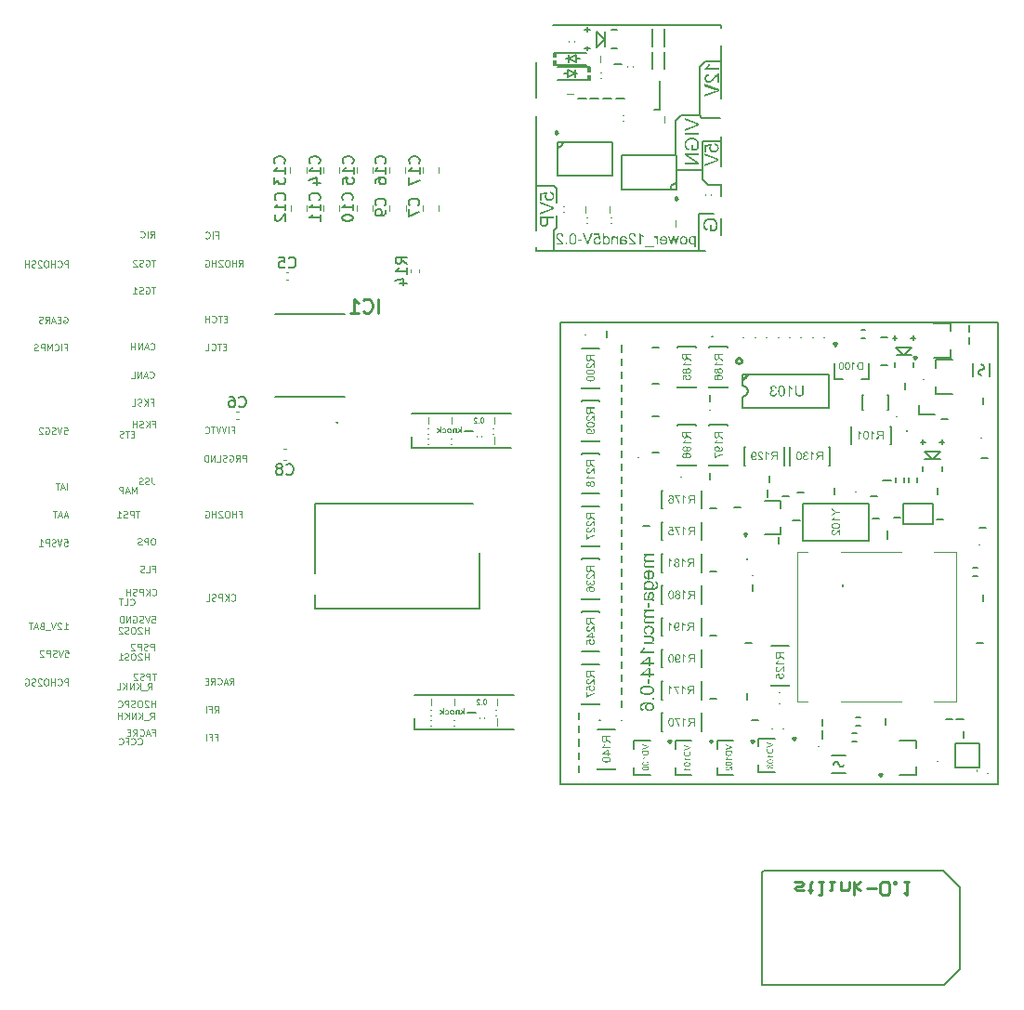
<source format=gbo>
G75*
G70*
%OFA0B0*%
%FSLAX25Y25*%
%IPPOS*%
%LPD*%
%AMOC8*
5,1,8,0,0,1.08239X$1,22.5*
%
%ADD10C,0.00787*%
%ADD100C,0.00800*%
%ADD102C,0.00669*%
%ADD209C,0.00300*%
%ADD243C,0.00500*%
%ADD66C,0.00591*%
%ADD67C,0.00394*%
%ADD68C,0.01000*%
%ADD69C,0.00472*%
%ADD76C,0.00403*%
%ADD78C,0.00984*%
X0000000Y0000000D02*
%LPD*%
G01*
D67*
X0086608Y0262317D02*
X0087396Y0263442D01*
X0087958Y0262317D02*
X0087958Y0264680D01*
X0087958Y0264680D02*
X0087058Y0264680D01*
X0087058Y0264680D02*
X0086833Y0264567D01*
X0086833Y0264567D02*
X0086721Y0264455D01*
X0086721Y0264455D02*
X0086608Y0264230D01*
X0086608Y0264230D02*
X0086608Y0263892D01*
X0086608Y0263892D02*
X0086721Y0263667D01*
X0086721Y0263667D02*
X0086833Y0263555D01*
X0086833Y0263555D02*
X0087058Y0263442D01*
X0087058Y0263442D02*
X0087958Y0263442D01*
X0085596Y0262317D02*
X0085596Y0264680D01*
X0085596Y0263555D02*
X0084246Y0263555D01*
X0084246Y0262317D02*
X0084246Y0264680D01*
X0082671Y0264680D02*
X0082221Y0264680D01*
X0082221Y0264680D02*
X0081996Y0264567D01*
X0081996Y0264567D02*
X0081771Y0264342D01*
X0081771Y0264342D02*
X0081659Y0263892D01*
X0081659Y0263892D02*
X0081659Y0263105D01*
X0081659Y0263105D02*
X0081771Y0262655D01*
X0081771Y0262655D02*
X0081996Y0262430D01*
X0081996Y0262430D02*
X0082221Y0262317D01*
X0082221Y0262317D02*
X0082671Y0262317D01*
X0082671Y0262317D02*
X0082896Y0262430D01*
X0082896Y0262430D02*
X0083121Y0262655D01*
X0083121Y0262655D02*
X0083234Y0263105D01*
X0083234Y0263105D02*
X0083234Y0263892D01*
X0083234Y0263892D02*
X0083121Y0264342D01*
X0083121Y0264342D02*
X0082896Y0264567D01*
X0082896Y0264567D02*
X0082671Y0264680D01*
X0080759Y0264455D02*
X0080646Y0264567D01*
X0080646Y0264567D02*
X0080422Y0264680D01*
X0080422Y0264680D02*
X0079859Y0264680D01*
X0079859Y0264680D02*
X0079634Y0264567D01*
X0079634Y0264567D02*
X0079522Y0264455D01*
X0079522Y0264455D02*
X0079409Y0264230D01*
X0079409Y0264230D02*
X0079409Y0264005D01*
X0079409Y0264005D02*
X0079522Y0263667D01*
X0079522Y0263667D02*
X0080871Y0262317D01*
X0080871Y0262317D02*
X0079409Y0262317D01*
X0078397Y0262317D02*
X0078397Y0264680D01*
X0078397Y0263555D02*
X0077047Y0263555D01*
X0077047Y0262317D02*
X0077047Y0264680D01*
X0074685Y0264567D02*
X0074910Y0264680D01*
X0074910Y0264680D02*
X0075247Y0264680D01*
X0075247Y0264680D02*
X0075585Y0264567D01*
X0075585Y0264567D02*
X0075810Y0264342D01*
X0075810Y0264342D02*
X0075922Y0264117D01*
X0075922Y0264117D02*
X0076035Y0263667D01*
X0076035Y0263667D02*
X0076035Y0263330D01*
X0076035Y0263330D02*
X0075922Y0262880D01*
X0075922Y0262880D02*
X0075810Y0262655D01*
X0075810Y0262655D02*
X0075585Y0262430D01*
X0075585Y0262430D02*
X0075247Y0262317D01*
X0075247Y0262317D02*
X0075022Y0262317D01*
X0075022Y0262317D02*
X0074685Y0262430D01*
X0074685Y0262430D02*
X0074572Y0262542D01*
X0074572Y0262542D02*
X0074572Y0263330D01*
X0074572Y0263330D02*
X0075022Y0263330D01*
X0083373Y0112338D02*
X0084160Y0113463D01*
X0084722Y0112338D02*
X0084722Y0114701D01*
X0084722Y0114701D02*
X0083823Y0114701D01*
X0083823Y0114701D02*
X0083598Y0114588D01*
X0083598Y0114588D02*
X0083485Y0114476D01*
X0083485Y0114476D02*
X0083373Y0114251D01*
X0083373Y0114251D02*
X0083373Y0113913D01*
X0083373Y0113913D02*
X0083485Y0113688D01*
X0083485Y0113688D02*
X0083598Y0113576D01*
X0083598Y0113576D02*
X0083823Y0113463D01*
X0083823Y0113463D02*
X0084722Y0113463D01*
X0082473Y0113013D02*
X0081348Y0113013D01*
X0082698Y0112338D02*
X0081910Y0114701D01*
X0081910Y0114701D02*
X0081123Y0112338D01*
X0078986Y0112563D02*
X0079098Y0112451D01*
X0079098Y0112451D02*
X0079436Y0112338D01*
X0079436Y0112338D02*
X0079661Y0112338D01*
X0079661Y0112338D02*
X0079998Y0112451D01*
X0079998Y0112451D02*
X0080223Y0112676D01*
X0080223Y0112676D02*
X0080335Y0112901D01*
X0080335Y0112901D02*
X0080448Y0113351D01*
X0080448Y0113351D02*
X0080448Y0113688D01*
X0080448Y0113688D02*
X0080335Y0114138D01*
X0080335Y0114138D02*
X0080223Y0114363D01*
X0080223Y0114363D02*
X0079998Y0114588D01*
X0079998Y0114588D02*
X0079661Y0114701D01*
X0079661Y0114701D02*
X0079436Y0114701D01*
X0079436Y0114701D02*
X0079098Y0114588D01*
X0079098Y0114588D02*
X0078986Y0114476D01*
X0076623Y0112338D02*
X0077411Y0113463D01*
X0077973Y0112338D02*
X0077973Y0114701D01*
X0077973Y0114701D02*
X0077073Y0114701D01*
X0077073Y0114701D02*
X0076848Y0114588D01*
X0076848Y0114588D02*
X0076736Y0114476D01*
X0076736Y0114476D02*
X0076623Y0114251D01*
X0076623Y0114251D02*
X0076623Y0113913D01*
X0076623Y0113913D02*
X0076736Y0113688D01*
X0076736Y0113688D02*
X0076848Y0113576D01*
X0076848Y0113576D02*
X0077073Y0113463D01*
X0077073Y0113463D02*
X0077973Y0113463D01*
X0075611Y0113576D02*
X0074824Y0113576D01*
X0074486Y0112338D02*
X0075611Y0112338D01*
X0075611Y0112338D02*
X0075611Y0114701D01*
X0075611Y0114701D02*
X0074486Y0114701D01*
X0078351Y0273661D02*
X0079138Y0273661D01*
X0079138Y0272423D02*
X0079138Y0274786D01*
X0079138Y0274786D02*
X0078013Y0274786D01*
X0077114Y0272423D02*
X0077114Y0274786D01*
X0074639Y0272648D02*
X0074751Y0272536D01*
X0074751Y0272536D02*
X0075089Y0272423D01*
X0075089Y0272423D02*
X0075314Y0272423D01*
X0075314Y0272423D02*
X0075651Y0272536D01*
X0075651Y0272536D02*
X0075876Y0272761D01*
X0075876Y0272761D02*
X0075989Y0272986D01*
X0075989Y0272986D02*
X0076101Y0273436D01*
X0076101Y0273436D02*
X0076101Y0273773D01*
X0076101Y0273773D02*
X0075989Y0274223D01*
X0075989Y0274223D02*
X0075876Y0274448D01*
X0075876Y0274448D02*
X0075651Y0274673D01*
X0075651Y0274673D02*
X0075314Y0274786D01*
X0075314Y0274786D02*
X0075089Y0274786D01*
X0075089Y0274786D02*
X0074751Y0274673D01*
X0074751Y0274673D02*
X0074639Y0274561D01*
X0056605Y0254907D02*
X0055255Y0254907D01*
X0055930Y0252545D02*
X0055930Y0254907D01*
X0053230Y0254795D02*
X0053455Y0254907D01*
X0053455Y0254907D02*
X0053793Y0254907D01*
X0053793Y0254907D02*
X0054130Y0254795D01*
X0054130Y0254795D02*
X0054355Y0254570D01*
X0054355Y0254570D02*
X0054468Y0254345D01*
X0054468Y0254345D02*
X0054580Y0253895D01*
X0054580Y0253895D02*
X0054580Y0253557D01*
X0054580Y0253557D02*
X0054468Y0253107D01*
X0054468Y0253107D02*
X0054355Y0252882D01*
X0054355Y0252882D02*
X0054130Y0252657D01*
X0054130Y0252657D02*
X0053793Y0252545D01*
X0053793Y0252545D02*
X0053568Y0252545D01*
X0053568Y0252545D02*
X0053230Y0252657D01*
X0053230Y0252657D02*
X0053118Y0252770D01*
X0053118Y0252770D02*
X0053118Y0253557D01*
X0053118Y0253557D02*
X0053568Y0253557D01*
X0052218Y0252657D02*
X0051880Y0252545D01*
X0051880Y0252545D02*
X0051318Y0252545D01*
X0051318Y0252545D02*
X0051093Y0252657D01*
X0051093Y0252657D02*
X0050981Y0252770D01*
X0050981Y0252770D02*
X0050868Y0252995D01*
X0050868Y0252995D02*
X0050868Y0253220D01*
X0050868Y0253220D02*
X0050981Y0253445D01*
X0050981Y0253445D02*
X0051093Y0253557D01*
X0051093Y0253557D02*
X0051318Y0253670D01*
X0051318Y0253670D02*
X0051768Y0253782D01*
X0051768Y0253782D02*
X0051993Y0253895D01*
X0051993Y0253895D02*
X0052105Y0254007D01*
X0052105Y0254007D02*
X0052218Y0254232D01*
X0052218Y0254232D02*
X0052218Y0254457D01*
X0052218Y0254457D02*
X0052105Y0254682D01*
X0052105Y0254682D02*
X0051993Y0254795D01*
X0051993Y0254795D02*
X0051768Y0254907D01*
X0051768Y0254907D02*
X0051206Y0254907D01*
X0051206Y0254907D02*
X0050868Y0254795D01*
X0048618Y0252545D02*
X0049968Y0252545D01*
X0049293Y0252545D02*
X0049293Y0254907D01*
X0049293Y0254907D02*
X0049518Y0254570D01*
X0049518Y0254570D02*
X0049743Y0254345D01*
X0049743Y0254345D02*
X0049968Y0254232D01*
X0049007Y0202296D02*
X0048219Y0202296D01*
X0047882Y0201059D02*
X0049007Y0201059D01*
X0049007Y0201059D02*
X0049007Y0203421D01*
X0049007Y0203421D02*
X0047882Y0203421D01*
X0047207Y0203421D02*
X0045857Y0203421D01*
X0046532Y0201059D02*
X0046532Y0203421D01*
X0045182Y0201171D02*
X0044845Y0201059D01*
X0044845Y0201059D02*
X0044282Y0201059D01*
X0044282Y0201059D02*
X0044057Y0201171D01*
X0044057Y0201171D02*
X0043945Y0201284D01*
X0043945Y0201284D02*
X0043832Y0201509D01*
X0043832Y0201509D02*
X0043832Y0201734D01*
X0043832Y0201734D02*
X0043945Y0201959D01*
X0043945Y0201959D02*
X0044057Y0202071D01*
X0044057Y0202071D02*
X0044282Y0202184D01*
X0044282Y0202184D02*
X0044732Y0202296D01*
X0044732Y0202296D02*
X0044957Y0202409D01*
X0044957Y0202409D02*
X0045070Y0202521D01*
X0045070Y0202521D02*
X0045182Y0202746D01*
X0045182Y0202746D02*
X0045182Y0202971D01*
X0045182Y0202971D02*
X0045070Y0203196D01*
X0045070Y0203196D02*
X0044957Y0203309D01*
X0044957Y0203309D02*
X0044732Y0203421D01*
X0044732Y0203421D02*
X0044170Y0203421D01*
X0044170Y0203421D02*
X0043832Y0203309D01*
X0082043Y0233556D02*
X0081256Y0233556D01*
X0080918Y0232318D02*
X0082043Y0232318D01*
X0082043Y0232318D02*
X0082043Y0234681D01*
X0082043Y0234681D02*
X0080918Y0234681D01*
X0080243Y0234681D02*
X0078893Y0234681D01*
X0079568Y0232318D02*
X0079568Y0234681D01*
X0076756Y0232543D02*
X0076869Y0232431D01*
X0076869Y0232431D02*
X0077206Y0232318D01*
X0077206Y0232318D02*
X0077431Y0232318D01*
X0077431Y0232318D02*
X0077768Y0232431D01*
X0077768Y0232431D02*
X0077993Y0232656D01*
X0077993Y0232656D02*
X0078106Y0232881D01*
X0078106Y0232881D02*
X0078218Y0233331D01*
X0078218Y0233331D02*
X0078218Y0233668D01*
X0078218Y0233668D02*
X0078106Y0234118D01*
X0078106Y0234118D02*
X0077993Y0234343D01*
X0077993Y0234343D02*
X0077768Y0234568D01*
X0077768Y0234568D02*
X0077431Y0234681D01*
X0077431Y0234681D02*
X0077206Y0234681D01*
X0077206Y0234681D02*
X0076869Y0234568D01*
X0076869Y0234568D02*
X0076756Y0234456D01*
X0074619Y0232318D02*
X0075744Y0232318D01*
X0075744Y0232318D02*
X0075744Y0234681D01*
X0054125Y0130586D02*
X0054125Y0132949D01*
X0054125Y0131824D02*
X0052775Y0131824D01*
X0052775Y0130586D02*
X0052775Y0132949D01*
X0051763Y0132724D02*
X0051650Y0132836D01*
X0051650Y0132836D02*
X0051425Y0132949D01*
X0051425Y0132949D02*
X0050863Y0132949D01*
X0050863Y0132949D02*
X0050638Y0132836D01*
X0050638Y0132836D02*
X0050525Y0132724D01*
X0050525Y0132724D02*
X0050413Y0132499D01*
X0050413Y0132499D02*
X0050413Y0132274D01*
X0050413Y0132274D02*
X0050525Y0131936D01*
X0050525Y0131936D02*
X0051875Y0130586D01*
X0051875Y0130586D02*
X0050413Y0130586D01*
X0048950Y0132949D02*
X0048501Y0132949D01*
X0048501Y0132949D02*
X0048276Y0132836D01*
X0048276Y0132836D02*
X0048051Y0132611D01*
X0048051Y0132611D02*
X0047938Y0132161D01*
X0047938Y0132161D02*
X0047938Y0131374D01*
X0047938Y0131374D02*
X0048051Y0130924D01*
X0048051Y0130924D02*
X0048276Y0130699D01*
X0048276Y0130699D02*
X0048501Y0130586D01*
X0048501Y0130586D02*
X0048950Y0130586D01*
X0048950Y0130586D02*
X0049175Y0130699D01*
X0049175Y0130699D02*
X0049400Y0130924D01*
X0049400Y0130924D02*
X0049513Y0131374D01*
X0049513Y0131374D02*
X0049513Y0132161D01*
X0049513Y0132161D02*
X0049400Y0132611D01*
X0049400Y0132611D02*
X0049175Y0132836D01*
X0049175Y0132836D02*
X0048950Y0132949D01*
X0047038Y0130699D02*
X0046701Y0130586D01*
X0046701Y0130586D02*
X0046138Y0130586D01*
X0046138Y0130586D02*
X0045913Y0130699D01*
X0045913Y0130699D02*
X0045801Y0130811D01*
X0045801Y0130811D02*
X0045688Y0131036D01*
X0045688Y0131036D02*
X0045688Y0131261D01*
X0045688Y0131261D02*
X0045801Y0131486D01*
X0045801Y0131486D02*
X0045913Y0131599D01*
X0045913Y0131599D02*
X0046138Y0131711D01*
X0046138Y0131711D02*
X0046588Y0131824D01*
X0046588Y0131824D02*
X0046813Y0131936D01*
X0046813Y0131936D02*
X0046926Y0132049D01*
X0046926Y0132049D02*
X0047038Y0132274D01*
X0047038Y0132274D02*
X0047038Y0132499D01*
X0047038Y0132499D02*
X0046926Y0132724D01*
X0046926Y0132724D02*
X0046813Y0132836D01*
X0046813Y0132836D02*
X0046588Y0132949D01*
X0046588Y0132949D02*
X0046026Y0132949D01*
X0046026Y0132949D02*
X0045688Y0132836D01*
X0044788Y0132724D02*
X0044676Y0132836D01*
X0044676Y0132836D02*
X0044451Y0132949D01*
X0044451Y0132949D02*
X0043889Y0132949D01*
X0043889Y0132949D02*
X0043664Y0132836D01*
X0043664Y0132836D02*
X0043551Y0132724D01*
X0043551Y0132724D02*
X0043439Y0132499D01*
X0043439Y0132499D02*
X0043439Y0132274D01*
X0043439Y0132274D02*
X0043551Y0131936D01*
X0043551Y0131936D02*
X0044901Y0130586D01*
X0044901Y0130586D02*
X0043439Y0130586D01*
X0047657Y0141048D02*
X0047769Y0140935D01*
X0047769Y0140935D02*
X0048107Y0140823D01*
X0048107Y0140823D02*
X0048332Y0140823D01*
X0048332Y0140823D02*
X0048669Y0140935D01*
X0048669Y0140935D02*
X0048894Y0141160D01*
X0048894Y0141160D02*
X0049007Y0141385D01*
X0049007Y0141385D02*
X0049119Y0141835D01*
X0049119Y0141835D02*
X0049119Y0142172D01*
X0049119Y0142172D02*
X0049007Y0142622D01*
X0049007Y0142622D02*
X0048894Y0142847D01*
X0048894Y0142847D02*
X0048669Y0143072D01*
X0048669Y0143072D02*
X0048332Y0143185D01*
X0048332Y0143185D02*
X0048107Y0143185D01*
X0048107Y0143185D02*
X0047769Y0143072D01*
X0047769Y0143072D02*
X0047657Y0142960D01*
X0045520Y0140823D02*
X0046644Y0140823D01*
X0046644Y0140823D02*
X0046644Y0143185D01*
X0045070Y0143185D02*
X0043720Y0143185D01*
X0044395Y0140823D02*
X0044395Y0143185D01*
X0077840Y0102306D02*
X0078627Y0103431D01*
X0079190Y0102306D02*
X0079190Y0104668D01*
X0079190Y0104668D02*
X0078290Y0104668D01*
X0078290Y0104668D02*
X0078065Y0104556D01*
X0078065Y0104556D02*
X0077953Y0104443D01*
X0077953Y0104443D02*
X0077840Y0104218D01*
X0077840Y0104218D02*
X0077840Y0103881D01*
X0077840Y0103881D02*
X0077953Y0103656D01*
X0077953Y0103656D02*
X0078065Y0103543D01*
X0078065Y0103543D02*
X0078290Y0103431D01*
X0078290Y0103431D02*
X0079190Y0103431D01*
X0076040Y0103543D02*
X0076828Y0103543D01*
X0076828Y0102306D02*
X0076828Y0104668D01*
X0076828Y0104668D02*
X0075703Y0104668D01*
X0074803Y0102306D02*
X0074803Y0104668D01*
X0054851Y0272678D02*
X0055639Y0273802D01*
X0056201Y0272678D02*
X0056201Y0275040D01*
X0056201Y0275040D02*
X0055301Y0275040D01*
X0055301Y0275040D02*
X0055076Y0274927D01*
X0055076Y0274927D02*
X0054964Y0274815D01*
X0054964Y0274815D02*
X0054851Y0274590D01*
X0054851Y0274590D02*
X0054851Y0274252D01*
X0054851Y0274252D02*
X0054964Y0274027D01*
X0054964Y0274027D02*
X0055076Y0273915D01*
X0055076Y0273915D02*
X0055301Y0273802D01*
X0055301Y0273802D02*
X0056201Y0273802D01*
X0053839Y0272678D02*
X0053839Y0275040D01*
X0051364Y0272903D02*
X0051477Y0272790D01*
X0051477Y0272790D02*
X0051814Y0272678D01*
X0051814Y0272678D02*
X0052039Y0272678D01*
X0052039Y0272678D02*
X0052377Y0272790D01*
X0052377Y0272790D02*
X0052602Y0273015D01*
X0052602Y0273015D02*
X0052714Y0273240D01*
X0052714Y0273240D02*
X0052827Y0273690D01*
X0052827Y0273690D02*
X0052827Y0274027D01*
X0052827Y0274027D02*
X0052714Y0274477D01*
X0052714Y0274477D02*
X0052602Y0274702D01*
X0052602Y0274702D02*
X0052377Y0274927D01*
X0052377Y0274927D02*
X0052039Y0275040D01*
X0052039Y0275040D02*
X0051814Y0275040D01*
X0051814Y0275040D02*
X0051477Y0274927D01*
X0051477Y0274927D02*
X0051364Y0274815D01*
X0054892Y0232679D02*
X0055005Y0232567D01*
X0055005Y0232567D02*
X0055342Y0232454D01*
X0055342Y0232454D02*
X0055567Y0232454D01*
X0055567Y0232454D02*
X0055904Y0232567D01*
X0055904Y0232567D02*
X0056129Y0232792D01*
X0056129Y0232792D02*
X0056242Y0233017D01*
X0056242Y0233017D02*
X0056354Y0233467D01*
X0056354Y0233467D02*
X0056354Y0233804D01*
X0056354Y0233804D02*
X0056242Y0234254D01*
X0056242Y0234254D02*
X0056129Y0234479D01*
X0056129Y0234479D02*
X0055904Y0234704D01*
X0055904Y0234704D02*
X0055567Y0234817D01*
X0055567Y0234817D02*
X0055342Y0234817D01*
X0055342Y0234817D02*
X0055005Y0234704D01*
X0055005Y0234704D02*
X0054892Y0234592D01*
X0053992Y0233129D02*
X0052867Y0233129D01*
X0054217Y0232454D02*
X0053430Y0234817D01*
X0053430Y0234817D02*
X0052642Y0232454D01*
X0051855Y0232454D02*
X0051855Y0234817D01*
X0051855Y0234817D02*
X0050505Y0232454D01*
X0050505Y0232454D02*
X0050505Y0234817D01*
X0049380Y0232454D02*
X0049380Y0234817D01*
X0049380Y0233692D02*
X0048030Y0233692D01*
X0048030Y0232454D02*
X0048030Y0234817D01*
X0023754Y0244253D02*
X0023979Y0244366D01*
X0023979Y0244366D02*
X0024316Y0244366D01*
X0024316Y0244366D02*
X0024653Y0244253D01*
X0024653Y0244253D02*
X0024878Y0244028D01*
X0024878Y0244028D02*
X0024991Y0243803D01*
X0024991Y0243803D02*
X0025103Y0243354D01*
X0025103Y0243354D02*
X0025103Y0243016D01*
X0025103Y0243016D02*
X0024991Y0242566D01*
X0024991Y0242566D02*
X0024878Y0242341D01*
X0024878Y0242341D02*
X0024653Y0242116D01*
X0024653Y0242116D02*
X0024316Y0242004D01*
X0024316Y0242004D02*
X0024091Y0242004D01*
X0024091Y0242004D02*
X0023754Y0242116D01*
X0023754Y0242116D02*
X0023641Y0242229D01*
X0023641Y0242229D02*
X0023641Y0243016D01*
X0023641Y0243016D02*
X0024091Y0243016D01*
X0022629Y0243241D02*
X0021841Y0243241D01*
X0021504Y0242004D02*
X0022629Y0242004D01*
X0022629Y0242004D02*
X0022629Y0244366D01*
X0022629Y0244366D02*
X0021504Y0244366D01*
X0020604Y0242679D02*
X0019479Y0242679D01*
X0020829Y0242004D02*
X0020042Y0244366D01*
X0020042Y0244366D02*
X0019254Y0242004D01*
X0017117Y0242004D02*
X0017904Y0243129D01*
X0018467Y0242004D02*
X0018467Y0244366D01*
X0018467Y0244366D02*
X0017567Y0244366D01*
X0017567Y0244366D02*
X0017342Y0244253D01*
X0017342Y0244253D02*
X0017229Y0244141D01*
X0017229Y0244141D02*
X0017117Y0243916D01*
X0017117Y0243916D02*
X0017117Y0243578D01*
X0017117Y0243578D02*
X0017229Y0243354D01*
X0017229Y0243354D02*
X0017342Y0243241D01*
X0017342Y0243241D02*
X0017567Y0243129D01*
X0017567Y0243129D02*
X0018467Y0243129D01*
X0016217Y0242116D02*
X0015880Y0242004D01*
X0015880Y0242004D02*
X0015317Y0242004D01*
X0015317Y0242004D02*
X0015092Y0242116D01*
X0015092Y0242116D02*
X0014980Y0242229D01*
X0014980Y0242229D02*
X0014867Y0242454D01*
X0014867Y0242454D02*
X0014867Y0242679D01*
X0014867Y0242679D02*
X0014980Y0242904D01*
X0014980Y0242904D02*
X0015092Y0243016D01*
X0015092Y0243016D02*
X0015317Y0243129D01*
X0015317Y0243129D02*
X0015767Y0243241D01*
X0015767Y0243241D02*
X0015992Y0243354D01*
X0015992Y0243354D02*
X0016105Y0243466D01*
X0016105Y0243466D02*
X0016217Y0243691D01*
X0016217Y0243691D02*
X0016217Y0243916D01*
X0016217Y0243916D02*
X0016105Y0244141D01*
X0016105Y0244141D02*
X0015992Y0244253D01*
X0015992Y0244253D02*
X0015767Y0244366D01*
X0015767Y0244366D02*
X0015205Y0244366D01*
X0015205Y0244366D02*
X0014867Y0244253D01*
X0056093Y0124681D02*
X0056093Y0127043D01*
X0056093Y0127043D02*
X0055193Y0127043D01*
X0055193Y0127043D02*
X0054968Y0126931D01*
X0054968Y0126931D02*
X0054856Y0126818D01*
X0054856Y0126818D02*
X0054743Y0126593D01*
X0054743Y0126593D02*
X0054743Y0126256D01*
X0054743Y0126256D02*
X0054856Y0126031D01*
X0054856Y0126031D02*
X0054968Y0125918D01*
X0054968Y0125918D02*
X0055193Y0125806D01*
X0055193Y0125806D02*
X0056093Y0125806D01*
X0053844Y0124793D02*
X0053506Y0124681D01*
X0053506Y0124681D02*
X0052944Y0124681D01*
X0052944Y0124681D02*
X0052719Y0124793D01*
X0052719Y0124793D02*
X0052606Y0124906D01*
X0052606Y0124906D02*
X0052494Y0125131D01*
X0052494Y0125131D02*
X0052494Y0125356D01*
X0052494Y0125356D02*
X0052606Y0125581D01*
X0052606Y0125581D02*
X0052719Y0125693D01*
X0052719Y0125693D02*
X0052944Y0125806D01*
X0052944Y0125806D02*
X0053394Y0125918D01*
X0053394Y0125918D02*
X0053619Y0126031D01*
X0053619Y0126031D02*
X0053731Y0126143D01*
X0053731Y0126143D02*
X0053844Y0126368D01*
X0053844Y0126368D02*
X0053844Y0126593D01*
X0053844Y0126593D02*
X0053731Y0126818D01*
X0053731Y0126818D02*
X0053619Y0126931D01*
X0053619Y0126931D02*
X0053394Y0127043D01*
X0053394Y0127043D02*
X0052831Y0127043D01*
X0052831Y0127043D02*
X0052494Y0126931D01*
X0051481Y0124681D02*
X0051481Y0127043D01*
X0051481Y0127043D02*
X0050581Y0127043D01*
X0050581Y0127043D02*
X0050357Y0126931D01*
X0050357Y0126931D02*
X0050244Y0126818D01*
X0050244Y0126818D02*
X0050132Y0126593D01*
X0050132Y0126593D02*
X0050132Y0126256D01*
X0050132Y0126256D02*
X0050244Y0126031D01*
X0050244Y0126031D02*
X0050357Y0125918D01*
X0050357Y0125918D02*
X0050581Y0125806D01*
X0050581Y0125806D02*
X0051481Y0125806D01*
X0049232Y0126818D02*
X0049119Y0126931D01*
X0049119Y0126931D02*
X0048894Y0127043D01*
X0048894Y0127043D02*
X0048332Y0127043D01*
X0048332Y0127043D02*
X0048107Y0126931D01*
X0048107Y0126931D02*
X0047994Y0126818D01*
X0047994Y0126818D02*
X0047882Y0126593D01*
X0047882Y0126593D02*
X0047882Y0126368D01*
X0047882Y0126368D02*
X0047994Y0126031D01*
X0047994Y0126031D02*
X0049344Y0124681D01*
X0049344Y0124681D02*
X0047882Y0124681D01*
X0024204Y0233399D02*
X0024991Y0233399D01*
X0024991Y0232161D02*
X0024991Y0234523D01*
X0024991Y0234523D02*
X0023866Y0234523D01*
X0022966Y0232161D02*
X0022966Y0234523D01*
X0020492Y0232386D02*
X0020604Y0232274D01*
X0020604Y0232274D02*
X0020941Y0232161D01*
X0020941Y0232161D02*
X0021166Y0232161D01*
X0021166Y0232161D02*
X0021504Y0232274D01*
X0021504Y0232274D02*
X0021729Y0232499D01*
X0021729Y0232499D02*
X0021841Y0232724D01*
X0021841Y0232724D02*
X0021954Y0233174D01*
X0021954Y0233174D02*
X0021954Y0233511D01*
X0021954Y0233511D02*
X0021841Y0233961D01*
X0021841Y0233961D02*
X0021729Y0234186D01*
X0021729Y0234186D02*
X0021504Y0234411D01*
X0021504Y0234411D02*
X0021166Y0234523D01*
X0021166Y0234523D02*
X0020941Y0234523D01*
X0020941Y0234523D02*
X0020604Y0234411D01*
X0020604Y0234411D02*
X0020492Y0234298D01*
X0019479Y0232161D02*
X0019479Y0234523D01*
X0019479Y0234523D02*
X0018692Y0232836D01*
X0018692Y0232836D02*
X0017904Y0234523D01*
X0017904Y0234523D02*
X0017904Y0232161D01*
X0016779Y0232161D02*
X0016779Y0234523D01*
X0016779Y0234523D02*
X0015880Y0234523D01*
X0015880Y0234523D02*
X0015655Y0234411D01*
X0015655Y0234411D02*
X0015542Y0234298D01*
X0015542Y0234298D02*
X0015430Y0234073D01*
X0015430Y0234073D02*
X0015430Y0233736D01*
X0015430Y0233736D02*
X0015542Y0233511D01*
X0015542Y0233511D02*
X0015655Y0233399D01*
X0015655Y0233399D02*
X0015880Y0233286D01*
X0015880Y0233286D02*
X0016779Y0233286D01*
X0014530Y0232274D02*
X0014192Y0232161D01*
X0014192Y0232161D02*
X0013630Y0232161D01*
X0013630Y0232161D02*
X0013405Y0232274D01*
X0013405Y0232274D02*
X0013292Y0232386D01*
X0013292Y0232386D02*
X0013180Y0232611D01*
X0013180Y0232611D02*
X0013180Y0232836D01*
X0013180Y0232836D02*
X0013292Y0233061D01*
X0013292Y0233061D02*
X0013405Y0233174D01*
X0013405Y0233174D02*
X0013630Y0233286D01*
X0013630Y0233286D02*
X0014080Y0233399D01*
X0014080Y0233399D02*
X0014305Y0233511D01*
X0014305Y0233511D02*
X0014417Y0233623D01*
X0014417Y0233623D02*
X0014530Y0233848D01*
X0014530Y0233848D02*
X0014530Y0234073D01*
X0014530Y0234073D02*
X0014417Y0234298D01*
X0014417Y0234298D02*
X0014305Y0234411D01*
X0014305Y0234411D02*
X0014080Y0234523D01*
X0014080Y0234523D02*
X0013517Y0234523D01*
X0013517Y0234523D02*
X0013180Y0234411D01*
X0084092Y0203690D02*
X0084879Y0203690D01*
X0084879Y0202453D02*
X0084879Y0204815D01*
X0084879Y0204815D02*
X0083754Y0204815D01*
X0082855Y0202453D02*
X0082855Y0204815D01*
X0082067Y0204815D02*
X0081280Y0202453D01*
X0081280Y0202453D02*
X0080492Y0204815D01*
X0080042Y0204815D02*
X0079255Y0202453D01*
X0079255Y0202453D02*
X0078468Y0204815D01*
X0078018Y0204815D02*
X0076668Y0204815D01*
X0077343Y0202453D02*
X0077343Y0204815D01*
X0074531Y0202678D02*
X0074643Y0202566D01*
X0074643Y0202566D02*
X0074981Y0202453D01*
X0074981Y0202453D02*
X0075206Y0202453D01*
X0075206Y0202453D02*
X0075543Y0202566D01*
X0075543Y0202566D02*
X0075768Y0202791D01*
X0075768Y0202791D02*
X0075880Y0203016D01*
X0075880Y0203016D02*
X0075993Y0203465D01*
X0075993Y0203465D02*
X0075993Y0203803D01*
X0075993Y0203803D02*
X0075880Y0204253D01*
X0075880Y0204253D02*
X0075768Y0204478D01*
X0075768Y0204478D02*
X0075543Y0204703D01*
X0075543Y0204703D02*
X0075206Y0204815D01*
X0075206Y0204815D02*
X0074981Y0204815D01*
X0074981Y0204815D02*
X0074643Y0204703D01*
X0074643Y0204703D02*
X0074531Y0204590D01*
X0055531Y0144591D02*
X0055643Y0144478D01*
X0055643Y0144478D02*
X0055981Y0144366D01*
X0055981Y0144366D02*
X0056206Y0144366D01*
X0056206Y0144366D02*
X0056543Y0144478D01*
X0056543Y0144478D02*
X0056768Y0144703D01*
X0056768Y0144703D02*
X0056881Y0144928D01*
X0056881Y0144928D02*
X0056993Y0145378D01*
X0056993Y0145378D02*
X0056993Y0145716D01*
X0056993Y0145716D02*
X0056881Y0146166D01*
X0056881Y0146166D02*
X0056768Y0146391D01*
X0056768Y0146391D02*
X0056543Y0146616D01*
X0056543Y0146616D02*
X0056206Y0146728D01*
X0056206Y0146728D02*
X0055981Y0146728D01*
X0055981Y0146728D02*
X0055643Y0146616D01*
X0055643Y0146616D02*
X0055531Y0146503D01*
X0054519Y0144366D02*
X0054519Y0146728D01*
X0053169Y0144366D02*
X0054181Y0145716D01*
X0053169Y0146728D02*
X0054519Y0145378D01*
X0052156Y0144366D02*
X0052156Y0146728D01*
X0052156Y0146728D02*
X0051256Y0146728D01*
X0051256Y0146728D02*
X0051031Y0146616D01*
X0051031Y0146616D02*
X0050919Y0146503D01*
X0050919Y0146503D02*
X0050806Y0146278D01*
X0050806Y0146278D02*
X0050806Y0145941D01*
X0050806Y0145941D02*
X0050919Y0145716D01*
X0050919Y0145716D02*
X0051031Y0145603D01*
X0051031Y0145603D02*
X0051256Y0145491D01*
X0051256Y0145491D02*
X0052156Y0145491D01*
X0049907Y0144478D02*
X0049569Y0144366D01*
X0049569Y0144366D02*
X0049007Y0144366D01*
X0049007Y0144366D02*
X0048782Y0144478D01*
X0048782Y0144478D02*
X0048669Y0144591D01*
X0048669Y0144591D02*
X0048557Y0144816D01*
X0048557Y0144816D02*
X0048557Y0145041D01*
X0048557Y0145041D02*
X0048669Y0145266D01*
X0048669Y0145266D02*
X0048782Y0145378D01*
X0048782Y0145378D02*
X0049007Y0145491D01*
X0049007Y0145491D02*
X0049457Y0145603D01*
X0049457Y0145603D02*
X0049682Y0145716D01*
X0049682Y0145716D02*
X0049794Y0145828D01*
X0049794Y0145828D02*
X0049907Y0146053D01*
X0049907Y0146053D02*
X0049907Y0146278D01*
X0049907Y0146278D02*
X0049794Y0146503D01*
X0049794Y0146503D02*
X0049682Y0146616D01*
X0049682Y0146616D02*
X0049457Y0146728D01*
X0049457Y0146728D02*
X0048894Y0146728D01*
X0048894Y0146728D02*
X0048557Y0146616D01*
X0047544Y0144366D02*
X0047544Y0146728D01*
X0047544Y0145603D02*
X0046195Y0145603D01*
X0046195Y0144366D02*
X0046195Y0146728D01*
X0024260Y0124681D02*
X0025385Y0124681D01*
X0025385Y0124681D02*
X0025497Y0123556D01*
X0025497Y0123556D02*
X0025385Y0123668D01*
X0025385Y0123668D02*
X0025160Y0123781D01*
X0025160Y0123781D02*
X0024597Y0123781D01*
X0024597Y0123781D02*
X0024372Y0123668D01*
X0024372Y0123668D02*
X0024260Y0123556D01*
X0024260Y0123556D02*
X0024147Y0123331D01*
X0024147Y0123331D02*
X0024147Y0122769D01*
X0024147Y0122769D02*
X0024260Y0122544D01*
X0024260Y0122544D02*
X0024372Y0122431D01*
X0024372Y0122431D02*
X0024597Y0122319D01*
X0024597Y0122319D02*
X0025160Y0122319D01*
X0025160Y0122319D02*
X0025385Y0122431D01*
X0025385Y0122431D02*
X0025497Y0122544D01*
X0023472Y0124681D02*
X0022685Y0122319D01*
X0022685Y0122319D02*
X0021898Y0124681D01*
X0021223Y0122431D02*
X0020885Y0122319D01*
X0020885Y0122319D02*
X0020323Y0122319D01*
X0020323Y0122319D02*
X0020098Y0122431D01*
X0020098Y0122431D02*
X0019985Y0122544D01*
X0019985Y0122544D02*
X0019873Y0122769D01*
X0019873Y0122769D02*
X0019873Y0122994D01*
X0019873Y0122994D02*
X0019985Y0123219D01*
X0019985Y0123219D02*
X0020098Y0123331D01*
X0020098Y0123331D02*
X0020323Y0123444D01*
X0020323Y0123444D02*
X0020773Y0123556D01*
X0020773Y0123556D02*
X0020998Y0123668D01*
X0020998Y0123668D02*
X0021110Y0123781D01*
X0021110Y0123781D02*
X0021223Y0124006D01*
X0021223Y0124006D02*
X0021223Y0124231D01*
X0021223Y0124231D02*
X0021110Y0124456D01*
X0021110Y0124456D02*
X0020998Y0124568D01*
X0020998Y0124568D02*
X0020773Y0124681D01*
X0020773Y0124681D02*
X0020210Y0124681D01*
X0020210Y0124681D02*
X0019873Y0124568D01*
X0018860Y0122319D02*
X0018860Y0124681D01*
X0018860Y0124681D02*
X0017961Y0124681D01*
X0017961Y0124681D02*
X0017736Y0124568D01*
X0017736Y0124568D02*
X0017623Y0124456D01*
X0017623Y0124456D02*
X0017511Y0124231D01*
X0017511Y0124231D02*
X0017511Y0123893D01*
X0017511Y0123893D02*
X0017623Y0123668D01*
X0017623Y0123668D02*
X0017736Y0123556D01*
X0017736Y0123556D02*
X0017961Y0123444D01*
X0017961Y0123444D02*
X0018860Y0123444D01*
X0016611Y0124456D02*
X0016498Y0124568D01*
X0016498Y0124568D02*
X0016273Y0124681D01*
X0016273Y0124681D02*
X0015711Y0124681D01*
X0015711Y0124681D02*
X0015486Y0124568D01*
X0015486Y0124568D02*
X0015373Y0124456D01*
X0015373Y0124456D02*
X0015261Y0124231D01*
X0015261Y0124231D02*
X0015261Y0124006D01*
X0015261Y0124006D02*
X0015373Y0123668D01*
X0015373Y0123668D02*
X0016723Y0122319D01*
X0016723Y0122319D02*
X0015261Y0122319D01*
X0056037Y0164838D02*
X0055587Y0164838D01*
X0055587Y0164838D02*
X0055362Y0164726D01*
X0055362Y0164726D02*
X0055137Y0164501D01*
X0055137Y0164501D02*
X0055025Y0164051D01*
X0055025Y0164051D02*
X0055025Y0163264D01*
X0055025Y0163264D02*
X0055137Y0162814D01*
X0055137Y0162814D02*
X0055362Y0162589D01*
X0055362Y0162589D02*
X0055587Y0162476D01*
X0055587Y0162476D02*
X0056037Y0162476D01*
X0056037Y0162476D02*
X0056262Y0162589D01*
X0056262Y0162589D02*
X0056487Y0162814D01*
X0056487Y0162814D02*
X0056599Y0163264D01*
X0056599Y0163264D02*
X0056599Y0164051D01*
X0056599Y0164051D02*
X0056487Y0164501D01*
X0056487Y0164501D02*
X0056262Y0164726D01*
X0056262Y0164726D02*
X0056037Y0164838D01*
X0054012Y0162476D02*
X0054012Y0164838D01*
X0054012Y0164838D02*
X0053112Y0164838D01*
X0053112Y0164838D02*
X0052887Y0164726D01*
X0052887Y0164726D02*
X0052775Y0164613D01*
X0052775Y0164613D02*
X0052662Y0164388D01*
X0052662Y0164388D02*
X0052662Y0164051D01*
X0052662Y0164051D02*
X0052775Y0163826D01*
X0052775Y0163826D02*
X0052887Y0163713D01*
X0052887Y0163713D02*
X0053112Y0163601D01*
X0053112Y0163601D02*
X0054012Y0163601D01*
X0051763Y0162589D02*
X0051425Y0162476D01*
X0051425Y0162476D02*
X0050863Y0162476D01*
X0050863Y0162476D02*
X0050638Y0162589D01*
X0050638Y0162589D02*
X0050525Y0162701D01*
X0050525Y0162701D02*
X0050413Y0162926D01*
X0050413Y0162926D02*
X0050413Y0163151D01*
X0050413Y0163151D02*
X0050525Y0163376D01*
X0050525Y0163376D02*
X0050638Y0163489D01*
X0050638Y0163489D02*
X0050863Y0163601D01*
X0050863Y0163601D02*
X0051313Y0163713D01*
X0051313Y0163713D02*
X0051538Y0163826D01*
X0051538Y0163826D02*
X0051650Y0163938D01*
X0051650Y0163938D02*
X0051763Y0164163D01*
X0051763Y0164163D02*
X0051763Y0164388D01*
X0051763Y0164388D02*
X0051650Y0164613D01*
X0051650Y0164613D02*
X0051538Y0164726D01*
X0051538Y0164726D02*
X0051313Y0164838D01*
X0051313Y0164838D02*
X0050750Y0164838D01*
X0050750Y0164838D02*
X0050413Y0164726D01*
X0050919Y0174625D02*
X0049569Y0174625D01*
X0050244Y0172263D02*
X0050244Y0174625D01*
X0048782Y0172263D02*
X0048782Y0174625D01*
X0048782Y0174625D02*
X0047882Y0174625D01*
X0047882Y0174625D02*
X0047657Y0174513D01*
X0047657Y0174513D02*
X0047544Y0174400D01*
X0047544Y0174400D02*
X0047432Y0174175D01*
X0047432Y0174175D02*
X0047432Y0173838D01*
X0047432Y0173838D02*
X0047544Y0173613D01*
X0047544Y0173613D02*
X0047657Y0173500D01*
X0047657Y0173500D02*
X0047882Y0173388D01*
X0047882Y0173388D02*
X0048782Y0173388D01*
X0046532Y0172375D02*
X0046195Y0172263D01*
X0046195Y0172263D02*
X0045632Y0172263D01*
X0045632Y0172263D02*
X0045407Y0172375D01*
X0045407Y0172375D02*
X0045295Y0172488D01*
X0045295Y0172488D02*
X0045182Y0172713D01*
X0045182Y0172713D02*
X0045182Y0172938D01*
X0045182Y0172938D02*
X0045295Y0173163D01*
X0045295Y0173163D02*
X0045407Y0173275D01*
X0045407Y0173275D02*
X0045632Y0173388D01*
X0045632Y0173388D02*
X0046082Y0173500D01*
X0046082Y0173500D02*
X0046307Y0173613D01*
X0046307Y0173613D02*
X0046420Y0173725D01*
X0046420Y0173725D02*
X0046532Y0173950D01*
X0046532Y0173950D02*
X0046532Y0174175D01*
X0046532Y0174175D02*
X0046420Y0174400D01*
X0046420Y0174400D02*
X0046307Y0174513D01*
X0046307Y0174513D02*
X0046082Y0174625D01*
X0046082Y0174625D02*
X0045520Y0174625D01*
X0045520Y0174625D02*
X0045182Y0174513D01*
X0042932Y0172263D02*
X0044282Y0172263D01*
X0043607Y0172263D02*
X0043607Y0174625D01*
X0043607Y0174625D02*
X0043832Y0174288D01*
X0043832Y0174288D02*
X0044057Y0174063D01*
X0044057Y0174063D02*
X0044282Y0173950D01*
X0055215Y0213652D02*
X0056003Y0213652D01*
X0056003Y0212414D02*
X0056003Y0214776D01*
X0056003Y0214776D02*
X0054878Y0214776D01*
X0053978Y0212414D02*
X0053978Y0214776D01*
X0052628Y0212414D02*
X0053640Y0213764D01*
X0052628Y0214776D02*
X0053978Y0213427D01*
X0051728Y0212527D02*
X0051391Y0212414D01*
X0051391Y0212414D02*
X0050828Y0212414D01*
X0050828Y0212414D02*
X0050603Y0212527D01*
X0050603Y0212527D02*
X0050491Y0212639D01*
X0050491Y0212639D02*
X0050378Y0212864D01*
X0050378Y0212864D02*
X0050378Y0213089D01*
X0050378Y0213089D02*
X0050491Y0213314D01*
X0050491Y0213314D02*
X0050603Y0213427D01*
X0050603Y0213427D02*
X0050828Y0213539D01*
X0050828Y0213539D02*
X0051278Y0213652D01*
X0051278Y0213652D02*
X0051503Y0213764D01*
X0051503Y0213764D02*
X0051616Y0213877D01*
X0051616Y0213877D02*
X0051728Y0214102D01*
X0051728Y0214102D02*
X0051728Y0214327D01*
X0051728Y0214327D02*
X0051616Y0214552D01*
X0051616Y0214552D02*
X0051503Y0214664D01*
X0051503Y0214664D02*
X0051278Y0214776D01*
X0051278Y0214776D02*
X0050716Y0214776D01*
X0050716Y0214776D02*
X0050378Y0214664D01*
X0048241Y0212414D02*
X0049366Y0212414D01*
X0049366Y0212414D02*
X0049366Y0214776D01*
X0056667Y0264747D02*
X0055318Y0264747D01*
X0055992Y0262385D02*
X0055992Y0264747D01*
X0053293Y0264635D02*
X0053518Y0264747D01*
X0053518Y0264747D02*
X0053855Y0264747D01*
X0053855Y0264747D02*
X0054193Y0264635D01*
X0054193Y0264635D02*
X0054418Y0264410D01*
X0054418Y0264410D02*
X0054530Y0264185D01*
X0054530Y0264185D02*
X0054643Y0263735D01*
X0054643Y0263735D02*
X0054643Y0263397D01*
X0054643Y0263397D02*
X0054530Y0262947D01*
X0054530Y0262947D02*
X0054418Y0262722D01*
X0054418Y0262722D02*
X0054193Y0262497D01*
X0054193Y0262497D02*
X0053855Y0262385D01*
X0053855Y0262385D02*
X0053630Y0262385D01*
X0053630Y0262385D02*
X0053293Y0262497D01*
X0053293Y0262497D02*
X0053180Y0262610D01*
X0053180Y0262610D02*
X0053180Y0263397D01*
X0053180Y0263397D02*
X0053630Y0263397D01*
X0052280Y0262497D02*
X0051943Y0262385D01*
X0051943Y0262385D02*
X0051380Y0262385D01*
X0051380Y0262385D02*
X0051156Y0262497D01*
X0051156Y0262497D02*
X0051043Y0262610D01*
X0051043Y0262610D02*
X0050931Y0262835D01*
X0050931Y0262835D02*
X0050931Y0263060D01*
X0050931Y0263060D02*
X0051043Y0263285D01*
X0051043Y0263285D02*
X0051156Y0263397D01*
X0051156Y0263397D02*
X0051380Y0263510D01*
X0051380Y0263510D02*
X0051830Y0263622D01*
X0051830Y0263622D02*
X0052055Y0263735D01*
X0052055Y0263735D02*
X0052168Y0263847D01*
X0052168Y0263847D02*
X0052280Y0264072D01*
X0052280Y0264072D02*
X0052280Y0264297D01*
X0052280Y0264297D02*
X0052168Y0264522D01*
X0052168Y0264522D02*
X0052055Y0264635D01*
X0052055Y0264635D02*
X0051830Y0264747D01*
X0051830Y0264747D02*
X0051268Y0264747D01*
X0051268Y0264747D02*
X0050931Y0264635D01*
X0050031Y0264522D02*
X0049918Y0264635D01*
X0049918Y0264635D02*
X0049693Y0264747D01*
X0049693Y0264747D02*
X0049131Y0264747D01*
X0049131Y0264747D02*
X0048906Y0264635D01*
X0048906Y0264635D02*
X0048793Y0264522D01*
X0048793Y0264522D02*
X0048681Y0264297D01*
X0048681Y0264297D02*
X0048681Y0264072D01*
X0048681Y0264072D02*
X0048793Y0263735D01*
X0048793Y0263735D02*
X0050143Y0262385D01*
X0050143Y0262385D02*
X0048681Y0262385D01*
X0025385Y0112082D02*
X0025385Y0114445D01*
X0025385Y0114445D02*
X0024485Y0114445D01*
X0024485Y0114445D02*
X0024260Y0114332D01*
X0024260Y0114332D02*
X0024147Y0114220D01*
X0024147Y0114220D02*
X0024035Y0113995D01*
X0024035Y0113995D02*
X0024035Y0113657D01*
X0024035Y0113657D02*
X0024147Y0113432D01*
X0024147Y0113432D02*
X0024260Y0113320D01*
X0024260Y0113320D02*
X0024485Y0113207D01*
X0024485Y0113207D02*
X0025385Y0113207D01*
X0021673Y0112307D02*
X0021785Y0112195D01*
X0021785Y0112195D02*
X0022123Y0112082D01*
X0022123Y0112082D02*
X0022348Y0112082D01*
X0022348Y0112082D02*
X0022685Y0112195D01*
X0022685Y0112195D02*
X0022910Y0112420D01*
X0022910Y0112420D02*
X0023022Y0112645D01*
X0023022Y0112645D02*
X0023135Y0113095D01*
X0023135Y0113095D02*
X0023135Y0113432D01*
X0023135Y0113432D02*
X0023022Y0113882D01*
X0023022Y0113882D02*
X0022910Y0114107D01*
X0022910Y0114107D02*
X0022685Y0114332D01*
X0022685Y0114332D02*
X0022348Y0114445D01*
X0022348Y0114445D02*
X0022123Y0114445D01*
X0022123Y0114445D02*
X0021785Y0114332D01*
X0021785Y0114332D02*
X0021673Y0114220D01*
X0020660Y0112082D02*
X0020660Y0114445D01*
X0020660Y0113320D02*
X0019310Y0113320D01*
X0019310Y0112082D02*
X0019310Y0114445D01*
X0017736Y0114445D02*
X0017286Y0114445D01*
X0017286Y0114445D02*
X0017061Y0114332D01*
X0017061Y0114332D02*
X0016836Y0114107D01*
X0016836Y0114107D02*
X0016723Y0113657D01*
X0016723Y0113657D02*
X0016723Y0112870D01*
X0016723Y0112870D02*
X0016836Y0112420D01*
X0016836Y0112420D02*
X0017061Y0112195D01*
X0017061Y0112195D02*
X0017286Y0112082D01*
X0017286Y0112082D02*
X0017736Y0112082D01*
X0017736Y0112082D02*
X0017961Y0112195D01*
X0017961Y0112195D02*
X0018186Y0112420D01*
X0018186Y0112420D02*
X0018298Y0112870D01*
X0018298Y0112870D02*
X0018298Y0113657D01*
X0018298Y0113657D02*
X0018186Y0114107D01*
X0018186Y0114107D02*
X0017961Y0114332D01*
X0017961Y0114332D02*
X0017736Y0114445D01*
X0015823Y0114220D02*
X0015711Y0114332D01*
X0015711Y0114332D02*
X0015486Y0114445D01*
X0015486Y0114445D02*
X0014923Y0114445D01*
X0014923Y0114445D02*
X0014698Y0114332D01*
X0014698Y0114332D02*
X0014586Y0114220D01*
X0014586Y0114220D02*
X0014474Y0113995D01*
X0014474Y0113995D02*
X0014474Y0113770D01*
X0014474Y0113770D02*
X0014586Y0113432D01*
X0014586Y0113432D02*
X0015936Y0112082D01*
X0015936Y0112082D02*
X0014474Y0112082D01*
X0013574Y0112195D02*
X0013236Y0112082D01*
X0013236Y0112082D02*
X0012674Y0112082D01*
X0012674Y0112082D02*
X0012449Y0112195D01*
X0012449Y0112195D02*
X0012336Y0112307D01*
X0012336Y0112307D02*
X0012224Y0112532D01*
X0012224Y0112532D02*
X0012224Y0112757D01*
X0012224Y0112757D02*
X0012336Y0112982D01*
X0012336Y0112982D02*
X0012449Y0113095D01*
X0012449Y0113095D02*
X0012674Y0113207D01*
X0012674Y0113207D02*
X0013124Y0113320D01*
X0013124Y0113320D02*
X0013349Y0113432D01*
X0013349Y0113432D02*
X0013461Y0113545D01*
X0013461Y0113545D02*
X0013574Y0113770D01*
X0013574Y0113770D02*
X0013574Y0113995D01*
X0013574Y0113995D02*
X0013461Y0114220D01*
X0013461Y0114220D02*
X0013349Y0114332D01*
X0013349Y0114332D02*
X0013124Y0114445D01*
X0013124Y0114445D02*
X0012561Y0114445D01*
X0012561Y0114445D02*
X0012224Y0114332D01*
X0009974Y0114332D02*
X0010199Y0114445D01*
X0010199Y0114445D02*
X0010537Y0114445D01*
X0010537Y0114445D02*
X0010874Y0114332D01*
X0010874Y0114332D02*
X0011099Y0114107D01*
X0011099Y0114107D02*
X0011211Y0113882D01*
X0011211Y0113882D02*
X0011324Y0113432D01*
X0011324Y0113432D02*
X0011324Y0113095D01*
X0011324Y0113095D02*
X0011211Y0112645D01*
X0011211Y0112645D02*
X0011099Y0112420D01*
X0011099Y0112420D02*
X0010874Y0112195D01*
X0010874Y0112195D02*
X0010537Y0112082D01*
X0010537Y0112082D02*
X0010312Y0112082D01*
X0010312Y0112082D02*
X0009974Y0112195D01*
X0009974Y0112195D02*
X0009862Y0112307D01*
X0009862Y0112307D02*
X0009862Y0113095D01*
X0009862Y0113095D02*
X0010312Y0113095D01*
X0023754Y0132161D02*
X0025103Y0132161D01*
X0024429Y0132161D02*
X0024429Y0134523D01*
X0024429Y0134523D02*
X0024653Y0134186D01*
X0024653Y0134186D02*
X0024878Y0133961D01*
X0024878Y0133961D02*
X0025103Y0133848D01*
X0022854Y0134298D02*
X0022741Y0134411D01*
X0022741Y0134411D02*
X0022516Y0134523D01*
X0022516Y0134523D02*
X0021954Y0134523D01*
X0021954Y0134523D02*
X0021729Y0134411D01*
X0021729Y0134411D02*
X0021616Y0134298D01*
X0021616Y0134298D02*
X0021504Y0134073D01*
X0021504Y0134073D02*
X0021504Y0133848D01*
X0021504Y0133848D02*
X0021616Y0133511D01*
X0021616Y0133511D02*
X0022966Y0132161D01*
X0022966Y0132161D02*
X0021504Y0132161D01*
X0020829Y0134523D02*
X0020042Y0132161D01*
X0020042Y0132161D02*
X0019254Y0134523D01*
X0019029Y0131936D02*
X0017229Y0131936D01*
X0015880Y0133399D02*
X0015542Y0133286D01*
X0015542Y0133286D02*
X0015430Y0133174D01*
X0015430Y0133174D02*
X0015317Y0132949D01*
X0015317Y0132949D02*
X0015317Y0132611D01*
X0015317Y0132611D02*
X0015430Y0132386D01*
X0015430Y0132386D02*
X0015542Y0132274D01*
X0015542Y0132274D02*
X0015767Y0132161D01*
X0015767Y0132161D02*
X0016667Y0132161D01*
X0016667Y0132161D02*
X0016667Y0134523D01*
X0016667Y0134523D02*
X0015880Y0134523D01*
X0015880Y0134523D02*
X0015655Y0134411D01*
X0015655Y0134411D02*
X0015542Y0134298D01*
X0015542Y0134298D02*
X0015430Y0134073D01*
X0015430Y0134073D02*
X0015430Y0133848D01*
X0015430Y0133848D02*
X0015542Y0133623D01*
X0015542Y0133623D02*
X0015655Y0133511D01*
X0015655Y0133511D02*
X0015880Y0133399D01*
X0015880Y0133399D02*
X0016667Y0133399D01*
X0014417Y0132836D02*
X0013292Y0132836D01*
X0014642Y0132161D02*
X0013855Y0134523D01*
X0013855Y0134523D02*
X0013067Y0132161D01*
X0012617Y0134523D02*
X0011268Y0134523D01*
X0011943Y0132161D02*
X0011943Y0134523D01*
X0055700Y0205839D02*
X0056487Y0205839D01*
X0056487Y0204602D02*
X0056487Y0206964D01*
X0056487Y0206964D02*
X0055362Y0206964D01*
X0054462Y0204602D02*
X0054462Y0206964D01*
X0053112Y0204602D02*
X0054125Y0205952D01*
X0053112Y0206964D02*
X0054462Y0205614D01*
X0052213Y0204715D02*
X0051875Y0204602D01*
X0051875Y0204602D02*
X0051313Y0204602D01*
X0051313Y0204602D02*
X0051088Y0204715D01*
X0051088Y0204715D02*
X0050975Y0204827D01*
X0050975Y0204827D02*
X0050863Y0205052D01*
X0050863Y0205052D02*
X0050863Y0205277D01*
X0050863Y0205277D02*
X0050975Y0205502D01*
X0050975Y0205502D02*
X0051088Y0205614D01*
X0051088Y0205614D02*
X0051313Y0205727D01*
X0051313Y0205727D02*
X0051763Y0205839D01*
X0051763Y0205839D02*
X0051988Y0205952D01*
X0051988Y0205952D02*
X0052100Y0206064D01*
X0052100Y0206064D02*
X0052213Y0206289D01*
X0052213Y0206289D02*
X0052213Y0206514D01*
X0052213Y0206514D02*
X0052100Y0206739D01*
X0052100Y0206739D02*
X0051988Y0206852D01*
X0051988Y0206852D02*
X0051763Y0206964D01*
X0051763Y0206964D02*
X0051200Y0206964D01*
X0051200Y0206964D02*
X0050863Y0206852D01*
X0049850Y0204602D02*
X0049850Y0206964D01*
X0049850Y0205839D02*
X0048500Y0205839D01*
X0048500Y0204602D02*
X0048500Y0206964D01*
X0055418Y0186492D02*
X0055418Y0184805D01*
X0055418Y0184805D02*
X0055531Y0184467D01*
X0055531Y0184467D02*
X0055756Y0184242D01*
X0055756Y0184242D02*
X0056093Y0184130D01*
X0056093Y0184130D02*
X0056318Y0184130D01*
X0054406Y0184242D02*
X0054069Y0184130D01*
X0054069Y0184130D02*
X0053506Y0184130D01*
X0053506Y0184130D02*
X0053281Y0184242D01*
X0053281Y0184242D02*
X0053169Y0184355D01*
X0053169Y0184355D02*
X0053056Y0184580D01*
X0053056Y0184580D02*
X0053056Y0184805D01*
X0053056Y0184805D02*
X0053169Y0185030D01*
X0053169Y0185030D02*
X0053281Y0185142D01*
X0053281Y0185142D02*
X0053506Y0185255D01*
X0053506Y0185255D02*
X0053956Y0185367D01*
X0053956Y0185367D02*
X0054181Y0185480D01*
X0054181Y0185480D02*
X0054294Y0185592D01*
X0054294Y0185592D02*
X0054406Y0185817D01*
X0054406Y0185817D02*
X0054406Y0186042D01*
X0054406Y0186042D02*
X0054294Y0186267D01*
X0054294Y0186267D02*
X0054181Y0186379D01*
X0054181Y0186379D02*
X0053956Y0186492D01*
X0053956Y0186492D02*
X0053394Y0186492D01*
X0053394Y0186492D02*
X0053056Y0186379D01*
X0052156Y0184242D02*
X0051819Y0184130D01*
X0051819Y0184130D02*
X0051256Y0184130D01*
X0051256Y0184130D02*
X0051031Y0184242D01*
X0051031Y0184242D02*
X0050919Y0184355D01*
X0050919Y0184355D02*
X0050806Y0184580D01*
X0050806Y0184580D02*
X0050806Y0184805D01*
X0050806Y0184805D02*
X0050919Y0185030D01*
X0050919Y0185030D02*
X0051031Y0185142D01*
X0051031Y0185142D02*
X0051256Y0185255D01*
X0051256Y0185255D02*
X0051706Y0185367D01*
X0051706Y0185367D02*
X0051931Y0185480D01*
X0051931Y0185480D02*
X0052044Y0185592D01*
X0052044Y0185592D02*
X0052156Y0185817D01*
X0052156Y0185817D02*
X0052156Y0186042D01*
X0052156Y0186042D02*
X0052044Y0186267D01*
X0052044Y0186267D02*
X0051931Y0186379D01*
X0051931Y0186379D02*
X0051706Y0186492D01*
X0051706Y0186492D02*
X0051144Y0186492D01*
X0051144Y0186492D02*
X0050806Y0186379D01*
X0023866Y0204602D02*
X0024991Y0204602D01*
X0024991Y0204602D02*
X0025103Y0203477D01*
X0025103Y0203477D02*
X0024991Y0203590D01*
X0024991Y0203590D02*
X0024766Y0203702D01*
X0024766Y0203702D02*
X0024204Y0203702D01*
X0024204Y0203702D02*
X0023979Y0203590D01*
X0023979Y0203590D02*
X0023866Y0203477D01*
X0023866Y0203477D02*
X0023754Y0203252D01*
X0023754Y0203252D02*
X0023754Y0202690D01*
X0023754Y0202690D02*
X0023866Y0202465D01*
X0023866Y0202465D02*
X0023979Y0202352D01*
X0023979Y0202352D02*
X0024204Y0202240D01*
X0024204Y0202240D02*
X0024766Y0202240D01*
X0024766Y0202240D02*
X0024991Y0202352D01*
X0024991Y0202352D02*
X0025103Y0202465D01*
X0023079Y0204602D02*
X0022291Y0202240D01*
X0022291Y0202240D02*
X0021504Y0204602D01*
X0020829Y0202352D02*
X0020492Y0202240D01*
X0020492Y0202240D02*
X0019929Y0202240D01*
X0019929Y0202240D02*
X0019704Y0202352D01*
X0019704Y0202352D02*
X0019592Y0202465D01*
X0019592Y0202465D02*
X0019479Y0202690D01*
X0019479Y0202690D02*
X0019479Y0202915D01*
X0019479Y0202915D02*
X0019592Y0203140D01*
X0019592Y0203140D02*
X0019704Y0203252D01*
X0019704Y0203252D02*
X0019929Y0203365D01*
X0019929Y0203365D02*
X0020379Y0203477D01*
X0020379Y0203477D02*
X0020604Y0203590D01*
X0020604Y0203590D02*
X0020716Y0203702D01*
X0020716Y0203702D02*
X0020829Y0203927D01*
X0020829Y0203927D02*
X0020829Y0204152D01*
X0020829Y0204152D02*
X0020716Y0204377D01*
X0020716Y0204377D02*
X0020604Y0204490D01*
X0020604Y0204490D02*
X0020379Y0204602D01*
X0020379Y0204602D02*
X0019817Y0204602D01*
X0019817Y0204602D02*
X0019479Y0204490D01*
X0017229Y0204490D02*
X0017454Y0204602D01*
X0017454Y0204602D02*
X0017792Y0204602D01*
X0017792Y0204602D02*
X0018129Y0204490D01*
X0018129Y0204490D02*
X0018354Y0204265D01*
X0018354Y0204265D02*
X0018467Y0204040D01*
X0018467Y0204040D02*
X0018579Y0203590D01*
X0018579Y0203590D02*
X0018579Y0203252D01*
X0018579Y0203252D02*
X0018467Y0202802D01*
X0018467Y0202802D02*
X0018354Y0202577D01*
X0018354Y0202577D02*
X0018129Y0202352D01*
X0018129Y0202352D02*
X0017792Y0202240D01*
X0017792Y0202240D02*
X0017567Y0202240D01*
X0017567Y0202240D02*
X0017229Y0202352D01*
X0017229Y0202352D02*
X0017117Y0202465D01*
X0017117Y0202465D02*
X0017117Y0203252D01*
X0017117Y0203252D02*
X0017567Y0203252D01*
X0016217Y0204377D02*
X0016105Y0204490D01*
X0016105Y0204490D02*
X0015880Y0204602D01*
X0015880Y0204602D02*
X0015317Y0204602D01*
X0015317Y0204602D02*
X0015092Y0204490D01*
X0015092Y0204490D02*
X0014980Y0204377D01*
X0014980Y0204377D02*
X0014867Y0204152D01*
X0014867Y0204152D02*
X0014867Y0203927D01*
X0014867Y0203927D02*
X0014980Y0203590D01*
X0014980Y0203590D02*
X0016330Y0202240D01*
X0016330Y0202240D02*
X0014867Y0202240D01*
X0054743Y0099878D02*
X0055531Y0101003D01*
X0056093Y0099878D02*
X0056093Y0102240D01*
X0056093Y0102240D02*
X0055193Y0102240D01*
X0055193Y0102240D02*
X0054968Y0102127D01*
X0054968Y0102127D02*
X0054856Y0102015D01*
X0054856Y0102015D02*
X0054743Y0101790D01*
X0054743Y0101790D02*
X0054743Y0101453D01*
X0054743Y0101453D02*
X0054856Y0101228D01*
X0054856Y0101228D02*
X0054968Y0101115D01*
X0054968Y0101115D02*
X0055193Y0101003D01*
X0055193Y0101003D02*
X0056093Y0101003D01*
X0054294Y0099653D02*
X0052494Y0099653D01*
X0051931Y0099878D02*
X0051931Y0102240D01*
X0050581Y0099878D02*
X0051594Y0101228D01*
X0050581Y0102240D02*
X0051931Y0100890D01*
X0049569Y0099878D02*
X0049569Y0102240D01*
X0049569Y0102240D02*
X0048219Y0099878D01*
X0048219Y0099878D02*
X0048219Y0102240D01*
X0047094Y0099878D02*
X0047094Y0102240D01*
X0045745Y0099878D02*
X0046757Y0101228D01*
X0045745Y0102240D02*
X0047094Y0100890D01*
X0044732Y0099878D02*
X0044732Y0102240D01*
X0044732Y0101115D02*
X0043382Y0101115D01*
X0043382Y0099878D02*
X0043382Y0102240D01*
X0056487Y0104208D02*
X0056487Y0106571D01*
X0056487Y0105446D02*
X0055137Y0105446D01*
X0055137Y0104208D02*
X0055137Y0106571D01*
X0054125Y0106346D02*
X0054012Y0106458D01*
X0054012Y0106458D02*
X0053787Y0106571D01*
X0053787Y0106571D02*
X0053225Y0106571D01*
X0053225Y0106571D02*
X0053000Y0106458D01*
X0053000Y0106458D02*
X0052887Y0106346D01*
X0052887Y0106346D02*
X0052775Y0106121D01*
X0052775Y0106121D02*
X0052775Y0105896D01*
X0052775Y0105896D02*
X0052887Y0105558D01*
X0052887Y0105558D02*
X0054237Y0104208D01*
X0054237Y0104208D02*
X0052775Y0104208D01*
X0051313Y0106571D02*
X0050863Y0106571D01*
X0050863Y0106571D02*
X0050638Y0106458D01*
X0050638Y0106458D02*
X0050413Y0106233D01*
X0050413Y0106233D02*
X0050300Y0105783D01*
X0050300Y0105783D02*
X0050300Y0104996D01*
X0050300Y0104996D02*
X0050413Y0104546D01*
X0050413Y0104546D02*
X0050638Y0104321D01*
X0050638Y0104321D02*
X0050863Y0104208D01*
X0050863Y0104208D02*
X0051313Y0104208D01*
X0051313Y0104208D02*
X0051538Y0104321D01*
X0051538Y0104321D02*
X0051763Y0104546D01*
X0051763Y0104546D02*
X0051875Y0104996D01*
X0051875Y0104996D02*
X0051875Y0105783D01*
X0051875Y0105783D02*
X0051763Y0106233D01*
X0051763Y0106233D02*
X0051538Y0106458D01*
X0051538Y0106458D02*
X0051313Y0106571D01*
X0049400Y0104321D02*
X0049063Y0104208D01*
X0049063Y0104208D02*
X0048501Y0104208D01*
X0048501Y0104208D02*
X0048276Y0104321D01*
X0048276Y0104321D02*
X0048163Y0104433D01*
X0048163Y0104433D02*
X0048051Y0104658D01*
X0048051Y0104658D02*
X0048051Y0104883D01*
X0048051Y0104883D02*
X0048163Y0105108D01*
X0048163Y0105108D02*
X0048276Y0105221D01*
X0048276Y0105221D02*
X0048501Y0105333D01*
X0048501Y0105333D02*
X0048950Y0105446D01*
X0048950Y0105446D02*
X0049175Y0105558D01*
X0049175Y0105558D02*
X0049288Y0105671D01*
X0049288Y0105671D02*
X0049400Y0105896D01*
X0049400Y0105896D02*
X0049400Y0106121D01*
X0049400Y0106121D02*
X0049288Y0106346D01*
X0049288Y0106346D02*
X0049175Y0106458D01*
X0049175Y0106458D02*
X0048950Y0106571D01*
X0048950Y0106571D02*
X0048388Y0106571D01*
X0048388Y0106571D02*
X0048051Y0106458D01*
X0047038Y0104208D02*
X0047038Y0106571D01*
X0047038Y0106571D02*
X0046138Y0106571D01*
X0046138Y0106571D02*
X0045913Y0106458D01*
X0045913Y0106458D02*
X0045801Y0106346D01*
X0045801Y0106346D02*
X0045688Y0106121D01*
X0045688Y0106121D02*
X0045688Y0105783D01*
X0045688Y0105783D02*
X0045801Y0105558D01*
X0045801Y0105558D02*
X0045913Y0105446D01*
X0045913Y0105446D02*
X0046138Y0105333D01*
X0046138Y0105333D02*
X0047038Y0105333D01*
X0043326Y0104433D02*
X0043439Y0104321D01*
X0043439Y0104321D02*
X0043776Y0104208D01*
X0043776Y0104208D02*
X0044001Y0104208D01*
X0044001Y0104208D02*
X0044339Y0104321D01*
X0044339Y0104321D02*
X0044563Y0104546D01*
X0044563Y0104546D02*
X0044676Y0104771D01*
X0044676Y0104771D02*
X0044788Y0105221D01*
X0044788Y0105221D02*
X0044788Y0105558D01*
X0044788Y0105558D02*
X0044676Y0106008D01*
X0044676Y0106008D02*
X0044563Y0106233D01*
X0044563Y0106233D02*
X0044339Y0106458D01*
X0044339Y0106458D02*
X0044001Y0106571D01*
X0044001Y0106571D02*
X0043776Y0106571D01*
X0043776Y0106571D02*
X0043439Y0106458D01*
X0043439Y0106458D02*
X0043326Y0106346D01*
X0050413Y0091048D02*
X0050525Y0090935D01*
X0050525Y0090935D02*
X0050863Y0090823D01*
X0050863Y0090823D02*
X0051088Y0090823D01*
X0051088Y0090823D02*
X0051425Y0090935D01*
X0051425Y0090935D02*
X0051650Y0091160D01*
X0051650Y0091160D02*
X0051763Y0091385D01*
X0051763Y0091385D02*
X0051875Y0091835D01*
X0051875Y0091835D02*
X0051875Y0092172D01*
X0051875Y0092172D02*
X0051763Y0092622D01*
X0051763Y0092622D02*
X0051650Y0092847D01*
X0051650Y0092847D02*
X0051425Y0093072D01*
X0051425Y0093072D02*
X0051088Y0093185D01*
X0051088Y0093185D02*
X0050863Y0093185D01*
X0050863Y0093185D02*
X0050525Y0093072D01*
X0050525Y0093072D02*
X0050413Y0092960D01*
X0048051Y0091048D02*
X0048163Y0090935D01*
X0048163Y0090935D02*
X0048501Y0090823D01*
X0048501Y0090823D02*
X0048725Y0090823D01*
X0048725Y0090823D02*
X0049063Y0090935D01*
X0049063Y0090935D02*
X0049288Y0091160D01*
X0049288Y0091160D02*
X0049400Y0091385D01*
X0049400Y0091385D02*
X0049513Y0091835D01*
X0049513Y0091835D02*
X0049513Y0092172D01*
X0049513Y0092172D02*
X0049400Y0092622D01*
X0049400Y0092622D02*
X0049288Y0092847D01*
X0049288Y0092847D02*
X0049063Y0093072D01*
X0049063Y0093072D02*
X0048725Y0093185D01*
X0048725Y0093185D02*
X0048501Y0093185D01*
X0048501Y0093185D02*
X0048163Y0093072D01*
X0048163Y0093072D02*
X0048051Y0092960D01*
X0046251Y0092060D02*
X0047038Y0092060D01*
X0047038Y0090823D02*
X0047038Y0093185D01*
X0047038Y0093185D02*
X0045913Y0093185D01*
X0043664Y0091048D02*
X0043776Y0090935D01*
X0043776Y0090935D02*
X0044114Y0090823D01*
X0044114Y0090823D02*
X0044339Y0090823D01*
X0044339Y0090823D02*
X0044676Y0090935D01*
X0044676Y0090935D02*
X0044901Y0091160D01*
X0044901Y0091160D02*
X0045013Y0091385D01*
X0045013Y0091385D02*
X0045126Y0091835D01*
X0045126Y0091835D02*
X0045126Y0092172D01*
X0045126Y0092172D02*
X0045013Y0092622D01*
X0045013Y0092622D02*
X0044901Y0092847D01*
X0044901Y0092847D02*
X0044676Y0093072D01*
X0044676Y0093072D02*
X0044339Y0093185D01*
X0044339Y0093185D02*
X0044114Y0093185D01*
X0044114Y0093185D02*
X0043776Y0093072D01*
X0043776Y0093072D02*
X0043664Y0092960D01*
X0056824Y0116413D02*
X0055475Y0116413D01*
X0056150Y0114051D02*
X0056150Y0116413D01*
X0054687Y0114051D02*
X0054687Y0116413D01*
X0054687Y0116413D02*
X0053787Y0116413D01*
X0053787Y0116413D02*
X0053562Y0116301D01*
X0053562Y0116301D02*
X0053450Y0116188D01*
X0053450Y0116188D02*
X0053337Y0115963D01*
X0053337Y0115963D02*
X0053337Y0115626D01*
X0053337Y0115626D02*
X0053450Y0115401D01*
X0053450Y0115401D02*
X0053562Y0115288D01*
X0053562Y0115288D02*
X0053787Y0115176D01*
X0053787Y0115176D02*
X0054687Y0115176D01*
X0052438Y0114163D02*
X0052100Y0114051D01*
X0052100Y0114051D02*
X0051538Y0114051D01*
X0051538Y0114051D02*
X0051313Y0114163D01*
X0051313Y0114163D02*
X0051200Y0114276D01*
X0051200Y0114276D02*
X0051088Y0114501D01*
X0051088Y0114501D02*
X0051088Y0114726D01*
X0051088Y0114726D02*
X0051200Y0114951D01*
X0051200Y0114951D02*
X0051313Y0115063D01*
X0051313Y0115063D02*
X0051538Y0115176D01*
X0051538Y0115176D02*
X0051988Y0115288D01*
X0051988Y0115288D02*
X0052213Y0115401D01*
X0052213Y0115401D02*
X0052325Y0115513D01*
X0052325Y0115513D02*
X0052438Y0115738D01*
X0052438Y0115738D02*
X0052438Y0115963D01*
X0052438Y0115963D02*
X0052325Y0116188D01*
X0052325Y0116188D02*
X0052213Y0116301D01*
X0052213Y0116301D02*
X0051988Y0116413D01*
X0051988Y0116413D02*
X0051425Y0116413D01*
X0051425Y0116413D02*
X0051088Y0116301D01*
X0050188Y0116188D02*
X0050075Y0116301D01*
X0050075Y0116301D02*
X0049850Y0116413D01*
X0049850Y0116413D02*
X0049288Y0116413D01*
X0049288Y0116413D02*
X0049063Y0116301D01*
X0049063Y0116301D02*
X0048950Y0116188D01*
X0048950Y0116188D02*
X0048838Y0115963D01*
X0048838Y0115963D02*
X0048838Y0115738D01*
X0048838Y0115738D02*
X0048950Y0115401D01*
X0048950Y0115401D02*
X0050300Y0114051D01*
X0050300Y0114051D02*
X0048838Y0114051D01*
X0055700Y0153871D02*
X0056487Y0153871D01*
X0056487Y0152634D02*
X0056487Y0154996D01*
X0056487Y0154996D02*
X0055362Y0154996D01*
X0053337Y0152634D02*
X0054462Y0152634D01*
X0054462Y0152634D02*
X0054462Y0154996D01*
X0052662Y0152746D02*
X0052325Y0152634D01*
X0052325Y0152634D02*
X0051763Y0152634D01*
X0051763Y0152634D02*
X0051538Y0152746D01*
X0051538Y0152746D02*
X0051425Y0152859D01*
X0051425Y0152859D02*
X0051313Y0153084D01*
X0051313Y0153084D02*
X0051313Y0153309D01*
X0051313Y0153309D02*
X0051425Y0153534D01*
X0051425Y0153534D02*
X0051538Y0153646D01*
X0051538Y0153646D02*
X0051763Y0153758D01*
X0051763Y0153758D02*
X0052213Y0153871D01*
X0052213Y0153871D02*
X0052438Y0153983D01*
X0052438Y0153983D02*
X0052550Y0154096D01*
X0052550Y0154096D02*
X0052662Y0154321D01*
X0052662Y0154321D02*
X0052662Y0154546D01*
X0052662Y0154546D02*
X0052550Y0154771D01*
X0052550Y0154771D02*
X0052438Y0154883D01*
X0052438Y0154883D02*
X0052213Y0154996D01*
X0052213Y0154996D02*
X0051650Y0154996D01*
X0051650Y0154996D02*
X0051313Y0154883D01*
X0055362Y0136886D02*
X0056487Y0136886D01*
X0056487Y0136886D02*
X0056599Y0135761D01*
X0056599Y0135761D02*
X0056487Y0135873D01*
X0056487Y0135873D02*
X0056262Y0135986D01*
X0056262Y0135986D02*
X0055700Y0135986D01*
X0055700Y0135986D02*
X0055475Y0135873D01*
X0055475Y0135873D02*
X0055362Y0135761D01*
X0055362Y0135761D02*
X0055250Y0135536D01*
X0055250Y0135536D02*
X0055250Y0134973D01*
X0055250Y0134973D02*
X0055362Y0134748D01*
X0055362Y0134748D02*
X0055475Y0134636D01*
X0055475Y0134636D02*
X0055700Y0134523D01*
X0055700Y0134523D02*
X0056262Y0134523D01*
X0056262Y0134523D02*
X0056487Y0134636D01*
X0056487Y0134636D02*
X0056599Y0134748D01*
X0054575Y0136886D02*
X0053787Y0134523D01*
X0053787Y0134523D02*
X0053000Y0136886D01*
X0052325Y0134636D02*
X0051988Y0134523D01*
X0051988Y0134523D02*
X0051425Y0134523D01*
X0051425Y0134523D02*
X0051200Y0134636D01*
X0051200Y0134636D02*
X0051088Y0134748D01*
X0051088Y0134748D02*
X0050975Y0134973D01*
X0050975Y0134973D02*
X0050975Y0135198D01*
X0050975Y0135198D02*
X0051088Y0135423D01*
X0051088Y0135423D02*
X0051200Y0135536D01*
X0051200Y0135536D02*
X0051425Y0135648D01*
X0051425Y0135648D02*
X0051875Y0135761D01*
X0051875Y0135761D02*
X0052100Y0135873D01*
X0052100Y0135873D02*
X0052213Y0135986D01*
X0052213Y0135986D02*
X0052325Y0136211D01*
X0052325Y0136211D02*
X0052325Y0136436D01*
X0052325Y0136436D02*
X0052213Y0136661D01*
X0052213Y0136661D02*
X0052100Y0136773D01*
X0052100Y0136773D02*
X0051875Y0136886D01*
X0051875Y0136886D02*
X0051313Y0136886D01*
X0051313Y0136886D02*
X0050975Y0136773D01*
X0048725Y0136773D02*
X0048950Y0136886D01*
X0048950Y0136886D02*
X0049288Y0136886D01*
X0049288Y0136886D02*
X0049625Y0136773D01*
X0049625Y0136773D02*
X0049850Y0136548D01*
X0049850Y0136548D02*
X0049963Y0136323D01*
X0049963Y0136323D02*
X0050075Y0135873D01*
X0050075Y0135873D02*
X0050075Y0135536D01*
X0050075Y0135536D02*
X0049963Y0135086D01*
X0049963Y0135086D02*
X0049850Y0134861D01*
X0049850Y0134861D02*
X0049625Y0134636D01*
X0049625Y0134636D02*
X0049288Y0134523D01*
X0049288Y0134523D02*
X0049063Y0134523D01*
X0049063Y0134523D02*
X0048725Y0134636D01*
X0048725Y0134636D02*
X0048613Y0134748D01*
X0048613Y0134748D02*
X0048613Y0135536D01*
X0048613Y0135536D02*
X0049063Y0135536D01*
X0047601Y0134523D02*
X0047601Y0136886D01*
X0047601Y0136886D02*
X0046251Y0134523D01*
X0046251Y0134523D02*
X0046251Y0136886D01*
X0045126Y0134523D02*
X0045126Y0136886D01*
X0045126Y0136886D02*
X0044563Y0136886D01*
X0044563Y0136886D02*
X0044226Y0136773D01*
X0044226Y0136773D02*
X0044001Y0136548D01*
X0044001Y0136548D02*
X0043889Y0136323D01*
X0043889Y0136323D02*
X0043776Y0135873D01*
X0043776Y0135873D02*
X0043776Y0135536D01*
X0043776Y0135536D02*
X0043889Y0135086D01*
X0043889Y0135086D02*
X0044001Y0134861D01*
X0044001Y0134861D02*
X0044226Y0134636D01*
X0044226Y0134636D02*
X0044563Y0134523D01*
X0044563Y0134523D02*
X0045126Y0134523D01*
X0055700Y0095210D02*
X0056487Y0095210D01*
X0056487Y0093972D02*
X0056487Y0096334D01*
X0056487Y0096334D02*
X0055362Y0096334D01*
X0054575Y0094647D02*
X0053450Y0094647D01*
X0054800Y0093972D02*
X0054012Y0096334D01*
X0054012Y0096334D02*
X0053225Y0093972D01*
X0051088Y0094197D02*
X0051200Y0094085D01*
X0051200Y0094085D02*
X0051538Y0093972D01*
X0051538Y0093972D02*
X0051763Y0093972D01*
X0051763Y0093972D02*
X0052100Y0094085D01*
X0052100Y0094085D02*
X0052325Y0094310D01*
X0052325Y0094310D02*
X0052438Y0094535D01*
X0052438Y0094535D02*
X0052550Y0094985D01*
X0052550Y0094985D02*
X0052550Y0095322D01*
X0052550Y0095322D02*
X0052438Y0095772D01*
X0052438Y0095772D02*
X0052325Y0095997D01*
X0052325Y0095997D02*
X0052100Y0096222D01*
X0052100Y0096222D02*
X0051763Y0096334D01*
X0051763Y0096334D02*
X0051538Y0096334D01*
X0051538Y0096334D02*
X0051200Y0096222D01*
X0051200Y0096222D02*
X0051088Y0096109D01*
X0048725Y0093972D02*
X0049513Y0095097D01*
X0050075Y0093972D02*
X0050075Y0096334D01*
X0050075Y0096334D02*
X0049175Y0096334D01*
X0049175Y0096334D02*
X0048950Y0096222D01*
X0048950Y0096222D02*
X0048838Y0096109D01*
X0048838Y0096109D02*
X0048725Y0095884D01*
X0048725Y0095884D02*
X0048725Y0095547D01*
X0048725Y0095547D02*
X0048838Y0095322D01*
X0048838Y0095322D02*
X0048950Y0095210D01*
X0048950Y0095210D02*
X0049175Y0095097D01*
X0049175Y0095097D02*
X0050075Y0095097D01*
X0047713Y0095210D02*
X0046926Y0095210D01*
X0046588Y0093972D02*
X0047713Y0093972D01*
X0047713Y0093972D02*
X0047713Y0096334D01*
X0047713Y0096334D02*
X0046588Y0096334D01*
X0049794Y0180980D02*
X0049794Y0183342D01*
X0049794Y0183342D02*
X0049007Y0181655D01*
X0049007Y0181655D02*
X0048219Y0183342D01*
X0048219Y0183342D02*
X0048219Y0180980D01*
X0047207Y0181655D02*
X0046082Y0181655D01*
X0047432Y0180980D02*
X0046644Y0183342D01*
X0046644Y0183342D02*
X0045857Y0180980D01*
X0045070Y0180980D02*
X0045070Y0183342D01*
X0045070Y0183342D02*
X0044170Y0183342D01*
X0044170Y0183342D02*
X0043945Y0183230D01*
X0043945Y0183230D02*
X0043832Y0183117D01*
X0043832Y0183117D02*
X0043720Y0182892D01*
X0043720Y0182892D02*
X0043720Y0182555D01*
X0043720Y0182555D02*
X0043832Y0182330D01*
X0043832Y0182330D02*
X0043945Y0182217D01*
X0043945Y0182217D02*
X0044170Y0182105D01*
X0044170Y0182105D02*
X0045070Y0182105D01*
X0054635Y0222606D02*
X0054748Y0222494D01*
X0054748Y0222494D02*
X0055085Y0222381D01*
X0055085Y0222381D02*
X0055310Y0222381D01*
X0055310Y0222381D02*
X0055648Y0222494D01*
X0055648Y0222494D02*
X0055873Y0222719D01*
X0055873Y0222719D02*
X0055985Y0222944D01*
X0055985Y0222944D02*
X0056097Y0223394D01*
X0056097Y0223394D02*
X0056097Y0223731D01*
X0056097Y0223731D02*
X0055985Y0224181D01*
X0055985Y0224181D02*
X0055873Y0224406D01*
X0055873Y0224406D02*
X0055648Y0224631D01*
X0055648Y0224631D02*
X0055310Y0224743D01*
X0055310Y0224743D02*
X0055085Y0224743D01*
X0055085Y0224743D02*
X0054748Y0224631D01*
X0054748Y0224631D02*
X0054635Y0224518D01*
X0053735Y0223056D02*
X0052610Y0223056D01*
X0053960Y0222381D02*
X0053173Y0224743D01*
X0053173Y0224743D02*
X0052385Y0222381D01*
X0051598Y0222381D02*
X0051598Y0224743D01*
X0051598Y0224743D02*
X0050248Y0222381D01*
X0050248Y0222381D02*
X0050248Y0224743D01*
X0047998Y0222381D02*
X0049123Y0222381D01*
X0049123Y0222381D02*
X0049123Y0224743D01*
X0083868Y0142644D02*
X0083981Y0142532D01*
X0083981Y0142532D02*
X0084318Y0142419D01*
X0084318Y0142419D02*
X0084543Y0142419D01*
X0084543Y0142419D02*
X0084880Y0142532D01*
X0084880Y0142532D02*
X0085105Y0142757D01*
X0085105Y0142757D02*
X0085218Y0142982D01*
X0085218Y0142982D02*
X0085330Y0143432D01*
X0085330Y0143432D02*
X0085330Y0143769D01*
X0085330Y0143769D02*
X0085218Y0144219D01*
X0085218Y0144219D02*
X0085105Y0144444D01*
X0085105Y0144444D02*
X0084880Y0144669D01*
X0084880Y0144669D02*
X0084543Y0144781D01*
X0084543Y0144781D02*
X0084318Y0144781D01*
X0084318Y0144781D02*
X0083981Y0144669D01*
X0083981Y0144669D02*
X0083868Y0144556D01*
X0082856Y0142419D02*
X0082856Y0144781D01*
X0081506Y0142419D02*
X0082518Y0143769D01*
X0081506Y0144781D02*
X0082856Y0143432D01*
X0080494Y0142419D02*
X0080494Y0144781D01*
X0080494Y0144781D02*
X0079594Y0144781D01*
X0079594Y0144781D02*
X0079369Y0144669D01*
X0079369Y0144669D02*
X0079256Y0144556D01*
X0079256Y0144556D02*
X0079144Y0144331D01*
X0079144Y0144331D02*
X0079144Y0143994D01*
X0079144Y0143994D02*
X0079256Y0143769D01*
X0079256Y0143769D02*
X0079369Y0143657D01*
X0079369Y0143657D02*
X0079594Y0143544D01*
X0079594Y0143544D02*
X0080494Y0143544D01*
X0078244Y0142532D02*
X0077906Y0142419D01*
X0077906Y0142419D02*
X0077344Y0142419D01*
X0077344Y0142419D02*
X0077119Y0142532D01*
X0077119Y0142532D02*
X0077006Y0142644D01*
X0077006Y0142644D02*
X0076894Y0142869D01*
X0076894Y0142869D02*
X0076894Y0143094D01*
X0076894Y0143094D02*
X0077006Y0143319D01*
X0077006Y0143319D02*
X0077119Y0143432D01*
X0077119Y0143432D02*
X0077344Y0143544D01*
X0077344Y0143544D02*
X0077794Y0143657D01*
X0077794Y0143657D02*
X0078019Y0143769D01*
X0078019Y0143769D02*
X0078131Y0143881D01*
X0078131Y0143881D02*
X0078244Y0144106D01*
X0078244Y0144106D02*
X0078244Y0144331D01*
X0078244Y0144331D02*
X0078131Y0144556D01*
X0078131Y0144556D02*
X0078019Y0144669D01*
X0078019Y0144669D02*
X0077794Y0144781D01*
X0077794Y0144781D02*
X0077231Y0144781D01*
X0077231Y0144781D02*
X0076894Y0144669D01*
X0074757Y0142419D02*
X0075882Y0142419D01*
X0075882Y0142419D02*
X0075882Y0144781D01*
X0053956Y0110508D02*
X0054743Y0111632D01*
X0055306Y0110508D02*
X0055306Y0112870D01*
X0055306Y0112870D02*
X0054406Y0112870D01*
X0054406Y0112870D02*
X0054181Y0112757D01*
X0054181Y0112757D02*
X0054069Y0112645D01*
X0054069Y0112645D02*
X0053956Y0112420D01*
X0053956Y0112420D02*
X0053956Y0112082D01*
X0053956Y0112082D02*
X0054069Y0111857D01*
X0054069Y0111857D02*
X0054181Y0111745D01*
X0054181Y0111745D02*
X0054406Y0111632D01*
X0054406Y0111632D02*
X0055306Y0111632D01*
X0053506Y0110283D02*
X0051706Y0110283D01*
X0051144Y0110508D02*
X0051144Y0112870D01*
X0049794Y0110508D02*
X0050806Y0111857D01*
X0049794Y0112870D02*
X0051144Y0111520D01*
X0048782Y0110508D02*
X0048782Y0112870D01*
X0048782Y0112870D02*
X0047432Y0110508D01*
X0047432Y0110508D02*
X0047432Y0112870D01*
X0046307Y0110508D02*
X0046307Y0112870D01*
X0044957Y0110508D02*
X0045970Y0111857D01*
X0044957Y0112870D02*
X0046307Y0111520D01*
X0042820Y0110508D02*
X0043945Y0110508D01*
X0043945Y0110508D02*
X0043945Y0112870D01*
X0089164Y0192397D02*
X0089164Y0194760D01*
X0089164Y0194760D02*
X0088264Y0194760D01*
X0088264Y0194760D02*
X0088039Y0194647D01*
X0088039Y0194647D02*
X0087927Y0194535D01*
X0087927Y0194535D02*
X0087814Y0194310D01*
X0087814Y0194310D02*
X0087814Y0193972D01*
X0087814Y0193972D02*
X0087927Y0193747D01*
X0087927Y0193747D02*
X0088039Y0193635D01*
X0088039Y0193635D02*
X0088264Y0193522D01*
X0088264Y0193522D02*
X0089164Y0193522D01*
X0085452Y0192397D02*
X0086240Y0193522D01*
X0086802Y0192397D02*
X0086802Y0194760D01*
X0086802Y0194760D02*
X0085902Y0194760D01*
X0085902Y0194760D02*
X0085677Y0194647D01*
X0085677Y0194647D02*
X0085565Y0194535D01*
X0085565Y0194535D02*
X0085452Y0194310D01*
X0085452Y0194310D02*
X0085452Y0193972D01*
X0085452Y0193972D02*
X0085565Y0193747D01*
X0085565Y0193747D02*
X0085677Y0193635D01*
X0085677Y0193635D02*
X0085902Y0193522D01*
X0085902Y0193522D02*
X0086802Y0193522D01*
X0083202Y0194647D02*
X0083427Y0194760D01*
X0083427Y0194760D02*
X0083765Y0194760D01*
X0083765Y0194760D02*
X0084102Y0194647D01*
X0084102Y0194647D02*
X0084327Y0194422D01*
X0084327Y0194422D02*
X0084440Y0194197D01*
X0084440Y0194197D02*
X0084552Y0193747D01*
X0084552Y0193747D02*
X0084552Y0193410D01*
X0084552Y0193410D02*
X0084440Y0192960D01*
X0084440Y0192960D02*
X0084327Y0192735D01*
X0084327Y0192735D02*
X0084102Y0192510D01*
X0084102Y0192510D02*
X0083765Y0192397D01*
X0083765Y0192397D02*
X0083540Y0192397D01*
X0083540Y0192397D02*
X0083202Y0192510D01*
X0083202Y0192510D02*
X0083090Y0192622D01*
X0083090Y0192622D02*
X0083090Y0193410D01*
X0083090Y0193410D02*
X0083540Y0193410D01*
X0082190Y0192510D02*
X0081853Y0192397D01*
X0081853Y0192397D02*
X0081290Y0192397D01*
X0081290Y0192397D02*
X0081065Y0192510D01*
X0081065Y0192510D02*
X0080953Y0192622D01*
X0080953Y0192622D02*
X0080840Y0192847D01*
X0080840Y0192847D02*
X0080840Y0193072D01*
X0080840Y0193072D02*
X0080953Y0193297D01*
X0080953Y0193297D02*
X0081065Y0193410D01*
X0081065Y0193410D02*
X0081290Y0193522D01*
X0081290Y0193522D02*
X0081740Y0193635D01*
X0081740Y0193635D02*
X0081965Y0193747D01*
X0081965Y0193747D02*
X0082078Y0193860D01*
X0082078Y0193860D02*
X0082190Y0194085D01*
X0082190Y0194085D02*
X0082190Y0194310D01*
X0082190Y0194310D02*
X0082078Y0194535D01*
X0082078Y0194535D02*
X0081965Y0194647D01*
X0081965Y0194647D02*
X0081740Y0194760D01*
X0081740Y0194760D02*
X0081178Y0194760D01*
X0081178Y0194760D02*
X0080840Y0194647D01*
X0078703Y0192397D02*
X0079828Y0192397D01*
X0079828Y0192397D02*
X0079828Y0194760D01*
X0077916Y0192397D02*
X0077916Y0194760D01*
X0077916Y0194760D02*
X0076566Y0192397D01*
X0076566Y0192397D02*
X0076566Y0194760D01*
X0075441Y0192397D02*
X0075441Y0194760D01*
X0075441Y0194760D02*
X0074878Y0194760D01*
X0074878Y0194760D02*
X0074541Y0194647D01*
X0074541Y0194647D02*
X0074316Y0194422D01*
X0074316Y0194422D02*
X0074204Y0194197D01*
X0074204Y0194197D02*
X0074091Y0193747D01*
X0074091Y0193747D02*
X0074091Y0193410D01*
X0074091Y0193410D02*
X0074204Y0192960D01*
X0074204Y0192960D02*
X0074316Y0192735D01*
X0074316Y0192735D02*
X0074541Y0192510D01*
X0074541Y0192510D02*
X0074878Y0192397D01*
X0074878Y0192397D02*
X0075441Y0192397D01*
X0086802Y0173556D02*
X0087589Y0173556D01*
X0087589Y0172319D02*
X0087589Y0174681D01*
X0087589Y0174681D02*
X0086465Y0174681D01*
X0085565Y0172319D02*
X0085565Y0174681D01*
X0085565Y0173556D02*
X0084215Y0173556D01*
X0084215Y0172319D02*
X0084215Y0174681D01*
X0082640Y0174681D02*
X0082190Y0174681D01*
X0082190Y0174681D02*
X0081965Y0174568D01*
X0081965Y0174568D02*
X0081740Y0174343D01*
X0081740Y0174343D02*
X0081628Y0173893D01*
X0081628Y0173893D02*
X0081628Y0173106D01*
X0081628Y0173106D02*
X0081740Y0172656D01*
X0081740Y0172656D02*
X0081965Y0172431D01*
X0081965Y0172431D02*
X0082190Y0172319D01*
X0082190Y0172319D02*
X0082640Y0172319D01*
X0082640Y0172319D02*
X0082865Y0172431D01*
X0082865Y0172431D02*
X0083090Y0172656D01*
X0083090Y0172656D02*
X0083202Y0173106D01*
X0083202Y0173106D02*
X0083202Y0173893D01*
X0083202Y0173893D02*
X0083090Y0174343D01*
X0083090Y0174343D02*
X0082865Y0174568D01*
X0082865Y0174568D02*
X0082640Y0174681D01*
X0080728Y0174456D02*
X0080615Y0174568D01*
X0080615Y0174568D02*
X0080390Y0174681D01*
X0080390Y0174681D02*
X0079828Y0174681D01*
X0079828Y0174681D02*
X0079603Y0174568D01*
X0079603Y0174568D02*
X0079490Y0174456D01*
X0079490Y0174456D02*
X0079378Y0174231D01*
X0079378Y0174231D02*
X0079378Y0174006D01*
X0079378Y0174006D02*
X0079490Y0173668D01*
X0079490Y0173668D02*
X0080840Y0172319D01*
X0080840Y0172319D02*
X0079378Y0172319D01*
X0078366Y0172319D02*
X0078366Y0174681D01*
X0078366Y0173556D02*
X0077016Y0173556D01*
X0077016Y0172319D02*
X0077016Y0174681D01*
X0074653Y0174568D02*
X0074878Y0174681D01*
X0074878Y0174681D02*
X0075216Y0174681D01*
X0075216Y0174681D02*
X0075553Y0174568D01*
X0075553Y0174568D02*
X0075778Y0174343D01*
X0075778Y0174343D02*
X0075891Y0174118D01*
X0075891Y0174118D02*
X0076003Y0173668D01*
X0076003Y0173668D02*
X0076003Y0173331D01*
X0076003Y0173331D02*
X0075891Y0172881D01*
X0075891Y0172881D02*
X0075778Y0172656D01*
X0075778Y0172656D02*
X0075553Y0172431D01*
X0075553Y0172431D02*
X0075216Y0172319D01*
X0075216Y0172319D02*
X0074991Y0172319D01*
X0074991Y0172319D02*
X0074653Y0172431D01*
X0074653Y0172431D02*
X0074541Y0172544D01*
X0074541Y0172544D02*
X0074541Y0173331D01*
X0074541Y0173331D02*
X0074991Y0173331D01*
X0025103Y0172852D02*
X0023979Y0172852D01*
X0025328Y0172177D02*
X0024541Y0174539D01*
X0024541Y0174539D02*
X0023754Y0172177D01*
X0023079Y0172852D02*
X0021954Y0172852D01*
X0023304Y0172177D02*
X0022516Y0174539D01*
X0022516Y0174539D02*
X0021729Y0172177D01*
X0021279Y0174539D02*
X0019929Y0174539D01*
X0020604Y0172177D02*
X0020604Y0174539D01*
X0082319Y0243552D02*
X0081531Y0243552D01*
X0081194Y0242314D02*
X0082319Y0242314D01*
X0082319Y0242314D02*
X0082319Y0244676D01*
X0082319Y0244676D02*
X0081194Y0244676D01*
X0080519Y0244676D02*
X0079169Y0244676D01*
X0079844Y0242314D02*
X0079844Y0244676D01*
X0077032Y0242539D02*
X0077144Y0242427D01*
X0077144Y0242427D02*
X0077482Y0242314D01*
X0077482Y0242314D02*
X0077707Y0242314D01*
X0077707Y0242314D02*
X0078044Y0242427D01*
X0078044Y0242427D02*
X0078269Y0242652D01*
X0078269Y0242652D02*
X0078382Y0242877D01*
X0078382Y0242877D02*
X0078494Y0243327D01*
X0078494Y0243327D02*
X0078494Y0243664D01*
X0078494Y0243664D02*
X0078382Y0244114D01*
X0078382Y0244114D02*
X0078269Y0244339D01*
X0078269Y0244339D02*
X0078044Y0244564D01*
X0078044Y0244564D02*
X0077707Y0244676D01*
X0077707Y0244676D02*
X0077482Y0244676D01*
X0077482Y0244676D02*
X0077144Y0244564D01*
X0077144Y0244564D02*
X0077032Y0244451D01*
X0076020Y0242314D02*
X0076020Y0244676D01*
X0076020Y0243552D02*
X0074670Y0243552D01*
X0074670Y0242314D02*
X0074670Y0244676D01*
X0023866Y0164445D02*
X0024991Y0164445D01*
X0024991Y0164445D02*
X0025103Y0163320D01*
X0025103Y0163320D02*
X0024991Y0163432D01*
X0024991Y0163432D02*
X0024766Y0163545D01*
X0024766Y0163545D02*
X0024204Y0163545D01*
X0024204Y0163545D02*
X0023979Y0163432D01*
X0023979Y0163432D02*
X0023866Y0163320D01*
X0023866Y0163320D02*
X0023754Y0163095D01*
X0023754Y0163095D02*
X0023754Y0162532D01*
X0023754Y0162532D02*
X0023866Y0162307D01*
X0023866Y0162307D02*
X0023979Y0162195D01*
X0023979Y0162195D02*
X0024204Y0162082D01*
X0024204Y0162082D02*
X0024766Y0162082D01*
X0024766Y0162082D02*
X0024991Y0162195D01*
X0024991Y0162195D02*
X0025103Y0162307D01*
X0023079Y0164445D02*
X0022291Y0162082D01*
X0022291Y0162082D02*
X0021504Y0164445D01*
X0020829Y0162195D02*
X0020492Y0162082D01*
X0020492Y0162082D02*
X0019929Y0162082D01*
X0019929Y0162082D02*
X0019704Y0162195D01*
X0019704Y0162195D02*
X0019592Y0162307D01*
X0019592Y0162307D02*
X0019479Y0162532D01*
X0019479Y0162532D02*
X0019479Y0162757D01*
X0019479Y0162757D02*
X0019592Y0162982D01*
X0019592Y0162982D02*
X0019704Y0163095D01*
X0019704Y0163095D02*
X0019929Y0163207D01*
X0019929Y0163207D02*
X0020379Y0163320D01*
X0020379Y0163320D02*
X0020604Y0163432D01*
X0020604Y0163432D02*
X0020716Y0163545D01*
X0020716Y0163545D02*
X0020829Y0163770D01*
X0020829Y0163770D02*
X0020829Y0163995D01*
X0020829Y0163995D02*
X0020716Y0164220D01*
X0020716Y0164220D02*
X0020604Y0164332D01*
X0020604Y0164332D02*
X0020379Y0164445D01*
X0020379Y0164445D02*
X0019817Y0164445D01*
X0019817Y0164445D02*
X0019479Y0164332D01*
X0018467Y0162082D02*
X0018467Y0164445D01*
X0018467Y0164445D02*
X0017567Y0164445D01*
X0017567Y0164445D02*
X0017342Y0164332D01*
X0017342Y0164332D02*
X0017229Y0164220D01*
X0017229Y0164220D02*
X0017117Y0163995D01*
X0017117Y0163995D02*
X0017117Y0163657D01*
X0017117Y0163657D02*
X0017229Y0163432D01*
X0017229Y0163432D02*
X0017342Y0163320D01*
X0017342Y0163320D02*
X0017567Y0163207D01*
X0017567Y0163207D02*
X0018467Y0163207D01*
X0014867Y0162082D02*
X0016217Y0162082D01*
X0015542Y0162082D02*
X0015542Y0164445D01*
X0015542Y0164445D02*
X0015767Y0164107D01*
X0015767Y0164107D02*
X0015992Y0163882D01*
X0015992Y0163882D02*
X0016217Y0163770D01*
X0054125Y0121138D02*
X0054125Y0123500D01*
X0054125Y0122375D02*
X0052775Y0122375D01*
X0052775Y0121138D02*
X0052775Y0123500D01*
X0051763Y0123275D02*
X0051650Y0123387D01*
X0051650Y0123387D02*
X0051425Y0123500D01*
X0051425Y0123500D02*
X0050863Y0123500D01*
X0050863Y0123500D02*
X0050638Y0123387D01*
X0050638Y0123387D02*
X0050525Y0123275D01*
X0050525Y0123275D02*
X0050413Y0123050D01*
X0050413Y0123050D02*
X0050413Y0122825D01*
X0050413Y0122825D02*
X0050525Y0122487D01*
X0050525Y0122487D02*
X0051875Y0121138D01*
X0051875Y0121138D02*
X0050413Y0121138D01*
X0048950Y0123500D02*
X0048501Y0123500D01*
X0048501Y0123500D02*
X0048276Y0123387D01*
X0048276Y0123387D02*
X0048051Y0123162D01*
X0048051Y0123162D02*
X0047938Y0122712D01*
X0047938Y0122712D02*
X0047938Y0121925D01*
X0047938Y0121925D02*
X0048051Y0121475D01*
X0048051Y0121475D02*
X0048276Y0121250D01*
X0048276Y0121250D02*
X0048501Y0121138D01*
X0048501Y0121138D02*
X0048950Y0121138D01*
X0048950Y0121138D02*
X0049175Y0121250D01*
X0049175Y0121250D02*
X0049400Y0121475D01*
X0049400Y0121475D02*
X0049513Y0121925D01*
X0049513Y0121925D02*
X0049513Y0122712D01*
X0049513Y0122712D02*
X0049400Y0123162D01*
X0049400Y0123162D02*
X0049175Y0123387D01*
X0049175Y0123387D02*
X0048950Y0123500D01*
X0047038Y0121250D02*
X0046701Y0121138D01*
X0046701Y0121138D02*
X0046138Y0121138D01*
X0046138Y0121138D02*
X0045913Y0121250D01*
X0045913Y0121250D02*
X0045801Y0121363D01*
X0045801Y0121363D02*
X0045688Y0121588D01*
X0045688Y0121588D02*
X0045688Y0121812D01*
X0045688Y0121812D02*
X0045801Y0122037D01*
X0045801Y0122037D02*
X0045913Y0122150D01*
X0045913Y0122150D02*
X0046138Y0122262D01*
X0046138Y0122262D02*
X0046588Y0122375D01*
X0046588Y0122375D02*
X0046813Y0122487D01*
X0046813Y0122487D02*
X0046926Y0122600D01*
X0046926Y0122600D02*
X0047038Y0122825D01*
X0047038Y0122825D02*
X0047038Y0123050D01*
X0047038Y0123050D02*
X0046926Y0123275D01*
X0046926Y0123275D02*
X0046813Y0123387D01*
X0046813Y0123387D02*
X0046588Y0123500D01*
X0046588Y0123500D02*
X0046026Y0123500D01*
X0046026Y0123500D02*
X0045688Y0123387D01*
X0043439Y0121138D02*
X0044788Y0121138D01*
X0044114Y0121138D02*
X0044114Y0123500D01*
X0044114Y0123500D02*
X0044339Y0123162D01*
X0044339Y0123162D02*
X0044563Y0122937D01*
X0044563Y0122937D02*
X0044788Y0122825D01*
X0025385Y0262082D02*
X0025385Y0264445D01*
X0025385Y0264445D02*
X0024485Y0264445D01*
X0024485Y0264445D02*
X0024260Y0264332D01*
X0024260Y0264332D02*
X0024147Y0264220D01*
X0024147Y0264220D02*
X0024035Y0263995D01*
X0024035Y0263995D02*
X0024035Y0263657D01*
X0024035Y0263657D02*
X0024147Y0263432D01*
X0024147Y0263432D02*
X0024260Y0263320D01*
X0024260Y0263320D02*
X0024485Y0263207D01*
X0024485Y0263207D02*
X0025385Y0263207D01*
X0021673Y0262307D02*
X0021785Y0262195D01*
X0021785Y0262195D02*
X0022123Y0262082D01*
X0022123Y0262082D02*
X0022348Y0262082D01*
X0022348Y0262082D02*
X0022685Y0262195D01*
X0022685Y0262195D02*
X0022910Y0262420D01*
X0022910Y0262420D02*
X0023022Y0262645D01*
X0023022Y0262645D02*
X0023135Y0263095D01*
X0023135Y0263095D02*
X0023135Y0263432D01*
X0023135Y0263432D02*
X0023022Y0263882D01*
X0023022Y0263882D02*
X0022910Y0264107D01*
X0022910Y0264107D02*
X0022685Y0264332D01*
X0022685Y0264332D02*
X0022348Y0264445D01*
X0022348Y0264445D02*
X0022123Y0264445D01*
X0022123Y0264445D02*
X0021785Y0264332D01*
X0021785Y0264332D02*
X0021673Y0264220D01*
X0020660Y0262082D02*
X0020660Y0264445D01*
X0020660Y0263320D02*
X0019310Y0263320D01*
X0019310Y0262082D02*
X0019310Y0264445D01*
X0017736Y0264445D02*
X0017286Y0264445D01*
X0017286Y0264445D02*
X0017061Y0264332D01*
X0017061Y0264332D02*
X0016836Y0264107D01*
X0016836Y0264107D02*
X0016723Y0263657D01*
X0016723Y0263657D02*
X0016723Y0262870D01*
X0016723Y0262870D02*
X0016836Y0262420D01*
X0016836Y0262420D02*
X0017061Y0262195D01*
X0017061Y0262195D02*
X0017286Y0262082D01*
X0017286Y0262082D02*
X0017736Y0262082D01*
X0017736Y0262082D02*
X0017961Y0262195D01*
X0017961Y0262195D02*
X0018186Y0262420D01*
X0018186Y0262420D02*
X0018298Y0262870D01*
X0018298Y0262870D02*
X0018298Y0263657D01*
X0018298Y0263657D02*
X0018186Y0264107D01*
X0018186Y0264107D02*
X0017961Y0264332D01*
X0017961Y0264332D02*
X0017736Y0264445D01*
X0015823Y0264220D02*
X0015711Y0264332D01*
X0015711Y0264332D02*
X0015486Y0264445D01*
X0015486Y0264445D02*
X0014923Y0264445D01*
X0014923Y0264445D02*
X0014698Y0264332D01*
X0014698Y0264332D02*
X0014586Y0264220D01*
X0014586Y0264220D02*
X0014474Y0263995D01*
X0014474Y0263995D02*
X0014474Y0263770D01*
X0014474Y0263770D02*
X0014586Y0263432D01*
X0014586Y0263432D02*
X0015936Y0262082D01*
X0015936Y0262082D02*
X0014474Y0262082D01*
X0013574Y0262195D02*
X0013236Y0262082D01*
X0013236Y0262082D02*
X0012674Y0262082D01*
X0012674Y0262082D02*
X0012449Y0262195D01*
X0012449Y0262195D02*
X0012336Y0262307D01*
X0012336Y0262307D02*
X0012224Y0262532D01*
X0012224Y0262532D02*
X0012224Y0262757D01*
X0012224Y0262757D02*
X0012336Y0262982D01*
X0012336Y0262982D02*
X0012449Y0263095D01*
X0012449Y0263095D02*
X0012674Y0263207D01*
X0012674Y0263207D02*
X0013124Y0263320D01*
X0013124Y0263320D02*
X0013349Y0263432D01*
X0013349Y0263432D02*
X0013461Y0263545D01*
X0013461Y0263545D02*
X0013574Y0263770D01*
X0013574Y0263770D02*
X0013574Y0263995D01*
X0013574Y0263995D02*
X0013461Y0264220D01*
X0013461Y0264220D02*
X0013349Y0264332D01*
X0013349Y0264332D02*
X0013124Y0264445D01*
X0013124Y0264445D02*
X0012561Y0264445D01*
X0012561Y0264445D02*
X0012224Y0264332D01*
X0011211Y0262082D02*
X0011211Y0264445D01*
X0011211Y0263320D02*
X0009862Y0263320D01*
X0009862Y0262082D02*
X0009862Y0264445D01*
X0024991Y0182161D02*
X0024991Y0184523D01*
X0023979Y0182836D02*
X0022854Y0182836D01*
X0024204Y0182161D02*
X0023416Y0184523D01*
X0023416Y0184523D02*
X0022629Y0182161D01*
X0022179Y0184523D02*
X0020829Y0184523D01*
X0021504Y0182161D02*
X0021504Y0184523D01*
X0078230Y0093524D02*
X0079018Y0093524D01*
X0079018Y0092286D02*
X0079018Y0094648D01*
X0079018Y0094648D02*
X0077893Y0094648D01*
X0076205Y0093524D02*
X0076993Y0093524D01*
X0076993Y0092286D02*
X0076993Y0094648D01*
X0076993Y0094648D02*
X0075868Y0094648D01*
X0074968Y0092286D02*
X0074968Y0094648D01*
D66*
X0151022Y0284318D02*
X0151209Y0284505D01*
X0151209Y0284505D02*
X0151397Y0285067D01*
X0151397Y0285067D02*
X0151397Y0285442D01*
X0151397Y0285442D02*
X0151209Y0286005D01*
X0151209Y0286005D02*
X0150834Y0286380D01*
X0150834Y0286380D02*
X0150460Y0286567D01*
X0150460Y0286567D02*
X0149710Y0286755D01*
X0149710Y0286755D02*
X0149147Y0286755D01*
X0149147Y0286755D02*
X0148397Y0286567D01*
X0148397Y0286567D02*
X0148022Y0286380D01*
X0148022Y0286380D02*
X0147647Y0286005D01*
X0147647Y0286005D02*
X0147460Y0285442D01*
X0147460Y0285442D02*
X0147460Y0285067D01*
X0147460Y0285067D02*
X0147647Y0284505D01*
X0147647Y0284505D02*
X0147835Y0284318D01*
X0147460Y0283005D02*
X0147460Y0280381D01*
X0147460Y0280381D02*
X0151397Y0282068D01*
X0102990Y0286192D02*
X0103178Y0286380D01*
X0103178Y0286380D02*
X0103365Y0286942D01*
X0103365Y0286942D02*
X0103365Y0287317D01*
X0103365Y0287317D02*
X0103178Y0287880D01*
X0103178Y0287880D02*
X0102803Y0288255D01*
X0102803Y0288255D02*
X0102428Y0288442D01*
X0102428Y0288442D02*
X0101678Y0288630D01*
X0101678Y0288630D02*
X0101116Y0288630D01*
X0101116Y0288630D02*
X0100366Y0288442D01*
X0100366Y0288442D02*
X0099991Y0288255D01*
X0099991Y0288255D02*
X0099616Y0287880D01*
X0099616Y0287880D02*
X0099428Y0287317D01*
X0099428Y0287317D02*
X0099428Y0286942D01*
X0099428Y0286942D02*
X0099616Y0286380D01*
X0099616Y0286380D02*
X0099803Y0286192D01*
X0103365Y0282443D02*
X0103365Y0284693D01*
X0103365Y0283568D02*
X0099428Y0283568D01*
X0099428Y0283568D02*
X0099991Y0283943D01*
X0099991Y0283943D02*
X0100366Y0284318D01*
X0100366Y0284318D02*
X0100553Y0284693D01*
X0099803Y0280943D02*
X0099616Y0280756D01*
X0099616Y0280756D02*
X0099428Y0280381D01*
X0099428Y0280381D02*
X0099428Y0279443D01*
X0099428Y0279443D02*
X0099616Y0279068D01*
X0099616Y0279068D02*
X0099803Y0278881D01*
X0099803Y0278881D02*
X0100178Y0278693D01*
X0100178Y0278693D02*
X0100553Y0278693D01*
X0100553Y0278693D02*
X0101116Y0278881D01*
X0101116Y0278881D02*
X0103365Y0281130D01*
X0103365Y0281130D02*
X0103365Y0278693D01*
X0127400Y0299381D02*
X0127587Y0299569D01*
X0127587Y0299569D02*
X0127775Y0300131D01*
X0127775Y0300131D02*
X0127775Y0300506D01*
X0127775Y0300506D02*
X0127587Y0301069D01*
X0127587Y0301069D02*
X0127212Y0301444D01*
X0127212Y0301444D02*
X0126837Y0301631D01*
X0126837Y0301631D02*
X0126088Y0301819D01*
X0126088Y0301819D02*
X0125525Y0301819D01*
X0125525Y0301819D02*
X0124775Y0301631D01*
X0124775Y0301631D02*
X0124400Y0301444D01*
X0124400Y0301444D02*
X0124025Y0301069D01*
X0124025Y0301069D02*
X0123838Y0300506D01*
X0123838Y0300506D02*
X0123838Y0300131D01*
X0123838Y0300131D02*
X0124025Y0299569D01*
X0124025Y0299569D02*
X0124213Y0299381D01*
X0127775Y0295632D02*
X0127775Y0297882D01*
X0127775Y0296757D02*
X0123838Y0296757D01*
X0123838Y0296757D02*
X0124400Y0297132D01*
X0124400Y0297132D02*
X0124775Y0297507D01*
X0124775Y0297507D02*
X0124963Y0297882D01*
X0123838Y0292070D02*
X0123838Y0293945D01*
X0123838Y0293945D02*
X0125713Y0294132D01*
X0125713Y0294132D02*
X0125525Y0293945D01*
X0125525Y0293945D02*
X0125338Y0293570D01*
X0125338Y0293570D02*
X0125338Y0292632D01*
X0125338Y0292632D02*
X0125525Y0292257D01*
X0125525Y0292257D02*
X0125713Y0292070D01*
X0125713Y0292070D02*
X0126088Y0291882D01*
X0126088Y0291882D02*
X0127025Y0291882D01*
X0127025Y0291882D02*
X0127400Y0292070D01*
X0127400Y0292070D02*
X0127587Y0292257D01*
X0127587Y0292257D02*
X0127775Y0292632D01*
X0127775Y0292632D02*
X0127775Y0293570D01*
X0127775Y0293570D02*
X0127587Y0293945D01*
X0127587Y0293945D02*
X0127400Y0294132D01*
X0086656Y0212151D02*
X0086844Y0211964D01*
X0086844Y0211964D02*
X0087406Y0211776D01*
X0087406Y0211776D02*
X0087781Y0211776D01*
X0087781Y0211776D02*
X0088343Y0211964D01*
X0088343Y0211964D02*
X0088718Y0212339D01*
X0088718Y0212339D02*
X0088906Y0212714D01*
X0088906Y0212714D02*
X0089093Y0213464D01*
X0089093Y0213464D02*
X0089093Y0214026D01*
X0089093Y0214026D02*
X0088906Y0214776D01*
X0088906Y0214776D02*
X0088718Y0215151D01*
X0088718Y0215151D02*
X0088343Y0215526D01*
X0088343Y0215526D02*
X0087781Y0215713D01*
X0087781Y0215713D02*
X0087406Y0215713D01*
X0087406Y0215713D02*
X0086844Y0215526D01*
X0086844Y0215526D02*
X0086656Y0215338D01*
X0083282Y0215713D02*
X0084031Y0215713D01*
X0084031Y0215713D02*
X0084406Y0215526D01*
X0084406Y0215526D02*
X0084594Y0215338D01*
X0084594Y0215338D02*
X0084969Y0214776D01*
X0084969Y0214776D02*
X0085156Y0214026D01*
X0085156Y0214026D02*
X0085156Y0212526D01*
X0085156Y0212526D02*
X0084969Y0212151D01*
X0084969Y0212151D02*
X0084781Y0211964D01*
X0084781Y0211964D02*
X0084406Y0211776D01*
X0084406Y0211776D02*
X0083657Y0211776D01*
X0083657Y0211776D02*
X0083282Y0211964D01*
X0083282Y0211964D02*
X0083094Y0212151D01*
X0083094Y0212151D02*
X0082907Y0212526D01*
X0082907Y0212526D02*
X0082907Y0213464D01*
X0082907Y0213464D02*
X0083094Y0213839D01*
X0083094Y0213839D02*
X0083282Y0214026D01*
X0083282Y0214026D02*
X0083657Y0214214D01*
X0083657Y0214214D02*
X0084406Y0214214D01*
X0084406Y0214214D02*
X0084781Y0214026D01*
X0084781Y0214026D02*
X0084969Y0213839D01*
X0084969Y0213839D02*
X0085156Y0213464D01*
X0151219Y0299381D02*
X0151406Y0299569D01*
X0151406Y0299569D02*
X0151594Y0300131D01*
X0151594Y0300131D02*
X0151594Y0300506D01*
X0151594Y0300506D02*
X0151406Y0301069D01*
X0151406Y0301069D02*
X0151031Y0301444D01*
X0151031Y0301444D02*
X0150656Y0301631D01*
X0150656Y0301631D02*
X0149906Y0301819D01*
X0149906Y0301819D02*
X0149344Y0301819D01*
X0149344Y0301819D02*
X0148594Y0301631D01*
X0148594Y0301631D02*
X0148219Y0301444D01*
X0148219Y0301444D02*
X0147844Y0301069D01*
X0147844Y0301069D02*
X0147657Y0300506D01*
X0147657Y0300506D02*
X0147657Y0300131D01*
X0147657Y0300131D02*
X0147844Y0299569D01*
X0147844Y0299569D02*
X0148032Y0299381D01*
X0151594Y0295632D02*
X0151594Y0297882D01*
X0151594Y0296757D02*
X0147657Y0296757D01*
X0147657Y0296757D02*
X0148219Y0297132D01*
X0148219Y0297132D02*
X0148594Y0297507D01*
X0148594Y0297507D02*
X0148782Y0297882D01*
X0147657Y0294319D02*
X0147657Y0291695D01*
X0147657Y0291695D02*
X0151594Y0293382D01*
D68*
X0136574Y0245770D02*
X0136574Y0250770D01*
X0131336Y0246247D02*
X0131574Y0246008D01*
X0131574Y0246008D02*
X0132288Y0245770D01*
X0132288Y0245770D02*
X0132764Y0245770D01*
X0132764Y0245770D02*
X0133479Y0246008D01*
X0133479Y0246008D02*
X0133955Y0246485D01*
X0133955Y0246485D02*
X0134193Y0246961D01*
X0134193Y0246961D02*
X0134431Y0247913D01*
X0134431Y0247913D02*
X0134431Y0248628D01*
X0134431Y0248628D02*
X0134193Y0249580D01*
X0134193Y0249580D02*
X0133955Y0250056D01*
X0133955Y0250056D02*
X0133479Y0250532D01*
X0133479Y0250532D02*
X0132764Y0250770D01*
X0132764Y0250770D02*
X0132288Y0250770D01*
X0132288Y0250770D02*
X0131574Y0250532D01*
X0131574Y0250532D02*
X0131336Y0250294D01*
X0126574Y0245770D02*
X0129431Y0245770D01*
X0128002Y0245770D02*
X0128002Y0250770D01*
X0128002Y0250770D02*
X0128479Y0250056D01*
X0128479Y0250056D02*
X0128955Y0249580D01*
X0128955Y0249580D02*
X0129431Y0249342D01*
D66*
X0103707Y0187954D02*
X0103895Y0187767D01*
X0103895Y0187767D02*
X0104457Y0187579D01*
X0104457Y0187579D02*
X0104832Y0187579D01*
X0104832Y0187579D02*
X0105395Y0187767D01*
X0105395Y0187767D02*
X0105770Y0188142D01*
X0105770Y0188142D02*
X0105957Y0188517D01*
X0105957Y0188517D02*
X0106145Y0189267D01*
X0106145Y0189267D02*
X0106145Y0189829D01*
X0106145Y0189829D02*
X0105957Y0190579D01*
X0105957Y0190579D02*
X0105770Y0190954D01*
X0105770Y0190954D02*
X0105395Y0191329D01*
X0105395Y0191329D02*
X0104832Y0191516D01*
X0104832Y0191516D02*
X0104457Y0191516D01*
X0104457Y0191516D02*
X0103895Y0191329D01*
X0103895Y0191329D02*
X0103707Y0191142D01*
X0101458Y0189829D02*
X0101833Y0190017D01*
X0101833Y0190017D02*
X0102020Y0190204D01*
X0102020Y0190204D02*
X0102208Y0190579D01*
X0102208Y0190579D02*
X0102208Y0190767D01*
X0102208Y0190767D02*
X0102020Y0191142D01*
X0102020Y0191142D02*
X0101833Y0191329D01*
X0101833Y0191329D02*
X0101458Y0191516D01*
X0101458Y0191516D02*
X0100708Y0191516D01*
X0100708Y0191516D02*
X0100333Y0191329D01*
X0100333Y0191329D02*
X0100145Y0191142D01*
X0100145Y0191142D02*
X0099958Y0190767D01*
X0099958Y0190767D02*
X0099958Y0190579D01*
X0099958Y0190579D02*
X0100145Y0190204D01*
X0100145Y0190204D02*
X0100333Y0190017D01*
X0100333Y0190017D02*
X0100708Y0189829D01*
X0100708Y0189829D02*
X0101458Y0189829D01*
X0101458Y0189829D02*
X0101833Y0189642D01*
X0101833Y0189642D02*
X0102020Y0189454D01*
X0102020Y0189454D02*
X0102208Y0189079D01*
X0102208Y0189079D02*
X0102208Y0188329D01*
X0102208Y0188329D02*
X0102020Y0187954D01*
X0102020Y0187954D02*
X0101833Y0187767D01*
X0101833Y0187767D02*
X0101458Y0187579D01*
X0101458Y0187579D02*
X0100708Y0187579D01*
X0100708Y0187579D02*
X0100333Y0187767D01*
X0100333Y0187767D02*
X0100145Y0187954D01*
X0100145Y0187954D02*
X0099958Y0188329D01*
X0099958Y0188329D02*
X0099958Y0189079D01*
X0099958Y0189079D02*
X0100145Y0189454D01*
X0100145Y0189454D02*
X0100333Y0189642D01*
X0100333Y0189642D02*
X0100708Y0189829D01*
X0104546Y0262151D02*
X0104733Y0261964D01*
X0104733Y0261964D02*
X0105296Y0261776D01*
X0105296Y0261776D02*
X0105671Y0261776D01*
X0105671Y0261776D02*
X0106233Y0261964D01*
X0106233Y0261964D02*
X0106608Y0262339D01*
X0106608Y0262339D02*
X0106796Y0262714D01*
X0106796Y0262714D02*
X0106983Y0263464D01*
X0106983Y0263464D02*
X0106983Y0264026D01*
X0106983Y0264026D02*
X0106796Y0264776D01*
X0106796Y0264776D02*
X0106608Y0265151D01*
X0106608Y0265151D02*
X0106233Y0265526D01*
X0106233Y0265526D02*
X0105671Y0265713D01*
X0105671Y0265713D02*
X0105296Y0265713D01*
X0105296Y0265713D02*
X0104733Y0265526D01*
X0104733Y0265526D02*
X0104546Y0265338D01*
X0100984Y0265713D02*
X0102859Y0265713D01*
X0102859Y0265713D02*
X0103046Y0263839D01*
X0103046Y0263839D02*
X0102859Y0264026D01*
X0102859Y0264026D02*
X0102484Y0264214D01*
X0102484Y0264214D02*
X0101546Y0264214D01*
X0101546Y0264214D02*
X0101171Y0264026D01*
X0101171Y0264026D02*
X0100984Y0263839D01*
X0100984Y0263839D02*
X0100796Y0263464D01*
X0100796Y0263464D02*
X0100796Y0262526D01*
X0100796Y0262526D02*
X0100984Y0262151D01*
X0100984Y0262151D02*
X0101171Y0261964D01*
X0101171Y0261964D02*
X0101546Y0261776D01*
X0101546Y0261776D02*
X0102484Y0261776D01*
X0102484Y0261776D02*
X0102859Y0261964D01*
X0102859Y0261964D02*
X0103046Y0262151D01*
X0115392Y0299381D02*
X0115580Y0299569D01*
X0115580Y0299569D02*
X0115767Y0300131D01*
X0115767Y0300131D02*
X0115767Y0300506D01*
X0115767Y0300506D02*
X0115580Y0301069D01*
X0115580Y0301069D02*
X0115205Y0301444D01*
X0115205Y0301444D02*
X0114830Y0301631D01*
X0114830Y0301631D02*
X0114080Y0301819D01*
X0114080Y0301819D02*
X0113517Y0301819D01*
X0113517Y0301819D02*
X0112767Y0301631D01*
X0112767Y0301631D02*
X0112392Y0301444D01*
X0112392Y0301444D02*
X0112017Y0301069D01*
X0112017Y0301069D02*
X0111830Y0300506D01*
X0111830Y0300506D02*
X0111830Y0300131D01*
X0111830Y0300131D02*
X0112017Y0299569D01*
X0112017Y0299569D02*
X0112205Y0299381D01*
X0115767Y0295632D02*
X0115767Y0297882D01*
X0115767Y0296757D02*
X0111830Y0296757D01*
X0111830Y0296757D02*
X0112392Y0297132D01*
X0112392Y0297132D02*
X0112767Y0297507D01*
X0112767Y0297507D02*
X0112955Y0297882D01*
X0113142Y0292257D02*
X0115767Y0292257D01*
X0111643Y0293195D02*
X0114455Y0294132D01*
X0114455Y0294132D02*
X0114455Y0291695D01*
X0139014Y0299381D02*
X0139202Y0299569D01*
X0139202Y0299569D02*
X0139389Y0300131D01*
X0139389Y0300131D02*
X0139389Y0300506D01*
X0139389Y0300506D02*
X0139202Y0301069D01*
X0139202Y0301069D02*
X0138827Y0301444D01*
X0138827Y0301444D02*
X0138452Y0301631D01*
X0138452Y0301631D02*
X0137702Y0301819D01*
X0137702Y0301819D02*
X0137139Y0301819D01*
X0137139Y0301819D02*
X0136389Y0301631D01*
X0136389Y0301631D02*
X0136014Y0301444D01*
X0136014Y0301444D02*
X0135640Y0301069D01*
X0135640Y0301069D02*
X0135452Y0300506D01*
X0135452Y0300506D02*
X0135452Y0300131D01*
X0135452Y0300131D02*
X0135640Y0299569D01*
X0135640Y0299569D02*
X0135827Y0299381D01*
X0139389Y0295632D02*
X0139389Y0297882D01*
X0139389Y0296757D02*
X0135452Y0296757D01*
X0135452Y0296757D02*
X0136014Y0297132D01*
X0136014Y0297132D02*
X0136389Y0297507D01*
X0136389Y0297507D02*
X0136577Y0297882D01*
X0135452Y0292257D02*
X0135452Y0293007D01*
X0135452Y0293007D02*
X0135640Y0293382D01*
X0135640Y0293382D02*
X0135827Y0293570D01*
X0135827Y0293570D02*
X0136389Y0293945D01*
X0136389Y0293945D02*
X0137139Y0294132D01*
X0137139Y0294132D02*
X0138639Y0294132D01*
X0138639Y0294132D02*
X0139014Y0293945D01*
X0139014Y0293945D02*
X0139202Y0293757D01*
X0139202Y0293757D02*
X0139389Y0293382D01*
X0139389Y0293382D02*
X0139389Y0292632D01*
X0139389Y0292632D02*
X0139202Y0292257D01*
X0139202Y0292257D02*
X0139014Y0292070D01*
X0139014Y0292070D02*
X0138639Y0291882D01*
X0138639Y0291882D02*
X0137702Y0291882D01*
X0137702Y0291882D02*
X0137327Y0292070D01*
X0137327Y0292070D02*
X0137139Y0292257D01*
X0137139Y0292257D02*
X0136952Y0292632D01*
X0136952Y0292632D02*
X0136952Y0293382D01*
X0136952Y0293382D02*
X0137139Y0293757D01*
X0137139Y0293757D02*
X0137327Y0293945D01*
X0137327Y0293945D02*
X0137702Y0294132D01*
X0115392Y0286192D02*
X0115580Y0286380D01*
X0115580Y0286380D02*
X0115767Y0286942D01*
X0115767Y0286942D02*
X0115767Y0287317D01*
X0115767Y0287317D02*
X0115580Y0287880D01*
X0115580Y0287880D02*
X0115205Y0288255D01*
X0115205Y0288255D02*
X0114830Y0288442D01*
X0114830Y0288442D02*
X0114080Y0288630D01*
X0114080Y0288630D02*
X0113517Y0288630D01*
X0113517Y0288630D02*
X0112767Y0288442D01*
X0112767Y0288442D02*
X0112392Y0288255D01*
X0112392Y0288255D02*
X0112017Y0287880D01*
X0112017Y0287880D02*
X0111830Y0287317D01*
X0111830Y0287317D02*
X0111830Y0286942D01*
X0111830Y0286942D02*
X0112017Y0286380D01*
X0112017Y0286380D02*
X0112205Y0286192D01*
X0115767Y0282443D02*
X0115767Y0284693D01*
X0115767Y0283568D02*
X0111830Y0283568D01*
X0111830Y0283568D02*
X0112392Y0283943D01*
X0112392Y0283943D02*
X0112767Y0284318D01*
X0112767Y0284318D02*
X0112955Y0284693D01*
X0115767Y0278693D02*
X0115767Y0280943D01*
X0115767Y0279818D02*
X0111830Y0279818D01*
X0111830Y0279818D02*
X0112392Y0280193D01*
X0112392Y0280193D02*
X0112767Y0280568D01*
X0112767Y0280568D02*
X0112955Y0280943D01*
X0102754Y0299381D02*
X0102942Y0299569D01*
X0102942Y0299569D02*
X0103129Y0300131D01*
X0103129Y0300131D02*
X0103129Y0300506D01*
X0103129Y0300506D02*
X0102942Y0301069D01*
X0102942Y0301069D02*
X0102567Y0301444D01*
X0102567Y0301444D02*
X0102192Y0301631D01*
X0102192Y0301631D02*
X0101442Y0301819D01*
X0101442Y0301819D02*
X0100879Y0301819D01*
X0100879Y0301819D02*
X0100130Y0301631D01*
X0100130Y0301631D02*
X0099755Y0301444D01*
X0099755Y0301444D02*
X0099380Y0301069D01*
X0099380Y0301069D02*
X0099192Y0300506D01*
X0099192Y0300506D02*
X0099192Y0300131D01*
X0099192Y0300131D02*
X0099380Y0299569D01*
X0099380Y0299569D02*
X0099567Y0299381D01*
X0103129Y0295632D02*
X0103129Y0297882D01*
X0103129Y0296757D02*
X0099192Y0296757D01*
X0099192Y0296757D02*
X0099755Y0297132D01*
X0099755Y0297132D02*
X0100130Y0297507D01*
X0100130Y0297507D02*
X0100317Y0297882D01*
X0099192Y0294319D02*
X0099192Y0291882D01*
X0099192Y0291882D02*
X0100692Y0293195D01*
X0100692Y0293195D02*
X0100692Y0292632D01*
X0100692Y0292632D02*
X0100879Y0292257D01*
X0100879Y0292257D02*
X0101067Y0292070D01*
X0101067Y0292070D02*
X0101442Y0291882D01*
X0101442Y0291882D02*
X0102379Y0291882D01*
X0102379Y0291882D02*
X0102754Y0292070D01*
X0102754Y0292070D02*
X0102942Y0292257D01*
X0102942Y0292257D02*
X0103129Y0292632D01*
X0103129Y0292632D02*
X0103129Y0293757D01*
X0103129Y0293757D02*
X0102942Y0294132D01*
X0102942Y0294132D02*
X0102754Y0294319D01*
X0127203Y0286192D02*
X0127391Y0286380D01*
X0127391Y0286380D02*
X0127578Y0286942D01*
X0127578Y0286942D02*
X0127578Y0287317D01*
X0127578Y0287317D02*
X0127391Y0287880D01*
X0127391Y0287880D02*
X0127016Y0288255D01*
X0127016Y0288255D02*
X0126641Y0288442D01*
X0126641Y0288442D02*
X0125891Y0288630D01*
X0125891Y0288630D02*
X0125328Y0288630D01*
X0125328Y0288630D02*
X0124578Y0288442D01*
X0124578Y0288442D02*
X0124203Y0288255D01*
X0124203Y0288255D02*
X0123828Y0287880D01*
X0123828Y0287880D02*
X0123641Y0287317D01*
X0123641Y0287317D02*
X0123641Y0286942D01*
X0123641Y0286942D02*
X0123828Y0286380D01*
X0123828Y0286380D02*
X0124016Y0286192D01*
X0127578Y0282443D02*
X0127578Y0284693D01*
X0127578Y0283568D02*
X0123641Y0283568D01*
X0123641Y0283568D02*
X0124203Y0283943D01*
X0124203Y0283943D02*
X0124578Y0284318D01*
X0124578Y0284318D02*
X0124766Y0284693D01*
X0123641Y0280006D02*
X0123641Y0279631D01*
X0123641Y0279631D02*
X0123828Y0279256D01*
X0123828Y0279256D02*
X0124016Y0279068D01*
X0124016Y0279068D02*
X0124391Y0278881D01*
X0124391Y0278881D02*
X0125141Y0278693D01*
X0125141Y0278693D02*
X0126078Y0278693D01*
X0126078Y0278693D02*
X0126828Y0278881D01*
X0126828Y0278881D02*
X0127203Y0279068D01*
X0127203Y0279068D02*
X0127391Y0279256D01*
X0127391Y0279256D02*
X0127578Y0279631D01*
X0127578Y0279631D02*
X0127578Y0280006D01*
X0127578Y0280006D02*
X0127391Y0280381D01*
X0127391Y0280381D02*
X0127203Y0280568D01*
X0127203Y0280568D02*
X0126828Y0280756D01*
X0126828Y0280756D02*
X0126078Y0280943D01*
X0126078Y0280943D02*
X0125141Y0280943D01*
X0125141Y0280943D02*
X0124391Y0280756D01*
X0124391Y0280756D02*
X0124016Y0280568D01*
X0124016Y0280568D02*
X0123828Y0280381D01*
X0123828Y0280381D02*
X0123641Y0280006D01*
X0139014Y0284318D02*
X0139202Y0284505D01*
X0139202Y0284505D02*
X0139389Y0285067D01*
X0139389Y0285067D02*
X0139389Y0285442D01*
X0139389Y0285442D02*
X0139202Y0286005D01*
X0139202Y0286005D02*
X0138827Y0286380D01*
X0138827Y0286380D02*
X0138452Y0286567D01*
X0138452Y0286567D02*
X0137702Y0286755D01*
X0137702Y0286755D02*
X0137139Y0286755D01*
X0137139Y0286755D02*
X0136389Y0286567D01*
X0136389Y0286567D02*
X0136014Y0286380D01*
X0136014Y0286380D02*
X0135640Y0286005D01*
X0135640Y0286005D02*
X0135452Y0285442D01*
X0135452Y0285442D02*
X0135452Y0285067D01*
X0135452Y0285067D02*
X0135640Y0284505D01*
X0135640Y0284505D02*
X0135827Y0284318D01*
X0139389Y0282443D02*
X0139389Y0281693D01*
X0139389Y0281693D02*
X0139202Y0281318D01*
X0139202Y0281318D02*
X0139014Y0281130D01*
X0139014Y0281130D02*
X0138452Y0280756D01*
X0138452Y0280756D02*
X0137702Y0280568D01*
X0137702Y0280568D02*
X0136202Y0280568D01*
X0136202Y0280568D02*
X0135827Y0280756D01*
X0135827Y0280756D02*
X0135640Y0280943D01*
X0135640Y0280943D02*
X0135452Y0281318D01*
X0135452Y0281318D02*
X0135452Y0282068D01*
X0135452Y0282068D02*
X0135640Y0282443D01*
X0135640Y0282443D02*
X0135827Y0282630D01*
X0135827Y0282630D02*
X0136202Y0282818D01*
X0136202Y0282818D02*
X0137139Y0282818D01*
X0137139Y0282818D02*
X0137514Y0282630D01*
X0137514Y0282630D02*
X0137702Y0282443D01*
X0137702Y0282443D02*
X0137889Y0282068D01*
X0137889Y0282068D02*
X0137889Y0281318D01*
X0137889Y0281318D02*
X0137702Y0280943D01*
X0137702Y0280943D02*
X0137514Y0280756D01*
X0137514Y0280756D02*
X0137139Y0280568D01*
X0146791Y0263318D02*
X0144916Y0264631D01*
X0146791Y0265568D02*
X0142854Y0265568D01*
X0142854Y0265568D02*
X0142854Y0264068D01*
X0142854Y0264068D02*
X0143041Y0263693D01*
X0143041Y0263693D02*
X0143229Y0263506D01*
X0143229Y0263506D02*
X0143604Y0263318D01*
X0143604Y0263318D02*
X0144166Y0263318D01*
X0144166Y0263318D02*
X0144541Y0263506D01*
X0144541Y0263506D02*
X0144728Y0263693D01*
X0144728Y0263693D02*
X0144916Y0264068D01*
X0144916Y0264068D02*
X0144916Y0265568D01*
X0146791Y0259569D02*
X0146791Y0261819D01*
X0146791Y0260694D02*
X0142854Y0260694D01*
X0142854Y0260694D02*
X0143416Y0261069D01*
X0143416Y0261069D02*
X0143791Y0261444D01*
X0143791Y0261444D02*
X0143978Y0261819D01*
X0144166Y0256194D02*
X0146791Y0256194D01*
X0142666Y0257132D02*
X0145478Y0258069D01*
X0145478Y0258069D02*
X0145478Y0255632D01*
D10*
X0148579Y0209594D02*
X0184406Y0209594D01*
X0148579Y0197390D02*
X0148579Y0201327D01*
X0148579Y0197390D02*
X0184406Y0197390D01*
X0113965Y0177390D02*
X0113965Y0152193D01*
X0113965Y0139594D02*
X0113965Y0144713D01*
X0113965Y0139594D02*
X0173020Y0139594D01*
X0170657Y0177390D02*
X0113965Y0177390D01*
X0173020Y0139594D02*
X0173020Y0159673D01*
X0274373Y0045054D02*
X0274273Y0004736D01*
X0274377Y0004632D02*
X0274273Y0004736D01*
X0274900Y0045581D02*
X0274373Y0045054D01*
X0339262Y0045581D02*
X0274900Y0045581D01*
X0339562Y0004632D02*
X0274377Y0004632D01*
X0345270Y0039573D02*
X0339262Y0045581D01*
X0345270Y0039573D02*
X0345270Y0010341D01*
X0345270Y0010341D02*
X0339562Y0004632D01*
X0193417Y0323059D02*
X0193417Y0335657D01*
X0193417Y0275421D02*
X0193417Y0316366D01*
X0193417Y0267941D02*
X0193417Y0269122D01*
X0193417Y0267941D02*
X0254047Y0267941D01*
X0199323Y0349043D02*
X0259559Y0349043D01*
X0259559Y0322665D02*
X0259559Y0341563D01*
X0259559Y0298256D02*
X0259559Y0308886D01*
X0259559Y0287626D02*
X0259559Y0291957D01*
X0259559Y0273650D02*
X0259559Y0279752D01*
X0259559Y0347862D02*
X0259559Y0349043D01*
X0201949Y0242382D02*
X0201949Y0076634D01*
X0201949Y0242382D02*
X0359035Y0242382D01*
X0201949Y0076634D02*
X0359035Y0076634D01*
X0359035Y0242382D02*
X0359035Y0081752D01*
X0359035Y0081752D02*
X0359035Y0076634D01*
X0149579Y0108594D02*
X0185406Y0108594D01*
X0149579Y0096390D02*
X0149579Y0100327D01*
X0149579Y0096390D02*
X0185406Y0096390D01*
D69*
X0152500Y0284296D02*
X0152500Y0282239D01*
X0158287Y0284296D02*
X0158287Y0282239D01*
X0105098Y0284296D02*
X0105098Y0282239D01*
X0110886Y0284296D02*
X0110886Y0282239D01*
X0128760Y0295822D02*
X0128760Y0297879D01*
X0134547Y0295822D02*
X0134547Y0297879D01*
X0085575Y0210417D02*
X0086425Y0210417D01*
X0085575Y0207583D02*
X0086425Y0207583D01*
X0152461Y0295822D02*
X0152461Y0297879D01*
X0158248Y0295822D02*
X0158248Y0297879D01*
D10*
X0099433Y0245177D02*
X0124630Y0245177D01*
X0099433Y0215650D02*
X0124630Y0215650D01*
D76*
X0121547Y0206425D02*
X0121547Y0206425D01*
X0121949Y0206425D02*
X0121949Y0206425D01*
X0121547Y0206425D02*
G75*
G02*
X0121949Y0206425I0000201J0000000D01*
G01*
X0121949Y0206425D02*
G75*
G02*
X0121547Y0206425I-000201J0000000D01*
G01*
D69*
X0103605Y0197008D02*
X0102498Y0197008D01*
X0103605Y0192992D02*
X0102498Y0192992D01*
X0103465Y0260417D02*
X0104314Y0260417D01*
X0103465Y0257583D02*
X0104314Y0257583D01*
X0116909Y0295822D02*
X0116909Y0297879D01*
X0122697Y0295822D02*
X0122697Y0297879D01*
X0140610Y0295822D02*
X0140610Y0297879D01*
X0146398Y0295822D02*
X0146398Y0297879D01*
X0116949Y0284296D02*
X0116949Y0282239D01*
X0122736Y0284296D02*
X0122736Y0282239D01*
X0105059Y0295822D02*
X0105059Y0297879D01*
X0110846Y0295822D02*
X0110846Y0297879D01*
X0128799Y0284296D02*
X0128799Y0282239D01*
X0134587Y0284296D02*
X0134587Y0282239D01*
X0140650Y0284296D02*
X0140650Y0282239D01*
X0146437Y0284296D02*
X0146437Y0282239D01*
X0148110Y0260183D02*
X0148110Y0261392D01*
X0151102Y0260183D02*
X0151102Y0261392D01*
X0345664Y0045971D02*
G01*
G75*
D10*
X0339562Y0004632D02*
X0274377Y0004632D01*
X0345271Y0010341D02*
X0339562Y0004632D01*
X0339263Y0045581D02*
X0274901Y0045581D01*
X0345271Y0039573D02*
X0345271Y0010341D01*
X0345271Y0039573D02*
X0339263Y0045581D01*
X0274901Y0045581D02*
X0274373Y0045054D01*
X0274377Y0004632D02*
X0274273Y0004736D01*
X0274373Y0045054D02*
X0274273Y0004736D01*
D68*
X0286034Y0041625D02*
X0288395Y0041625D01*
X0289183Y0040837D01*
X0288395Y0040050D01*
X0286821Y0040050D01*
X0286034Y0039263D01*
X0286821Y0038476D01*
X0289183Y0038476D01*
X0291544Y0037689D02*
X0291544Y0038476D01*
X0290757Y0038476D01*
X0292331Y0038476D01*
X0291544Y0038476D01*
X0291544Y0040837D01*
X0292331Y0041625D01*
X0294693Y0041625D02*
X0296267Y0041625D01*
X0295480Y0041625D01*
X0295480Y0036902D01*
X0294693Y0036902D01*
X0298628Y0041625D02*
X0300203Y0041625D01*
X0299416Y0041625D01*
X0299416Y0038476D01*
X0298628Y0038476D01*
X0302564Y0041625D02*
X0302564Y0038476D01*
X0304926Y0038476D01*
X0305713Y0039263D01*
X0305713Y0041625D01*
X0307287Y0041625D02*
X0307287Y0036902D01*
X0307287Y0040050D02*
X0309649Y0038476D01*
X0307287Y0040050D02*
X0309649Y0041625D01*
X0312010Y0039263D02*
X0315159Y0039263D01*
X0316733Y0037689D02*
X0317520Y0036902D01*
X0319094Y0036902D01*
X0319881Y0037689D01*
X0319881Y0040837D01*
X0319094Y0041625D01*
X0317520Y0041625D01*
X0316733Y0040837D01*
X0316733Y0037689D01*
X0321456Y0041625D02*
X0321456Y0040837D01*
X0322243Y0040837D01*
X0322243Y0041625D01*
X0321456Y0041625D01*
X0325391Y0041625D02*
X0326966Y0041625D01*
X0326179Y0041625D01*
X0326179Y0036902D01*
X0325391Y0037689D01*
X0193024Y0267547D02*
G01*
G75*
G36*
X0255938Y0279746D02*
X0256074Y0279741D01*
X0256200Y0279724D01*
X0256325Y0279703D01*
X0256440Y0279681D01*
X0256555Y0279653D01*
X0256658Y0279626D01*
X0256751Y0279599D01*
X0256839Y0279572D01*
X0256915Y0279544D01*
X0256981Y0279517D01*
X0257041Y0279495D01*
X0257084Y0279473D01*
X0257117Y0279457D01*
X0257139Y0279451D01*
X0257144Y0279446D01*
X0257254Y0279386D01*
X0257357Y0279315D01*
X0257450Y0279244D01*
X0257543Y0279173D01*
X0257625Y0279096D01*
X0257696Y0279020D01*
X0257767Y0278944D01*
X0257827Y0278873D01*
X0257882Y0278802D01*
X0257931Y0278736D01*
X0257969Y0278676D01*
X0258002Y0278627D01*
X0258029Y0278589D01*
X0258045Y0278556D01*
X0258056Y0278534D01*
X0258062Y0278529D01*
X0258116Y0278414D01*
X0258165Y0278294D01*
X0258209Y0278179D01*
X0258242Y0278065D01*
X0258275Y0277944D01*
X0258302Y0277835D01*
X0258324Y0277726D01*
X0258340Y0277628D01*
X0258351Y0277535D01*
X0258362Y0277448D01*
X0258367Y0277371D01*
X0258373Y0277306D01*
X0258378Y0277251D01*
X0258378Y0277180D01*
X0258367Y0276978D01*
X0258346Y0276781D01*
X0258318Y0276601D01*
X0258296Y0276519D01*
X0258280Y0276437D01*
X0258264Y0276367D01*
X0258242Y0276307D01*
X0258225Y0276246D01*
X0258215Y0276203D01*
X0258198Y0276159D01*
X0258193Y0276132D01*
X0258182Y0276115D01*
X0258182Y0276110D01*
X0258100Y0275913D01*
X0258007Y0275728D01*
X0257909Y0275558D01*
X0257860Y0275477D01*
X0257816Y0275406D01*
X0257772Y0275340D01*
X0257729Y0275280D01*
X0257696Y0275225D01*
X0257663Y0275182D01*
X0257636Y0275144D01*
X0257614Y0275116D01*
X0257603Y0275100D01*
X0257598Y0275094D01*
X0255725Y0275094D01*
X0255725Y0277229D01*
X0256320Y0277229D01*
X0256320Y0275749D01*
X0257264Y0275749D01*
X0257335Y0275837D01*
X0257396Y0275935D01*
X0257456Y0276039D01*
X0257510Y0276143D01*
X0257554Y0276235D01*
X0257576Y0276274D01*
X0257592Y0276307D01*
X0257603Y0276339D01*
X0257614Y0276361D01*
X0257619Y0276372D01*
X0257619Y0276377D01*
X0257674Y0276530D01*
X0257712Y0276683D01*
X0257745Y0276825D01*
X0257761Y0276951D01*
X0257767Y0277011D01*
X0257772Y0277060D01*
X0257778Y0277104D01*
X0257778Y0277142D01*
X0257783Y0277175D01*
X0257783Y0277218D01*
X0257772Y0277404D01*
X0257750Y0277579D01*
X0257712Y0277737D01*
X0257696Y0277813D01*
X0257674Y0277879D01*
X0257652Y0277939D01*
X0257636Y0277994D01*
X0257614Y0278043D01*
X0257598Y0278086D01*
X0257587Y0278119D01*
X0257576Y0278141D01*
X0257565Y0278157D01*
X0257565Y0278163D01*
X0257521Y0278245D01*
X0257472Y0278321D01*
X0257368Y0278452D01*
X0257254Y0278567D01*
X0257144Y0278665D01*
X0257046Y0278736D01*
X0257002Y0278769D01*
X0256970Y0278791D01*
X0256937Y0278813D01*
X0256915Y0278823D01*
X0256899Y0278829D01*
X0256893Y0278834D01*
X0256713Y0278911D01*
X0256522Y0278965D01*
X0256336Y0279009D01*
X0256156Y0279037D01*
X0256074Y0279042D01*
X0255998Y0279053D01*
X0255932Y0279058D01*
X0255872Y0279058D01*
X0255829Y0279064D01*
X0255790Y0279064D01*
X0255768Y0279064D01*
X0255763Y0279064D01*
X0255561Y0279053D01*
X0255370Y0279031D01*
X0255201Y0279004D01*
X0255119Y0278987D01*
X0255048Y0278965D01*
X0254982Y0278949D01*
X0254922Y0278933D01*
X0254873Y0278916D01*
X0254829Y0278900D01*
X0254791Y0278889D01*
X0254769Y0278878D01*
X0254753Y0278873D01*
X0254747Y0278873D01*
X0254649Y0278829D01*
X0254556Y0278780D01*
X0254469Y0278725D01*
X0254398Y0278676D01*
X0254338Y0278632D01*
X0254289Y0278594D01*
X0254262Y0278572D01*
X0254251Y0278561D01*
X0254169Y0278479D01*
X0254098Y0278387D01*
X0254032Y0278299D01*
X0253978Y0278212D01*
X0253934Y0278136D01*
X0253907Y0278075D01*
X0253896Y0278054D01*
X0253885Y0278037D01*
X0253879Y0278026D01*
X0253879Y0278021D01*
X0253830Y0277890D01*
X0253797Y0277759D01*
X0253770Y0277622D01*
X0253754Y0277502D01*
X0253748Y0277442D01*
X0253743Y0277393D01*
X0253743Y0277344D01*
X0253737Y0277306D01*
X0253737Y0277229D01*
X0253743Y0277093D01*
X0253759Y0276962D01*
X0253781Y0276847D01*
X0253803Y0276743D01*
X0253830Y0276661D01*
X0253841Y0276623D01*
X0253852Y0276596D01*
X0253863Y0276574D01*
X0253868Y0276558D01*
X0253874Y0276547D01*
X0253874Y0276541D01*
X0253928Y0276432D01*
X0253983Y0276334D01*
X0254043Y0276252D01*
X0254098Y0276181D01*
X0254152Y0276132D01*
X0254191Y0276093D01*
X0254218Y0276066D01*
X0254229Y0276061D01*
X0254316Y0276001D01*
X0254414Y0275946D01*
X0254513Y0275897D01*
X0254611Y0275853D01*
X0254698Y0275821D01*
X0254736Y0275810D01*
X0254764Y0275799D01*
X0254791Y0275788D01*
X0254813Y0275782D01*
X0254824Y0275777D01*
X0254829Y0275777D01*
X0254666Y0275171D01*
X0254485Y0275225D01*
X0254322Y0275285D01*
X0254251Y0275318D01*
X0254180Y0275351D01*
X0254119Y0275378D01*
X0254065Y0275411D01*
X0254010Y0275438D01*
X0253967Y0275466D01*
X0253928Y0275493D01*
X0253896Y0275509D01*
X0253874Y0275531D01*
X0253858Y0275542D01*
X0253846Y0275547D01*
X0253841Y0275553D01*
X0253726Y0275657D01*
X0253628Y0275766D01*
X0253546Y0275881D01*
X0253475Y0275995D01*
X0253421Y0276093D01*
X0253399Y0276137D01*
X0253382Y0276175D01*
X0253366Y0276203D01*
X0253355Y0276225D01*
X0253350Y0276241D01*
X0253350Y0276246D01*
X0253290Y0276416D01*
X0253246Y0276585D01*
X0253213Y0276754D01*
X0253191Y0276907D01*
X0253186Y0276978D01*
X0253180Y0277038D01*
X0253175Y0277093D01*
X0253169Y0277142D01*
X0253169Y0277235D01*
X0253175Y0277371D01*
X0253180Y0277508D01*
X0253197Y0277639D01*
X0253219Y0277759D01*
X0253240Y0277879D01*
X0253268Y0277988D01*
X0253295Y0278092D01*
X0253322Y0278185D01*
X0253355Y0278267D01*
X0253382Y0278343D01*
X0253410Y0278409D01*
X0253432Y0278463D01*
X0253453Y0278507D01*
X0253470Y0278540D01*
X0253475Y0278561D01*
X0253481Y0278567D01*
X0253541Y0278671D01*
X0253612Y0278769D01*
X0253683Y0278862D01*
X0253759Y0278944D01*
X0253841Y0279026D01*
X0253917Y0279096D01*
X0253994Y0279162D01*
X0254070Y0279222D01*
X0254147Y0279271D01*
X0254212Y0279320D01*
X0254272Y0279359D01*
X0254327Y0279391D01*
X0254371Y0279413D01*
X0254403Y0279430D01*
X0254425Y0279440D01*
X0254431Y0279446D01*
X0254551Y0279501D01*
X0254671Y0279544D01*
X0254791Y0279588D01*
X0254911Y0279621D01*
X0255140Y0279675D01*
X0255250Y0279697D01*
X0255354Y0279714D01*
X0255446Y0279724D01*
X0255534Y0279735D01*
X0255610Y0279741D01*
X0255676Y0279746D01*
X0255730Y0279752D01*
X0255768Y0279752D01*
X0255790Y0279752D01*
X0255801Y0279752D01*
X0255938Y0279746D01*
D02*
G37*
G36*
X0257484Y0306507D02*
X0257598Y0306485D01*
X0257702Y0306458D01*
X0257800Y0306420D01*
X0257888Y0306381D01*
X0257975Y0306343D01*
X0258051Y0306299D01*
X0258117Y0306256D01*
X0258182Y0306212D01*
X0258237Y0306174D01*
X0258281Y0306136D01*
X0258319Y0306097D01*
X0258352Y0306070D01*
X0258374Y0306048D01*
X0258384Y0306037D01*
X0258390Y0306032D01*
X0258455Y0305945D01*
X0258515Y0305857D01*
X0258564Y0305764D01*
X0258608Y0305672D01*
X0258647Y0305579D01*
X0258679Y0305486D01*
X0258707Y0305393D01*
X0258723Y0305306D01*
X0258739Y0305224D01*
X0258750Y0305147D01*
X0258761Y0305082D01*
X0258767Y0305022D01*
X0258772Y0304973D01*
X0258772Y0304907D01*
X0258767Y0304754D01*
X0258745Y0304612D01*
X0258717Y0304476D01*
X0258674Y0304350D01*
X0258630Y0304230D01*
X0258581Y0304121D01*
X0258521Y0304023D01*
X0258466Y0303935D01*
X0258412Y0303853D01*
X0258352Y0303782D01*
X0258303Y0303722D01*
X0258253Y0303673D01*
X0258215Y0303635D01*
X0258188Y0303608D01*
X0258166Y0303591D01*
X0258160Y0303586D01*
X0258068Y0303515D01*
X0257969Y0303455D01*
X0257866Y0303400D01*
X0257767Y0303357D01*
X0257669Y0303318D01*
X0257571Y0303286D01*
X0257473Y0303258D01*
X0257385Y0303236D01*
X0257298Y0303220D01*
X0257221Y0303209D01*
X0257156Y0303198D01*
X0257096Y0303193D01*
X0257047Y0303187D01*
X0257014Y0303187D01*
X0256987Y0303187D01*
X0256981Y0303187D01*
X0256850Y0303193D01*
X0256724Y0303209D01*
X0256604Y0303231D01*
X0256495Y0303258D01*
X0256386Y0303291D01*
X0256293Y0303335D01*
X0256200Y0303373D01*
X0256119Y0303417D01*
X0256048Y0303460D01*
X0255987Y0303499D01*
X0255927Y0303537D01*
X0255884Y0303575D01*
X0255851Y0303602D01*
X0255824Y0303624D01*
X0255807Y0303641D01*
X0255802Y0303646D01*
X0255720Y0303733D01*
X0255649Y0303826D01*
X0255589Y0303919D01*
X0255534Y0304012D01*
X0255491Y0304105D01*
X0255452Y0304197D01*
X0255425Y0304285D01*
X0255398Y0304372D01*
X0255381Y0304449D01*
X0255365Y0304525D01*
X0255359Y0304590D01*
X0255349Y0304645D01*
X0255349Y0304689D01*
X0255343Y0304727D01*
X0255343Y0304754D01*
X0255349Y0304847D01*
X0255354Y0304940D01*
X0255371Y0305027D01*
X0255392Y0305115D01*
X0255441Y0305273D01*
X0255474Y0305349D01*
X0255501Y0305415D01*
X0255529Y0305480D01*
X0255561Y0305535D01*
X0255589Y0305584D01*
X0255611Y0305628D01*
X0255632Y0305661D01*
X0255643Y0305682D01*
X0255654Y0305699D01*
X0255660Y0305704D01*
X0254306Y0305437D01*
X0254306Y0303422D01*
X0253716Y0303422D01*
X0253716Y0305928D01*
X0256304Y0306414D01*
X0256386Y0305835D01*
X0256310Y0305781D01*
X0256239Y0305721D01*
X0256179Y0305655D01*
X0256124Y0305601D01*
X0256086Y0305546D01*
X0256053Y0305502D01*
X0256037Y0305475D01*
X0256031Y0305464D01*
X0255982Y0305371D01*
X0255949Y0305279D01*
X0255922Y0305186D01*
X0255905Y0305098D01*
X0255895Y0305027D01*
X0255889Y0304967D01*
X0255889Y0304918D01*
X0255895Y0304831D01*
X0255900Y0304749D01*
X0255916Y0304667D01*
X0255938Y0304596D01*
X0255987Y0304460D01*
X0256015Y0304405D01*
X0256042Y0304350D01*
X0256075Y0304301D01*
X0256102Y0304263D01*
X0256129Y0304225D01*
X0256151Y0304197D01*
X0256173Y0304176D01*
X0256189Y0304154D01*
X0256195Y0304148D01*
X0256200Y0304143D01*
X0256260Y0304088D01*
X0256326Y0304045D01*
X0256391Y0304001D01*
X0256457Y0303968D01*
X0256599Y0303914D01*
X0256730Y0303881D01*
X0256795Y0303870D01*
X0256850Y0303859D01*
X0256905Y0303853D01*
X0256948Y0303848D01*
X0256987Y0303843D01*
X0257014Y0303843D01*
X0257030Y0303843D01*
X0257036Y0303843D01*
X0257140Y0303848D01*
X0257232Y0303853D01*
X0257325Y0303870D01*
X0257413Y0303892D01*
X0257489Y0303914D01*
X0257565Y0303941D01*
X0257631Y0303968D01*
X0257691Y0303995D01*
X0257746Y0304028D01*
X0257795Y0304056D01*
X0257833Y0304083D01*
X0257871Y0304105D01*
X0257898Y0304126D01*
X0257915Y0304143D01*
X0257926Y0304148D01*
X0257931Y0304154D01*
X0257991Y0304214D01*
X0258040Y0304274D01*
X0258084Y0304334D01*
X0258122Y0304399D01*
X0258155Y0304465D01*
X0258182Y0304525D01*
X0258221Y0304645D01*
X0258248Y0304749D01*
X0258253Y0304793D01*
X0258259Y0304831D01*
X0258264Y0304864D01*
X0258264Y0304907D01*
X0258259Y0304978D01*
X0258253Y0305044D01*
X0258226Y0305164D01*
X0258188Y0305273D01*
X0258144Y0305366D01*
X0258106Y0305442D01*
X0258068Y0305497D01*
X0258051Y0305519D01*
X0258040Y0305535D01*
X0258029Y0305541D01*
X0258029Y0305546D01*
X0257980Y0305590D01*
X0257931Y0305633D01*
X0257822Y0305704D01*
X0257702Y0305764D01*
X0257587Y0305808D01*
X0257484Y0305835D01*
X0257434Y0305852D01*
X0257396Y0305857D01*
X0257363Y0305863D01*
X0257342Y0305868D01*
X0257325Y0305874D01*
X0257320Y0305874D01*
X0257369Y0306523D01*
X0257484Y0306507D01*
D02*
G37*
G36*
X0258690Y0300921D02*
X0258690Y0300233D01*
X0253651Y0298268D01*
X0253651Y0298945D01*
X0257314Y0300304D01*
X0257467Y0300359D01*
X0257615Y0300414D01*
X0257756Y0300463D01*
X0257882Y0300501D01*
X0257937Y0300517D01*
X0257986Y0300534D01*
X0258029Y0300545D01*
X0258068Y0300556D01*
X0258095Y0300567D01*
X0258122Y0300572D01*
X0258133Y0300577D01*
X0258139Y0300577D01*
X0257991Y0300621D01*
X0257844Y0300665D01*
X0257707Y0300709D01*
X0257582Y0300747D01*
X0257522Y0300769D01*
X0257473Y0300785D01*
X0257429Y0300801D01*
X0257391Y0300812D01*
X0257358Y0300823D01*
X0257336Y0300834D01*
X0257320Y0300839D01*
X0257314Y0300839D01*
X0253651Y0302150D01*
X0253651Y0302876D01*
X0258690Y0300921D01*
D02*
G37*
G36*
X0255534Y0334761D02*
X0255485Y0334646D01*
X0255430Y0334537D01*
X0255381Y0334438D01*
X0255332Y0334351D01*
X0255316Y0334313D01*
X0255294Y0334280D01*
X0255283Y0334253D01*
X0255272Y0334236D01*
X0255261Y0334226D01*
X0255261Y0334220D01*
X0255179Y0334089D01*
X0255103Y0333974D01*
X0255032Y0333871D01*
X0254966Y0333789D01*
X0254912Y0333718D01*
X0254874Y0333669D01*
X0254846Y0333641D01*
X0254835Y0333630D01*
X0258772Y0333630D01*
X0258772Y0333013D01*
X0253716Y0333013D01*
X0253716Y0333412D01*
X0253842Y0333483D01*
X0253962Y0333565D01*
X0254076Y0333658D01*
X0254175Y0333750D01*
X0254267Y0333832D01*
X0254300Y0333871D01*
X0254333Y0333898D01*
X0254360Y0333925D01*
X0254377Y0333947D01*
X0254388Y0333958D01*
X0254393Y0333964D01*
X0254519Y0334111D01*
X0254628Y0334269D01*
X0254732Y0334422D01*
X0254819Y0334564D01*
X0254852Y0334624D01*
X0254885Y0334684D01*
X0254917Y0334739D01*
X0254939Y0334782D01*
X0254956Y0334821D01*
X0254972Y0334848D01*
X0254977Y0334864D01*
X0254983Y0334870D01*
X0255578Y0334870D01*
X0255534Y0334761D01*
D02*
G37*
G36*
X0258772Y0328176D02*
X0258177Y0328176D01*
X0258177Y0330660D01*
X0258057Y0330573D01*
X0258002Y0330529D01*
X0257953Y0330485D01*
X0257909Y0330447D01*
X0257877Y0330420D01*
X0257855Y0330398D01*
X0257849Y0330393D01*
X0257817Y0330360D01*
X0257773Y0330316D01*
X0257729Y0330267D01*
X0257680Y0330212D01*
X0257571Y0330098D01*
X0257467Y0329978D01*
X0257369Y0329863D01*
X0257325Y0329814D01*
X0257287Y0329765D01*
X0257254Y0329732D01*
X0257232Y0329699D01*
X0257216Y0329683D01*
X0257211Y0329677D01*
X0257107Y0329557D01*
X0257008Y0329443D01*
X0256921Y0329339D01*
X0256834Y0329246D01*
X0256757Y0329159D01*
X0256681Y0329082D01*
X0256615Y0329011D01*
X0256555Y0328946D01*
X0256506Y0328891D01*
X0256457Y0328847D01*
X0256419Y0328809D01*
X0256386Y0328776D01*
X0256359Y0328755D01*
X0256342Y0328733D01*
X0256331Y0328727D01*
X0256326Y0328722D01*
X0256206Y0328618D01*
X0256097Y0328536D01*
X0255993Y0328465D01*
X0255900Y0328405D01*
X0255824Y0328361D01*
X0255764Y0328329D01*
X0255742Y0328318D01*
X0255725Y0328312D01*
X0255720Y0328307D01*
X0255714Y0328307D01*
X0255605Y0328263D01*
X0255496Y0328236D01*
X0255398Y0328214D01*
X0255305Y0328198D01*
X0255228Y0328187D01*
X0255168Y0328181D01*
X0255147Y0328181D01*
X0255130Y0328181D01*
X0255125Y0328181D01*
X0255119Y0328181D01*
X0255010Y0328187D01*
X0254906Y0328198D01*
X0254808Y0328220D01*
X0254710Y0328247D01*
X0254622Y0328280D01*
X0254540Y0328318D01*
X0254464Y0328356D01*
X0254399Y0328394D01*
X0254333Y0328433D01*
X0254278Y0328471D01*
X0254229Y0328509D01*
X0254191Y0328542D01*
X0254164Y0328569D01*
X0254136Y0328591D01*
X0254126Y0328602D01*
X0254120Y0328607D01*
X0254049Y0328689D01*
X0253989Y0328776D01*
X0253934Y0328869D01*
X0253885Y0328968D01*
X0253847Y0329060D01*
X0253814Y0329159D01*
X0253787Y0329251D01*
X0253765Y0329344D01*
X0253749Y0329426D01*
X0253738Y0329508D01*
X0253727Y0329579D01*
X0253722Y0329639D01*
X0253716Y0329688D01*
X0253716Y0329759D01*
X0253722Y0329890D01*
X0253732Y0330016D01*
X0253749Y0330131D01*
X0253776Y0330240D01*
X0253803Y0330343D01*
X0253836Y0330436D01*
X0253869Y0330524D01*
X0253902Y0330600D01*
X0253940Y0330671D01*
X0253973Y0330731D01*
X0254005Y0330786D01*
X0254033Y0330829D01*
X0254060Y0330862D01*
X0254076Y0330884D01*
X0254087Y0330900D01*
X0254093Y0330906D01*
X0254164Y0330982D01*
X0254246Y0331048D01*
X0254328Y0331108D01*
X0254420Y0331163D01*
X0254508Y0331206D01*
X0254595Y0331250D01*
X0254688Y0331283D01*
X0254770Y0331310D01*
X0254852Y0331337D01*
X0254928Y0331354D01*
X0254999Y0331370D01*
X0255059Y0331381D01*
X0255108Y0331386D01*
X0255141Y0331392D01*
X0255163Y0331397D01*
X0255174Y0331397D01*
X0255239Y0330764D01*
X0255152Y0330759D01*
X0255070Y0330753D01*
X0254928Y0330720D01*
X0254797Y0330677D01*
X0254742Y0330655D01*
X0254693Y0330627D01*
X0254650Y0330606D01*
X0254612Y0330578D01*
X0254579Y0330556D01*
X0254551Y0330540D01*
X0254530Y0330518D01*
X0254513Y0330507D01*
X0254508Y0330502D01*
X0254502Y0330496D01*
X0254453Y0330442D01*
X0254410Y0330387D01*
X0254377Y0330327D01*
X0254344Y0330267D01*
X0254295Y0330147D01*
X0254262Y0330032D01*
X0254246Y0329934D01*
X0254235Y0329890D01*
X0254235Y0329852D01*
X0254229Y0329819D01*
X0254229Y0329699D01*
X0254240Y0329623D01*
X0254267Y0329486D01*
X0254311Y0329372D01*
X0254355Y0329268D01*
X0254404Y0329191D01*
X0254426Y0329159D01*
X0254448Y0329131D01*
X0254464Y0329110D01*
X0254475Y0329093D01*
X0254481Y0329088D01*
X0254486Y0329082D01*
X0254535Y0329033D01*
X0254584Y0328995D01*
X0254633Y0328957D01*
X0254688Y0328929D01*
X0254792Y0328880D01*
X0254890Y0328847D01*
X0254972Y0328831D01*
X0255010Y0328820D01*
X0255043Y0328820D01*
X0255065Y0328815D01*
X0255087Y0328815D01*
X0255097Y0328815D01*
X0255103Y0328815D01*
X0255168Y0328820D01*
X0255234Y0328826D01*
X0255365Y0328858D01*
X0255491Y0328908D01*
X0255605Y0328962D01*
X0255703Y0329017D01*
X0255742Y0329039D01*
X0255780Y0329066D01*
X0255807Y0329082D01*
X0255829Y0329099D01*
X0255840Y0329104D01*
X0255846Y0329110D01*
X0255922Y0329170D01*
X0256004Y0329241D01*
X0256091Y0329322D01*
X0256179Y0329410D01*
X0256359Y0329590D01*
X0256528Y0329776D01*
X0256610Y0329863D01*
X0256681Y0329950D01*
X0256746Y0330027D01*
X0256801Y0330092D01*
X0256850Y0330147D01*
X0256883Y0330185D01*
X0256910Y0330212D01*
X0256916Y0330223D01*
X0256997Y0330322D01*
X0257074Y0330409D01*
X0257145Y0330496D01*
X0257216Y0330573D01*
X0257281Y0330649D01*
X0257347Y0330715D01*
X0257402Y0330775D01*
X0257456Y0330829D01*
X0257505Y0330879D01*
X0257549Y0330917D01*
X0257587Y0330955D01*
X0257615Y0330982D01*
X0257642Y0331010D01*
X0257658Y0331026D01*
X0257669Y0331032D01*
X0257675Y0331037D01*
X0257795Y0331135D01*
X0257915Y0331217D01*
X0258029Y0331288D01*
X0258133Y0331343D01*
X0258221Y0331386D01*
X0258259Y0331403D01*
X0258286Y0331419D01*
X0258313Y0331430D01*
X0258330Y0331436D01*
X0258341Y0331441D01*
X0258346Y0331441D01*
X0258423Y0331468D01*
X0258499Y0331485D01*
X0258570Y0331501D01*
X0258635Y0331506D01*
X0258690Y0331512D01*
X0258734Y0331512D01*
X0258761Y0331512D01*
X0258772Y0331512D01*
X0258772Y0328176D01*
D02*
G37*
G36*
X0258772Y0325823D02*
X0258772Y0325135D01*
X0253732Y0323169D01*
X0253732Y0323846D01*
X0257396Y0325206D01*
X0257549Y0325260D01*
X0257696Y0325315D01*
X0257838Y0325364D01*
X0257964Y0325402D01*
X0258019Y0325419D01*
X0258068Y0325435D01*
X0258111Y0325446D01*
X0258150Y0325457D01*
X0258177Y0325468D01*
X0258204Y0325473D01*
X0258215Y0325479D01*
X0258221Y0325479D01*
X0258073Y0325522D01*
X0257926Y0325566D01*
X0257789Y0325610D01*
X0257664Y0325648D01*
X0257604Y0325670D01*
X0257554Y0325686D01*
X0257511Y0325703D01*
X0257472Y0325713D01*
X0257440Y0325724D01*
X0257418Y0325735D01*
X0257402Y0325741D01*
X0257396Y0325741D01*
X0253732Y0327051D01*
X0253732Y0327777D01*
X0258772Y0325823D01*
D02*
G37*
G36*
X0198428Y0289184D02*
X0198543Y0289162D01*
X0198647Y0289135D01*
X0198745Y0289097D01*
X0198832Y0289059D01*
X0198920Y0289020D01*
X0198996Y0288977D01*
X0199062Y0288933D01*
X0199127Y0288889D01*
X0199182Y0288851D01*
X0199226Y0288813D01*
X0199264Y0288775D01*
X0199297Y0288747D01*
X0199318Y0288726D01*
X0199329Y0288715D01*
X0199335Y0288709D01*
X0199400Y0288622D01*
X0199460Y0288534D01*
X0199509Y0288442D01*
X0199553Y0288349D01*
X0199591Y0288256D01*
X0199624Y0288163D01*
X0199651Y0288070D01*
X0199668Y0287983D01*
X0199684Y0287901D01*
X0199695Y0287825D01*
X0199706Y0287759D01*
X0199711Y0287699D01*
X0199717Y0287650D01*
X0199717Y0287584D01*
X0199711Y0287431D01*
X0199690Y0287289D01*
X0199662Y0287153D01*
X0199619Y0287027D01*
X0199575Y0286907D01*
X0199526Y0286798D01*
X0199466Y0286700D01*
X0199411Y0286612D01*
X0199357Y0286531D01*
X0199297Y0286460D01*
X0199247Y0286400D01*
X0199198Y0286350D01*
X0199160Y0286312D01*
X0199133Y0286285D01*
X0199111Y0286269D01*
X0199105Y0286263D01*
X0199013Y0286192D01*
X0198914Y0286132D01*
X0198811Y0286077D01*
X0198712Y0286034D01*
X0198614Y0285996D01*
X0198516Y0285963D01*
X0198417Y0285935D01*
X0198330Y0285914D01*
X0198243Y0285897D01*
X0198166Y0285886D01*
X0198101Y0285875D01*
X0198041Y0285870D01*
X0197991Y0285864D01*
X0197959Y0285864D01*
X0197931Y0285864D01*
X0197926Y0285864D01*
X0197795Y0285870D01*
X0197669Y0285886D01*
X0197549Y0285908D01*
X0197440Y0285935D01*
X0197331Y0285968D01*
X0197238Y0286012D01*
X0197145Y0286050D01*
X0197063Y0286094D01*
X0196992Y0286137D01*
X0196932Y0286176D01*
X0196872Y0286214D01*
X0196829Y0286252D01*
X0196796Y0286279D01*
X0196769Y0286301D01*
X0196752Y0286318D01*
X0196747Y0286323D01*
X0196665Y0286411D01*
X0196594Y0286503D01*
X0196534Y0286596D01*
X0196479Y0286689D01*
X0196435Y0286782D01*
X0196397Y0286875D01*
X0196370Y0286962D01*
X0196343Y0287049D01*
X0196326Y0287126D01*
X0196310Y0287202D01*
X0196304Y0287268D01*
X0196293Y0287322D01*
X0196293Y0287366D01*
X0196288Y0287404D01*
X0196288Y0287431D01*
X0196293Y0287524D01*
X0196299Y0287617D01*
X0196315Y0287704D01*
X0196337Y0287792D01*
X0196386Y0287950D01*
X0196419Y0288027D01*
X0196446Y0288092D01*
X0196474Y0288158D01*
X0196506Y0288212D01*
X0196534Y0288261D01*
X0196556Y0288305D01*
X0196577Y0288338D01*
X0196588Y0288360D01*
X0196599Y0288376D01*
X0196605Y0288381D01*
X0195251Y0288114D01*
X0195251Y0286099D01*
X0194661Y0286099D01*
X0194661Y0288605D01*
X0197249Y0289091D01*
X0197331Y0288513D01*
X0197254Y0288458D01*
X0197184Y0288398D01*
X0197123Y0288332D01*
X0197069Y0288278D01*
X0197031Y0288223D01*
X0196998Y0288179D01*
X0196981Y0288152D01*
X0196976Y0288141D01*
X0196927Y0288049D01*
X0196894Y0287956D01*
X0196867Y0287863D01*
X0196850Y0287776D01*
X0196840Y0287704D01*
X0196834Y0287644D01*
X0196834Y0287595D01*
X0196840Y0287508D01*
X0196845Y0287426D01*
X0196861Y0287344D01*
X0196883Y0287273D01*
X0196932Y0287137D01*
X0196960Y0287082D01*
X0196987Y0287027D01*
X0197020Y0286978D01*
X0197047Y0286940D01*
X0197074Y0286902D01*
X0197096Y0286875D01*
X0197118Y0286853D01*
X0197134Y0286831D01*
X0197140Y0286825D01*
X0197145Y0286820D01*
X0197205Y0286765D01*
X0197271Y0286722D01*
X0197336Y0286678D01*
X0197402Y0286645D01*
X0197544Y0286591D01*
X0197675Y0286558D01*
X0197740Y0286547D01*
X0197795Y0286536D01*
X0197850Y0286531D01*
X0197893Y0286525D01*
X0197931Y0286520D01*
X0197959Y0286520D01*
X0197975Y0286520D01*
X0197981Y0286520D01*
X0198084Y0286525D01*
X0198177Y0286531D01*
X0198270Y0286547D01*
X0198357Y0286569D01*
X0198434Y0286591D01*
X0198510Y0286618D01*
X0198576Y0286645D01*
X0198636Y0286673D01*
X0198690Y0286705D01*
X0198740Y0286733D01*
X0198778Y0286760D01*
X0198816Y0286782D01*
X0198843Y0286804D01*
X0198860Y0286820D01*
X0198871Y0286825D01*
X0198876Y0286831D01*
X0198936Y0286891D01*
X0198985Y0286951D01*
X0199029Y0287011D01*
X0199067Y0287077D01*
X0199100Y0287142D01*
X0199127Y0287202D01*
X0199165Y0287322D01*
X0199193Y0287426D01*
X0199198Y0287470D01*
X0199204Y0287508D01*
X0199209Y0287541D01*
X0199209Y0287584D01*
X0199204Y0287655D01*
X0199198Y0287721D01*
X0199171Y0287841D01*
X0199133Y0287950D01*
X0199089Y0288043D01*
X0199051Y0288119D01*
X0199013Y0288174D01*
X0198996Y0288196D01*
X0198985Y0288212D01*
X0198974Y0288218D01*
X0198974Y0288223D01*
X0198925Y0288267D01*
X0198876Y0288311D01*
X0198767Y0288381D01*
X0198647Y0288442D01*
X0198532Y0288485D01*
X0198428Y0288513D01*
X0198379Y0288529D01*
X0198341Y0288534D01*
X0198308Y0288540D01*
X0198286Y0288545D01*
X0198270Y0288551D01*
X0198265Y0288551D01*
X0198314Y0289201D01*
X0198428Y0289184D01*
D02*
G37*
G36*
X0199635Y0283599D02*
X0199635Y0282911D01*
X0194595Y0280945D01*
X0194595Y0281622D01*
X0198259Y0282982D01*
X0198412Y0283036D01*
X0198559Y0283091D01*
X0198701Y0283140D01*
X0198827Y0283178D01*
X0198882Y0283194D01*
X0198931Y0283211D01*
X0198974Y0283222D01*
X0199013Y0283233D01*
X0199040Y0283244D01*
X0199067Y0283249D01*
X0199078Y0283255D01*
X0199084Y0283255D01*
X0198936Y0283298D01*
X0198789Y0283342D01*
X0198652Y0283386D01*
X0198527Y0283424D01*
X0198467Y0283446D01*
X0198417Y0283462D01*
X0198374Y0283479D01*
X0198335Y0283489D01*
X0198303Y0283500D01*
X0198281Y0283511D01*
X0198265Y0283517D01*
X0198259Y0283517D01*
X0194595Y0284827D01*
X0194595Y0285553D01*
X0199635Y0283599D01*
D02*
G37*
G36*
X0199635Y0279678D02*
X0197587Y0279678D01*
X0197587Y0278390D01*
X0197582Y0278193D01*
X0197566Y0278018D01*
X0197544Y0277855D01*
X0197517Y0277702D01*
X0197484Y0277571D01*
X0197446Y0277445D01*
X0197407Y0277341D01*
X0197364Y0277243D01*
X0197325Y0277161D01*
X0197287Y0277090D01*
X0197249Y0277030D01*
X0197216Y0276986D01*
X0197184Y0276948D01*
X0197162Y0276927D01*
X0197151Y0276910D01*
X0197145Y0276905D01*
X0197058Y0276834D01*
X0196970Y0276768D01*
X0196878Y0276713D01*
X0196785Y0276670D01*
X0196692Y0276626D01*
X0196605Y0276593D01*
X0196517Y0276566D01*
X0196435Y0276544D01*
X0196354Y0276528D01*
X0196283Y0276517D01*
X0196222Y0276506D01*
X0196168Y0276501D01*
X0196119Y0276495D01*
X0196086Y0276495D01*
X0196064Y0276495D01*
X0196059Y0276495D01*
X0195922Y0276501D01*
X0195791Y0276517D01*
X0195677Y0276544D01*
X0195573Y0276572D01*
X0195491Y0276604D01*
X0195453Y0276615D01*
X0195425Y0276626D01*
X0195403Y0276637D01*
X0195387Y0276648D01*
X0195376Y0276653D01*
X0195371Y0276653D01*
X0195256Y0276713D01*
X0195163Y0276779D01*
X0195076Y0276850D01*
X0195010Y0276910D01*
X0194956Y0276970D01*
X0194918Y0277014D01*
X0194890Y0277047D01*
X0194885Y0277052D01*
X0194885Y0277057D01*
X0194825Y0277156D01*
X0194776Y0277260D01*
X0194732Y0277363D01*
X0194699Y0277462D01*
X0194672Y0277549D01*
X0194666Y0277587D01*
X0194656Y0277620D01*
X0194650Y0277642D01*
X0194650Y0277664D01*
X0194645Y0277674D01*
X0194645Y0277680D01*
X0194634Y0277729D01*
X0194628Y0277789D01*
X0194617Y0277909D01*
X0194606Y0278035D01*
X0194601Y0278160D01*
X0194595Y0278270D01*
X0194595Y0280344D01*
X0199635Y0280344D01*
X0199635Y0279678D01*
D02*
G37*
G36*
X0251603Y0313624D02*
X0251603Y0312936D01*
X0246564Y0310970D01*
X0246564Y0311647D01*
X0250228Y0313007D01*
X0250381Y0313061D01*
X0250528Y0313116D01*
X0250670Y0313165D01*
X0250795Y0313203D01*
X0250850Y0313220D01*
X0250899Y0313236D01*
X0250943Y0313247D01*
X0250981Y0313258D01*
X0251008Y0313269D01*
X0251036Y0313274D01*
X0251047Y0313280D01*
X0251052Y0313280D01*
X0250905Y0313324D01*
X0250757Y0313367D01*
X0250621Y0313411D01*
X0250495Y0313449D01*
X0250435Y0313471D01*
X0250386Y0313487D01*
X0250342Y0313504D01*
X0250304Y0313515D01*
X0250271Y0313526D01*
X0250249Y0313536D01*
X0250233Y0313542D01*
X0250228Y0313542D01*
X0246564Y0314852D01*
X0246564Y0315578D01*
X0251603Y0313624D01*
D02*
G37*
G36*
X0251603Y0309589D02*
X0246564Y0309589D01*
X0246564Y0310255D01*
X0251603Y0310255D01*
X0251603Y0309589D01*
D02*
G37*
G36*
X0249245Y0308573D02*
X0249381Y0308568D01*
X0249507Y0308551D01*
X0249632Y0308530D01*
X0249747Y0308508D01*
X0249862Y0308480D01*
X0249965Y0308453D01*
X0250058Y0308426D01*
X0250146Y0308399D01*
X0250222Y0308371D01*
X0250288Y0308344D01*
X0250348Y0308322D01*
X0250391Y0308300D01*
X0250424Y0308284D01*
X0250446Y0308278D01*
X0250451Y0308273D01*
X0250561Y0308213D01*
X0250664Y0308142D01*
X0250757Y0308071D01*
X0250850Y0308000D01*
X0250932Y0307924D01*
X0251003Y0307847D01*
X0251074Y0307771D01*
X0251134Y0307700D01*
X0251189Y0307629D01*
X0251238Y0307563D01*
X0251276Y0307503D01*
X0251309Y0307454D01*
X0251336Y0307416D01*
X0251352Y0307383D01*
X0251363Y0307361D01*
X0251369Y0307356D01*
X0251423Y0307241D01*
X0251472Y0307121D01*
X0251516Y0307006D01*
X0251549Y0306892D01*
X0251582Y0306771D01*
X0251609Y0306662D01*
X0251631Y0306553D01*
X0251647Y0306455D01*
X0251658Y0306362D01*
X0251669Y0306275D01*
X0251674Y0306198D01*
X0251680Y0306133D01*
X0251685Y0306078D01*
X0251685Y0306007D01*
X0251674Y0305805D01*
X0251653Y0305608D01*
X0251625Y0305428D01*
X0251603Y0305347D01*
X0251587Y0305265D01*
X0251571Y0305194D01*
X0251549Y0305134D01*
X0251532Y0305073D01*
X0251522Y0305030D01*
X0251505Y0304986D01*
X0251500Y0304959D01*
X0251489Y0304942D01*
X0251489Y0304937D01*
X0251407Y0304740D01*
X0251314Y0304555D01*
X0251216Y0304385D01*
X0251167Y0304304D01*
X0251123Y0304233D01*
X0251079Y0304167D01*
X0251036Y0304107D01*
X0251003Y0304052D01*
X0250970Y0304009D01*
X0250943Y0303971D01*
X0250921Y0303943D01*
X0250910Y0303927D01*
X0250905Y0303921D01*
X0249032Y0303921D01*
X0249032Y0306056D01*
X0249627Y0306056D01*
X0249627Y0304577D01*
X0250572Y0304577D01*
X0250643Y0304664D01*
X0250703Y0304762D01*
X0250763Y0304866D01*
X0250817Y0304970D01*
X0250861Y0305063D01*
X0250883Y0305101D01*
X0250899Y0305134D01*
X0250910Y0305166D01*
X0250921Y0305188D01*
X0250926Y0305199D01*
X0250926Y0305204D01*
X0250981Y0305357D01*
X0251019Y0305510D01*
X0251052Y0305652D01*
X0251068Y0305778D01*
X0251074Y0305838D01*
X0251079Y0305887D01*
X0251085Y0305931D01*
X0251085Y0305969D01*
X0251090Y0306002D01*
X0251090Y0306045D01*
X0251079Y0306231D01*
X0251058Y0306406D01*
X0251019Y0306564D01*
X0251003Y0306641D01*
X0250981Y0306706D01*
X0250959Y0306766D01*
X0250943Y0306821D01*
X0250921Y0306870D01*
X0250905Y0306913D01*
X0250894Y0306946D01*
X0250883Y0306968D01*
X0250872Y0306984D01*
X0250872Y0306990D01*
X0250828Y0307072D01*
X0250779Y0307148D01*
X0250675Y0307279D01*
X0250561Y0307394D01*
X0250451Y0307492D01*
X0250353Y0307563D01*
X0250309Y0307596D01*
X0250277Y0307618D01*
X0250244Y0307640D01*
X0250222Y0307651D01*
X0250206Y0307656D01*
X0250200Y0307662D01*
X0250020Y0307738D01*
X0249829Y0307793D01*
X0249643Y0307836D01*
X0249463Y0307864D01*
X0249381Y0307869D01*
X0249305Y0307880D01*
X0249239Y0307885D01*
X0249179Y0307885D01*
X0249136Y0307891D01*
X0249097Y0307891D01*
X0249075Y0307891D01*
X0249070Y0307891D01*
X0248868Y0307880D01*
X0248677Y0307858D01*
X0248508Y0307831D01*
X0248426Y0307814D01*
X0248355Y0307793D01*
X0248289Y0307776D01*
X0248229Y0307760D01*
X0248180Y0307743D01*
X0248136Y0307727D01*
X0248098Y0307716D01*
X0248076Y0307705D01*
X0248060Y0307700D01*
X0248055Y0307700D01*
X0247956Y0307656D01*
X0247863Y0307607D01*
X0247776Y0307552D01*
X0247705Y0307503D01*
X0247645Y0307460D01*
X0247596Y0307421D01*
X0247569Y0307399D01*
X0247558Y0307388D01*
X0247476Y0307307D01*
X0247405Y0307214D01*
X0247339Y0307126D01*
X0247285Y0307039D01*
X0247241Y0306963D01*
X0247214Y0306902D01*
X0247203Y0306881D01*
X0247192Y0306864D01*
X0247186Y0306853D01*
X0247186Y0306848D01*
X0247137Y0306717D01*
X0247104Y0306586D01*
X0247077Y0306449D01*
X0247061Y0306329D01*
X0247055Y0306269D01*
X0247050Y0306220D01*
X0247050Y0306171D01*
X0247044Y0306133D01*
X0247044Y0306056D01*
X0247050Y0305920D01*
X0247066Y0305789D01*
X0247088Y0305674D01*
X0247110Y0305570D01*
X0247137Y0305488D01*
X0247148Y0305450D01*
X0247159Y0305423D01*
X0247170Y0305401D01*
X0247175Y0305385D01*
X0247181Y0305374D01*
X0247181Y0305368D01*
X0247235Y0305259D01*
X0247290Y0305161D01*
X0247350Y0305079D01*
X0247405Y0305008D01*
X0247459Y0304959D01*
X0247498Y0304921D01*
X0247525Y0304893D01*
X0247536Y0304888D01*
X0247623Y0304828D01*
X0247722Y0304773D01*
X0247820Y0304724D01*
X0247918Y0304680D01*
X0248005Y0304648D01*
X0248044Y0304637D01*
X0248071Y0304626D01*
X0248098Y0304615D01*
X0248120Y0304609D01*
X0248131Y0304604D01*
X0248136Y0304604D01*
X0247973Y0303998D01*
X0247792Y0304052D01*
X0247629Y0304113D01*
X0247558Y0304145D01*
X0247487Y0304178D01*
X0247427Y0304205D01*
X0247372Y0304238D01*
X0247317Y0304265D01*
X0247274Y0304293D01*
X0247235Y0304320D01*
X0247203Y0304336D01*
X0247181Y0304358D01*
X0247165Y0304369D01*
X0247154Y0304375D01*
X0247148Y0304380D01*
X0247033Y0304484D01*
X0246935Y0304593D01*
X0246853Y0304708D01*
X0246782Y0304822D01*
X0246728Y0304921D01*
X0246706Y0304964D01*
X0246690Y0305002D01*
X0246673Y0305030D01*
X0246662Y0305052D01*
X0246657Y0305068D01*
X0246657Y0305073D01*
X0246597Y0305243D01*
X0246553Y0305412D01*
X0246520Y0305581D01*
X0246498Y0305734D01*
X0246493Y0305805D01*
X0246488Y0305865D01*
X0246482Y0305920D01*
X0246477Y0305969D01*
X0246477Y0306062D01*
X0246482Y0306198D01*
X0246488Y0306335D01*
X0246504Y0306466D01*
X0246526Y0306586D01*
X0246548Y0306706D01*
X0246575Y0306815D01*
X0246602Y0306919D01*
X0246629Y0307012D01*
X0246662Y0307094D01*
X0246690Y0307170D01*
X0246717Y0307236D01*
X0246739Y0307290D01*
X0246761Y0307334D01*
X0246777Y0307367D01*
X0246782Y0307388D01*
X0246788Y0307394D01*
X0246848Y0307498D01*
X0246919Y0307596D01*
X0246990Y0307689D01*
X0247066Y0307771D01*
X0247148Y0307853D01*
X0247225Y0307924D01*
X0247301Y0307989D01*
X0247377Y0308049D01*
X0247454Y0308098D01*
X0247519Y0308147D01*
X0247579Y0308186D01*
X0247634Y0308218D01*
X0247678Y0308240D01*
X0247710Y0308257D01*
X0247732Y0308267D01*
X0247738Y0308273D01*
X0247858Y0308328D01*
X0247978Y0308371D01*
X0248098Y0308415D01*
X0248218Y0308448D01*
X0248448Y0308502D01*
X0248557Y0308524D01*
X0248661Y0308540D01*
X0248753Y0308551D01*
X0248841Y0308562D01*
X0248917Y0308568D01*
X0248983Y0308573D01*
X0249037Y0308579D01*
X0249075Y0308579D01*
X0249097Y0308579D01*
X0249108Y0308579D01*
X0249245Y0308573D01*
D02*
G37*
G36*
X0251603Y0302305D02*
X0247651Y0302305D01*
X0251603Y0299663D01*
X0251603Y0298975D01*
X0246564Y0298975D01*
X0246564Y0299613D01*
X0250522Y0299613D01*
X0246564Y0302262D01*
X0246564Y0302944D01*
X0251603Y0302944D01*
X0251603Y0302305D01*
D02*
G37*
G36*
X0227802Y0274283D02*
X0227903Y0274274D01*
X0227994Y0274261D01*
X0228082Y0274239D01*
X0228165Y0274217D01*
X0228239Y0274191D01*
X0228309Y0274165D01*
X0228370Y0274139D01*
X0228427Y0274108D01*
X0228475Y0274082D01*
X0228519Y0274056D01*
X0228554Y0274034D01*
X0228580Y0274012D01*
X0228598Y0273999D01*
X0228611Y0273990D01*
X0228615Y0273986D01*
X0228676Y0273929D01*
X0228729Y0273863D01*
X0228777Y0273798D01*
X0228820Y0273723D01*
X0228855Y0273653D01*
X0228890Y0273584D01*
X0228917Y0273509D01*
X0228938Y0273444D01*
X0228960Y0273378D01*
X0228973Y0273317D01*
X0228986Y0273260D01*
X0228995Y0273212D01*
X0229000Y0273173D01*
X0229004Y0273147D01*
X0229008Y0273129D01*
X0229008Y0273120D01*
X0228501Y0273068D01*
X0228497Y0273138D01*
X0228493Y0273203D01*
X0228466Y0273317D01*
X0228431Y0273422D01*
X0228414Y0273466D01*
X0228392Y0273505D01*
X0228375Y0273540D01*
X0228353Y0273571D01*
X0228335Y0273597D01*
X0228322Y0273619D01*
X0228305Y0273636D01*
X0228296Y0273649D01*
X0228292Y0273653D01*
X0228287Y0273658D01*
X0228243Y0273697D01*
X0228200Y0273732D01*
X0228152Y0273758D01*
X0228104Y0273785D01*
X0228008Y0273824D01*
X0227916Y0273850D01*
X0227837Y0273863D01*
X0227802Y0273872D01*
X0227772Y0273872D01*
X0227745Y0273876D01*
X0227649Y0273876D01*
X0227588Y0273868D01*
X0227479Y0273846D01*
X0227387Y0273811D01*
X0227304Y0273776D01*
X0227243Y0273737D01*
X0227217Y0273719D01*
X0227195Y0273702D01*
X0227177Y0273688D01*
X0227164Y0273680D01*
X0227160Y0273675D01*
X0227155Y0273671D01*
X0227116Y0273632D01*
X0227086Y0273592D01*
X0227055Y0273553D01*
X0227033Y0273509D01*
X0226994Y0273426D01*
X0226968Y0273348D01*
X0226954Y0273282D01*
X0226946Y0273251D01*
X0226946Y0273225D01*
X0226941Y0273208D01*
X0226941Y0273190D01*
X0226941Y0273182D01*
X0226941Y0273177D01*
X0226946Y0273125D01*
X0226950Y0273072D01*
X0226976Y0272967D01*
X0227016Y0272867D01*
X0227059Y0272775D01*
X0227103Y0272697D01*
X0227120Y0272666D01*
X0227142Y0272635D01*
X0227155Y0272613D01*
X0227168Y0272596D01*
X0227173Y0272587D01*
X0227177Y0272583D01*
X0227225Y0272522D01*
X0227282Y0272456D01*
X0227348Y0272386D01*
X0227418Y0272316D01*
X0227562Y0272172D01*
X0227710Y0272037D01*
X0227780Y0271971D01*
X0227850Y0271914D01*
X0227911Y0271862D01*
X0227964Y0271818D01*
X0228008Y0271779D01*
X0228038Y0271752D01*
X0228060Y0271731D01*
X0228069Y0271726D01*
X0228147Y0271661D01*
X0228217Y0271600D01*
X0228287Y0271543D01*
X0228348Y0271486D01*
X0228410Y0271434D01*
X0228462Y0271381D01*
X0228510Y0271337D01*
X0228554Y0271294D01*
X0228593Y0271254D01*
X0228624Y0271219D01*
X0228654Y0271189D01*
X0228676Y0271167D01*
X0228698Y0271145D01*
X0228711Y0271132D01*
X0228715Y0271123D01*
X0228720Y0271119D01*
X0228798Y0271023D01*
X0228864Y0270927D01*
X0228921Y0270835D01*
X0228965Y0270752D01*
X0229000Y0270682D01*
X0229013Y0270651D01*
X0229026Y0270630D01*
X0229035Y0270608D01*
X0229039Y0270594D01*
X0229043Y0270586D01*
X0229043Y0270581D01*
X0229065Y0270520D01*
X0229078Y0270459D01*
X0229091Y0270402D01*
X0229096Y0270350D01*
X0229100Y0270306D01*
X0229100Y0270271D01*
X0229100Y0270249D01*
X0229100Y0270240D01*
X0226430Y0270240D01*
X0226430Y0270717D01*
X0228418Y0270717D01*
X0228348Y0270813D01*
X0228313Y0270857D01*
X0228278Y0270896D01*
X0228248Y0270931D01*
X0228226Y0270957D01*
X0228209Y0270975D01*
X0228204Y0270979D01*
X0228178Y0271005D01*
X0228143Y0271040D01*
X0228104Y0271075D01*
X0228060Y0271115D01*
X0227968Y0271202D01*
X0227872Y0271285D01*
X0227780Y0271364D01*
X0227741Y0271399D01*
X0227702Y0271429D01*
X0227675Y0271455D01*
X0227649Y0271473D01*
X0227636Y0271486D01*
X0227632Y0271490D01*
X0227536Y0271573D01*
X0227444Y0271652D01*
X0227361Y0271722D01*
X0227286Y0271792D01*
X0227217Y0271853D01*
X0227155Y0271914D01*
X0227099Y0271967D01*
X0227046Y0272015D01*
X0227002Y0272054D01*
X0226968Y0272093D01*
X0226937Y0272124D01*
X0226911Y0272150D01*
X0226893Y0272172D01*
X0226876Y0272185D01*
X0226871Y0272194D01*
X0226867Y0272198D01*
X0226784Y0272294D01*
X0226718Y0272382D01*
X0226662Y0272465D01*
X0226614Y0272539D01*
X0226579Y0272600D01*
X0226552Y0272648D01*
X0226544Y0272666D01*
X0226539Y0272679D01*
X0226535Y0272683D01*
X0226535Y0272688D01*
X0226500Y0272775D01*
X0226478Y0272863D01*
X0226461Y0272941D01*
X0226448Y0273016D01*
X0226439Y0273077D01*
X0226434Y0273125D01*
X0226434Y0273142D01*
X0226434Y0273155D01*
X0226434Y0273160D01*
X0226434Y0273164D01*
X0226439Y0273251D01*
X0226448Y0273334D01*
X0226465Y0273413D01*
X0226487Y0273492D01*
X0226513Y0273562D01*
X0226544Y0273627D01*
X0226574Y0273688D01*
X0226605Y0273741D01*
X0226635Y0273793D01*
X0226666Y0273837D01*
X0226697Y0273876D01*
X0226723Y0273907D01*
X0226745Y0273929D01*
X0226762Y0273951D01*
X0226771Y0273959D01*
X0226775Y0273964D01*
X0226841Y0274021D01*
X0226911Y0274069D01*
X0226985Y0274112D01*
X0227064Y0274152D01*
X0227138Y0274182D01*
X0227217Y0274209D01*
X0227291Y0274230D01*
X0227365Y0274248D01*
X0227431Y0274261D01*
X0227496Y0274270D01*
X0227553Y0274278D01*
X0227601Y0274283D01*
X0227641Y0274287D01*
X0227697Y0274287D01*
X0227802Y0274283D01*
D02*
G37*
G36*
X0201805Y0274283D02*
X0201906Y0274274D01*
X0201997Y0274261D01*
X0202085Y0274239D01*
X0202168Y0274217D01*
X0202242Y0274191D01*
X0202312Y0274165D01*
X0202373Y0274139D01*
X0202430Y0274108D01*
X0202478Y0274082D01*
X0202522Y0274056D01*
X0202557Y0274034D01*
X0202583Y0274012D01*
X0202600Y0273999D01*
X0202613Y0273990D01*
X0202618Y0273986D01*
X0202679Y0273929D01*
X0202732Y0273863D01*
X0202779Y0273798D01*
X0202823Y0273723D01*
X0202858Y0273653D01*
X0202893Y0273584D01*
X0202919Y0273509D01*
X0202941Y0273444D01*
X0202963Y0273378D01*
X0202976Y0273317D01*
X0202989Y0273260D01*
X0202998Y0273212D01*
X0203002Y0273173D01*
X0203007Y0273147D01*
X0203011Y0273129D01*
X0203011Y0273120D01*
X0202504Y0273068D01*
X0202500Y0273138D01*
X0202495Y0273203D01*
X0202469Y0273317D01*
X0202434Y0273422D01*
X0202417Y0273466D01*
X0202395Y0273505D01*
X0202377Y0273540D01*
X0202356Y0273570D01*
X0202338Y0273597D01*
X0202325Y0273619D01*
X0202308Y0273636D01*
X0202299Y0273649D01*
X0202294Y0273653D01*
X0202290Y0273658D01*
X0202246Y0273697D01*
X0202203Y0273732D01*
X0202155Y0273758D01*
X0202107Y0273785D01*
X0202010Y0273824D01*
X0201919Y0273850D01*
X0201840Y0273863D01*
X0201805Y0273872D01*
X0201774Y0273872D01*
X0201748Y0273876D01*
X0201652Y0273876D01*
X0201591Y0273868D01*
X0201482Y0273846D01*
X0201390Y0273811D01*
X0201307Y0273776D01*
X0201246Y0273737D01*
X0201219Y0273719D01*
X0201198Y0273701D01*
X0201180Y0273688D01*
X0201167Y0273680D01*
X0201163Y0273675D01*
X0201158Y0273671D01*
X0201119Y0273632D01*
X0201088Y0273592D01*
X0201058Y0273553D01*
X0201036Y0273509D01*
X0200997Y0273426D01*
X0200970Y0273348D01*
X0200957Y0273282D01*
X0200949Y0273251D01*
X0200949Y0273225D01*
X0200944Y0273208D01*
X0200944Y0273190D01*
X0200944Y0273182D01*
X0200944Y0273177D01*
X0200949Y0273125D01*
X0200953Y0273072D01*
X0200979Y0272967D01*
X0201018Y0272867D01*
X0201062Y0272775D01*
X0201106Y0272697D01*
X0201123Y0272666D01*
X0201145Y0272635D01*
X0201158Y0272613D01*
X0201171Y0272596D01*
X0201176Y0272587D01*
X0201180Y0272583D01*
X0201228Y0272522D01*
X0201285Y0272456D01*
X0201351Y0272386D01*
X0201421Y0272316D01*
X0201565Y0272172D01*
X0201713Y0272037D01*
X0201783Y0271971D01*
X0201853Y0271914D01*
X0201914Y0271862D01*
X0201967Y0271818D01*
X0202010Y0271779D01*
X0202041Y0271752D01*
X0202063Y0271731D01*
X0202072Y0271726D01*
X0202150Y0271661D01*
X0202220Y0271600D01*
X0202290Y0271543D01*
X0202351Y0271486D01*
X0202412Y0271434D01*
X0202465Y0271381D01*
X0202513Y0271337D01*
X0202557Y0271294D01*
X0202596Y0271254D01*
X0202627Y0271219D01*
X0202657Y0271189D01*
X0202679Y0271167D01*
X0202701Y0271145D01*
X0202714Y0271132D01*
X0202718Y0271123D01*
X0202723Y0271119D01*
X0202801Y0271023D01*
X0202867Y0270927D01*
X0202924Y0270835D01*
X0202967Y0270752D01*
X0203002Y0270682D01*
X0203015Y0270651D01*
X0203029Y0270629D01*
X0203037Y0270608D01*
X0203042Y0270594D01*
X0203046Y0270586D01*
X0203046Y0270581D01*
X0203068Y0270520D01*
X0203081Y0270459D01*
X0203094Y0270402D01*
X0203099Y0270350D01*
X0203103Y0270306D01*
X0203103Y0270271D01*
X0203103Y0270249D01*
X0203103Y0270240D01*
X0200433Y0270240D01*
X0200433Y0270717D01*
X0202421Y0270717D01*
X0202351Y0270813D01*
X0202316Y0270857D01*
X0202281Y0270896D01*
X0202251Y0270931D01*
X0202229Y0270957D01*
X0202211Y0270975D01*
X0202207Y0270979D01*
X0202181Y0271005D01*
X0202146Y0271040D01*
X0202107Y0271075D01*
X0202063Y0271115D01*
X0201971Y0271202D01*
X0201875Y0271285D01*
X0201783Y0271364D01*
X0201744Y0271399D01*
X0201705Y0271429D01*
X0201678Y0271455D01*
X0201652Y0271473D01*
X0201639Y0271486D01*
X0201635Y0271490D01*
X0201538Y0271573D01*
X0201447Y0271652D01*
X0201364Y0271722D01*
X0201289Y0271792D01*
X0201219Y0271853D01*
X0201158Y0271914D01*
X0201102Y0271967D01*
X0201049Y0272015D01*
X0201005Y0272054D01*
X0200970Y0272093D01*
X0200940Y0272124D01*
X0200914Y0272150D01*
X0200896Y0272172D01*
X0200879Y0272185D01*
X0200874Y0272194D01*
X0200870Y0272198D01*
X0200787Y0272294D01*
X0200721Y0272382D01*
X0200665Y0272465D01*
X0200616Y0272539D01*
X0200581Y0272600D01*
X0200555Y0272648D01*
X0200547Y0272666D01*
X0200542Y0272679D01*
X0200538Y0272683D01*
X0200538Y0272688D01*
X0200503Y0272775D01*
X0200481Y0272863D01*
X0200463Y0272941D01*
X0200450Y0273016D01*
X0200442Y0273077D01*
X0200437Y0273125D01*
X0200437Y0273142D01*
X0200437Y0273155D01*
X0200437Y0273160D01*
X0200437Y0273164D01*
X0200442Y0273251D01*
X0200450Y0273334D01*
X0200468Y0273413D01*
X0200490Y0273492D01*
X0200516Y0273562D01*
X0200547Y0273627D01*
X0200577Y0273688D01*
X0200608Y0273741D01*
X0200638Y0273793D01*
X0200669Y0273837D01*
X0200699Y0273876D01*
X0200726Y0273907D01*
X0200747Y0273929D01*
X0200765Y0273951D01*
X0200774Y0273959D01*
X0200778Y0273964D01*
X0200844Y0274021D01*
X0200914Y0274069D01*
X0200988Y0274112D01*
X0201067Y0274152D01*
X0201141Y0274182D01*
X0201219Y0274209D01*
X0201294Y0274230D01*
X0201368Y0274248D01*
X0201434Y0274261D01*
X0201499Y0274270D01*
X0201556Y0274278D01*
X0201604Y0274283D01*
X0201643Y0274287D01*
X0201700Y0274287D01*
X0201805Y0274283D01*
D02*
G37*
G36*
X0230678Y0274187D02*
X0230743Y0274090D01*
X0230817Y0273999D01*
X0230892Y0273920D01*
X0230957Y0273846D01*
X0230988Y0273820D01*
X0231010Y0273793D01*
X0231032Y0273772D01*
X0231049Y0273758D01*
X0231058Y0273750D01*
X0231062Y0273745D01*
X0231180Y0273645D01*
X0231307Y0273557D01*
X0231429Y0273474D01*
X0231543Y0273404D01*
X0231591Y0273378D01*
X0231639Y0273352D01*
X0231683Y0273326D01*
X0231718Y0273308D01*
X0231748Y0273295D01*
X0231770Y0273282D01*
X0231783Y0273278D01*
X0231788Y0273273D01*
X0231788Y0272797D01*
X0231700Y0272832D01*
X0231608Y0272871D01*
X0231521Y0272915D01*
X0231442Y0272954D01*
X0231372Y0272994D01*
X0231342Y0273007D01*
X0231316Y0273024D01*
X0231294Y0273033D01*
X0231281Y0273042D01*
X0231272Y0273050D01*
X0231268Y0273050D01*
X0231163Y0273116D01*
X0231071Y0273177D01*
X0230988Y0273234D01*
X0230922Y0273286D01*
X0230865Y0273330D01*
X0230826Y0273361D01*
X0230804Y0273382D01*
X0230796Y0273391D01*
X0230796Y0270240D01*
X0230302Y0270240D01*
X0230302Y0274287D01*
X0230621Y0274287D01*
X0230678Y0274187D01*
D02*
G37*
G36*
X0216410Y0272150D02*
X0215946Y0272085D01*
X0215903Y0272146D01*
X0215855Y0272203D01*
X0215802Y0272251D01*
X0215758Y0272294D01*
X0215715Y0272325D01*
X0215680Y0272351D01*
X0215658Y0272364D01*
X0215649Y0272369D01*
X0215575Y0272408D01*
X0215501Y0272434D01*
X0215426Y0272456D01*
X0215356Y0272469D01*
X0215300Y0272478D01*
X0215252Y0272482D01*
X0215212Y0272482D01*
X0215142Y0272478D01*
X0215077Y0272474D01*
X0215011Y0272460D01*
X0214954Y0272443D01*
X0214845Y0272404D01*
X0214801Y0272382D01*
X0214758Y0272360D01*
X0214718Y0272334D01*
X0214688Y0272312D01*
X0214657Y0272290D01*
X0214635Y0272273D01*
X0214618Y0272255D01*
X0214600Y0272242D01*
X0214596Y0272238D01*
X0214592Y0272233D01*
X0214548Y0272185D01*
X0214513Y0272133D01*
X0214478Y0272080D01*
X0214452Y0272028D01*
X0214408Y0271914D01*
X0214382Y0271809D01*
X0214373Y0271757D01*
X0214364Y0271713D01*
X0214360Y0271670D01*
X0214356Y0271634D01*
X0214351Y0271604D01*
X0214351Y0271582D01*
X0214351Y0271569D01*
X0214351Y0271565D01*
X0214356Y0271482D01*
X0214360Y0271407D01*
X0214373Y0271333D01*
X0214391Y0271263D01*
X0214408Y0271202D01*
X0214430Y0271141D01*
X0214452Y0271088D01*
X0214474Y0271040D01*
X0214500Y0270996D01*
X0214522Y0270957D01*
X0214544Y0270927D01*
X0214561Y0270896D01*
X0214578Y0270874D01*
X0214592Y0270861D01*
X0214596Y0270852D01*
X0214600Y0270848D01*
X0214648Y0270800D01*
X0214697Y0270760D01*
X0214745Y0270726D01*
X0214797Y0270695D01*
X0214849Y0270669D01*
X0214898Y0270647D01*
X0214994Y0270616D01*
X0215077Y0270594D01*
X0215112Y0270590D01*
X0215142Y0270586D01*
X0215168Y0270581D01*
X0215203Y0270581D01*
X0215260Y0270586D01*
X0215313Y0270590D01*
X0215409Y0270612D01*
X0215496Y0270643D01*
X0215570Y0270678D01*
X0215632Y0270708D01*
X0215675Y0270739D01*
X0215693Y0270752D01*
X0215706Y0270760D01*
X0215710Y0270769D01*
X0215715Y0270769D01*
X0215750Y0270809D01*
X0215785Y0270848D01*
X0215841Y0270935D01*
X0215889Y0271031D01*
X0215924Y0271123D01*
X0215946Y0271206D01*
X0215960Y0271246D01*
X0215964Y0271276D01*
X0215968Y0271302D01*
X0215973Y0271320D01*
X0215977Y0271333D01*
X0215977Y0271337D01*
X0216497Y0271298D01*
X0216484Y0271206D01*
X0216466Y0271115D01*
X0216444Y0271031D01*
X0216414Y0270953D01*
X0216383Y0270883D01*
X0216353Y0270813D01*
X0216318Y0270752D01*
X0216283Y0270699D01*
X0216248Y0270647D01*
X0216217Y0270603D01*
X0216187Y0270568D01*
X0216156Y0270538D01*
X0216134Y0270511D01*
X0216117Y0270494D01*
X0216108Y0270485D01*
X0216104Y0270481D01*
X0216034Y0270428D01*
X0215964Y0270380D01*
X0215889Y0270341D01*
X0215815Y0270306D01*
X0215741Y0270276D01*
X0215667Y0270249D01*
X0215592Y0270227D01*
X0215523Y0270214D01*
X0215457Y0270201D01*
X0215396Y0270192D01*
X0215343Y0270184D01*
X0215295Y0270179D01*
X0215256Y0270175D01*
X0215203Y0270175D01*
X0215081Y0270179D01*
X0214968Y0270197D01*
X0214858Y0270219D01*
X0214758Y0270254D01*
X0214662Y0270289D01*
X0214574Y0270328D01*
X0214496Y0270376D01*
X0214426Y0270420D01*
X0214360Y0270463D01*
X0214303Y0270511D01*
X0214255Y0270551D01*
X0214216Y0270590D01*
X0214185Y0270621D01*
X0214163Y0270643D01*
X0214150Y0270660D01*
X0214146Y0270664D01*
X0214089Y0270739D01*
X0214041Y0270817D01*
X0213997Y0270900D01*
X0213962Y0270979D01*
X0213932Y0271058D01*
X0213906Y0271136D01*
X0213884Y0271215D01*
X0213866Y0271285D01*
X0213853Y0271355D01*
X0213844Y0271416D01*
X0213836Y0271468D01*
X0213831Y0271517D01*
X0213827Y0271556D01*
X0213827Y0271582D01*
X0213827Y0271604D01*
X0213827Y0271608D01*
X0213831Y0271713D01*
X0213844Y0271814D01*
X0213862Y0271910D01*
X0213884Y0271997D01*
X0213910Y0272085D01*
X0213945Y0272159D01*
X0213976Y0272233D01*
X0214010Y0272299D01*
X0214045Y0272356D01*
X0214076Y0272404D01*
X0214107Y0272452D01*
X0214137Y0272487D01*
X0214159Y0272513D01*
X0214176Y0272535D01*
X0214190Y0272548D01*
X0214194Y0272552D01*
X0214264Y0272618D01*
X0214338Y0272675D01*
X0214412Y0272723D01*
X0214487Y0272766D01*
X0214561Y0272801D01*
X0214635Y0272832D01*
X0214705Y0272854D01*
X0214775Y0272876D01*
X0214836Y0272889D01*
X0214898Y0272902D01*
X0214950Y0272906D01*
X0214994Y0272915D01*
X0215029Y0272915D01*
X0215059Y0272919D01*
X0215081Y0272919D01*
X0215155Y0272915D01*
X0215230Y0272911D01*
X0215300Y0272897D01*
X0215369Y0272880D01*
X0215496Y0272841D01*
X0215557Y0272814D01*
X0215610Y0272793D01*
X0215662Y0272771D01*
X0215706Y0272745D01*
X0215745Y0272723D01*
X0215780Y0272705D01*
X0215807Y0272688D01*
X0215824Y0272679D01*
X0215837Y0272670D01*
X0215841Y0272666D01*
X0215627Y0273750D01*
X0214015Y0273750D01*
X0214015Y0274222D01*
X0216021Y0274222D01*
X0216410Y0272150D01*
D02*
G37*
G36*
X0224660Y0273225D02*
X0224787Y0273212D01*
X0224901Y0273195D01*
X0224953Y0273186D01*
X0224997Y0273177D01*
X0225040Y0273168D01*
X0225080Y0273160D01*
X0225110Y0273151D01*
X0225137Y0273142D01*
X0225158Y0273134D01*
X0225176Y0273129D01*
X0225184Y0273125D01*
X0225189Y0273125D01*
X0225289Y0273081D01*
X0225377Y0273033D01*
X0225451Y0272985D01*
X0225512Y0272937D01*
X0225560Y0272893D01*
X0225595Y0272858D01*
X0225617Y0272836D01*
X0225626Y0272832D01*
X0225626Y0272828D01*
X0225678Y0272753D01*
X0225722Y0272670D01*
X0225757Y0272587D01*
X0225788Y0272508D01*
X0225809Y0272439D01*
X0225818Y0272408D01*
X0225827Y0272382D01*
X0225831Y0272360D01*
X0225836Y0272342D01*
X0225840Y0272334D01*
X0225840Y0272329D01*
X0225355Y0272264D01*
X0225337Y0272321D01*
X0225320Y0272373D01*
X0225285Y0272460D01*
X0225241Y0272539D01*
X0225202Y0272596D01*
X0225167Y0272640D01*
X0225137Y0272675D01*
X0225119Y0272692D01*
X0225110Y0272697D01*
X0225040Y0272736D01*
X0224957Y0272766D01*
X0224874Y0272788D01*
X0224791Y0272806D01*
X0224713Y0272815D01*
X0224682Y0272815D01*
X0224651Y0272819D01*
X0224595Y0272819D01*
X0224464Y0272810D01*
X0224350Y0272793D01*
X0224254Y0272766D01*
X0224175Y0272736D01*
X0224114Y0272701D01*
X0224092Y0272688D01*
X0224070Y0272675D01*
X0224053Y0272666D01*
X0224044Y0272657D01*
X0224035Y0272648D01*
X0223987Y0272596D01*
X0223952Y0272530D01*
X0223926Y0272460D01*
X0223909Y0272391D01*
X0223900Y0272325D01*
X0223891Y0272273D01*
X0223891Y0272255D01*
X0223891Y0272238D01*
X0223891Y0272229D01*
X0223891Y0272224D01*
X0223891Y0272211D01*
X0223891Y0272194D01*
X0223891Y0272150D01*
X0223895Y0272133D01*
X0223895Y0272115D01*
X0223895Y0272102D01*
X0223895Y0272098D01*
X0223952Y0272080D01*
X0224013Y0272063D01*
X0224083Y0272045D01*
X0224153Y0272028D01*
X0224297Y0271997D01*
X0224442Y0271971D01*
X0224512Y0271962D01*
X0224573Y0271954D01*
X0224629Y0271945D01*
X0224682Y0271936D01*
X0224721Y0271932D01*
X0224752Y0271927D01*
X0224769Y0271923D01*
X0224778Y0271923D01*
X0224883Y0271910D01*
X0224970Y0271897D01*
X0225049Y0271884D01*
X0225110Y0271875D01*
X0225158Y0271862D01*
X0225193Y0271857D01*
X0225211Y0271849D01*
X0225219Y0271849D01*
X0225289Y0271827D01*
X0225359Y0271801D01*
X0225421Y0271774D01*
X0225473Y0271748D01*
X0225517Y0271726D01*
X0225547Y0271704D01*
X0225569Y0271691D01*
X0225578Y0271687D01*
X0225635Y0271643D01*
X0225683Y0271600D01*
X0225726Y0271552D01*
X0225761Y0271508D01*
X0225792Y0271464D01*
X0225814Y0271434D01*
X0225827Y0271412D01*
X0225831Y0271403D01*
X0225862Y0271333D01*
X0225888Y0271267D01*
X0225906Y0271202D01*
X0225914Y0271141D01*
X0225923Y0271088D01*
X0225927Y0271045D01*
X0225927Y0271018D01*
X0225927Y0271014D01*
X0225927Y0271010D01*
X0225923Y0270944D01*
X0225914Y0270878D01*
X0225906Y0270817D01*
X0225888Y0270761D01*
X0225844Y0270656D01*
X0225796Y0270573D01*
X0225774Y0270533D01*
X0225753Y0270503D01*
X0225731Y0270472D01*
X0225709Y0270450D01*
X0225691Y0270433D01*
X0225683Y0270420D01*
X0225674Y0270411D01*
X0225670Y0270407D01*
X0225617Y0270367D01*
X0225565Y0270332D01*
X0225504Y0270297D01*
X0225447Y0270271D01*
X0225324Y0270232D01*
X0225202Y0270206D01*
X0225150Y0270192D01*
X0225097Y0270188D01*
X0225049Y0270184D01*
X0225010Y0270179D01*
X0224979Y0270175D01*
X0224931Y0270175D01*
X0224822Y0270179D01*
X0224721Y0270188D01*
X0224629Y0270206D01*
X0224547Y0270223D01*
X0224481Y0270240D01*
X0224450Y0270249D01*
X0224429Y0270258D01*
X0224411Y0270262D01*
X0224398Y0270267D01*
X0224389Y0270271D01*
X0224385Y0270271D01*
X0224289Y0270315D01*
X0224192Y0270363D01*
X0224105Y0270420D01*
X0224022Y0270476D01*
X0223952Y0270525D01*
X0223926Y0270551D01*
X0223900Y0270568D01*
X0223878Y0270586D01*
X0223865Y0270599D01*
X0223856Y0270603D01*
X0223852Y0270608D01*
X0223843Y0270529D01*
X0223830Y0270459D01*
X0223812Y0270398D01*
X0223795Y0270345D01*
X0223782Y0270302D01*
X0223769Y0270267D01*
X0223760Y0270249D01*
X0223755Y0270240D01*
X0223240Y0270240D01*
X0223270Y0270302D01*
X0223297Y0270367D01*
X0223318Y0270424D01*
X0223336Y0270476D01*
X0223349Y0270525D01*
X0223358Y0270559D01*
X0223362Y0270581D01*
X0223362Y0270590D01*
X0223367Y0270630D01*
X0223371Y0270682D01*
X0223375Y0270739D01*
X0223380Y0270804D01*
X0223384Y0270874D01*
X0223384Y0270948D01*
X0223389Y0271097D01*
X0223389Y0271167D01*
X0223393Y0271237D01*
X0223393Y0271298D01*
X0223393Y0271355D01*
X0223393Y0271399D01*
X0223393Y0271434D01*
X0223393Y0271455D01*
X0223393Y0271464D01*
X0223393Y0272124D01*
X0223393Y0272185D01*
X0223393Y0272238D01*
X0223397Y0272286D01*
X0223397Y0272334D01*
X0223402Y0272412D01*
X0223406Y0272474D01*
X0223410Y0272522D01*
X0223415Y0272552D01*
X0223419Y0272574D01*
X0223419Y0272579D01*
X0223437Y0272653D01*
X0223463Y0272718D01*
X0223489Y0272775D01*
X0223515Y0272823D01*
X0223537Y0272863D01*
X0223559Y0272893D01*
X0223572Y0272911D01*
X0223576Y0272915D01*
X0223624Y0272963D01*
X0223677Y0273007D01*
X0223734Y0273046D01*
X0223790Y0273077D01*
X0223843Y0273103D01*
X0223882Y0273120D01*
X0223900Y0273129D01*
X0223913Y0273134D01*
X0223917Y0273138D01*
X0223922Y0273138D01*
X0224013Y0273168D01*
X0224114Y0273190D01*
X0224214Y0273208D01*
X0224310Y0273216D01*
X0224394Y0273225D01*
X0224433Y0273225D01*
X0224464Y0273230D01*
X0224525Y0273230D01*
X0224660Y0273225D01*
D02*
G37*
G36*
X0209667Y0271451D02*
X0208142Y0271451D01*
X0208142Y0271949D01*
X0209667Y0271949D01*
X0209667Y0271451D01*
D02*
G37*
G36*
X0243713Y0270240D02*
X0243193Y0270240D01*
X0242595Y0272487D01*
X0242481Y0271989D01*
X0242013Y0270240D01*
X0241506Y0270240D01*
X0240584Y0273164D01*
X0241065Y0273164D01*
X0241572Y0271473D01*
X0241738Y0270909D01*
X0241882Y0271464D01*
X0242324Y0273164D01*
X0242826Y0273164D01*
X0243294Y0271447D01*
X0243320Y0271351D01*
X0243342Y0271263D01*
X0243359Y0271184D01*
X0243377Y0271119D01*
X0243394Y0271062D01*
X0243407Y0271014D01*
X0243416Y0270975D01*
X0243425Y0270940D01*
X0243429Y0270914D01*
X0243438Y0270892D01*
X0243438Y0270874D01*
X0243442Y0270865D01*
X0243447Y0270852D01*
X0243447Y0270848D01*
X0243617Y0271473D01*
X0244080Y0273164D01*
X0244596Y0273164D01*
X0243713Y0270240D01*
D02*
G37*
G36*
X0212013Y0270240D02*
X0211463Y0270240D01*
X0209889Y0274274D01*
X0210431Y0274274D01*
X0211520Y0271342D01*
X0211563Y0271219D01*
X0211607Y0271101D01*
X0211646Y0270988D01*
X0211677Y0270887D01*
X0211690Y0270844D01*
X0211703Y0270804D01*
X0211712Y0270769D01*
X0211721Y0270739D01*
X0211729Y0270717D01*
X0211734Y0270695D01*
X0211738Y0270686D01*
X0211738Y0270682D01*
X0211773Y0270800D01*
X0211808Y0270918D01*
X0211843Y0271027D01*
X0211873Y0271128D01*
X0211891Y0271176D01*
X0211904Y0271215D01*
X0211917Y0271250D01*
X0211926Y0271281D01*
X0211935Y0271307D01*
X0211943Y0271324D01*
X0211948Y0271337D01*
X0211948Y0271342D01*
X0212997Y0274274D01*
X0213578Y0274274D01*
X0212013Y0270240D01*
D02*
G37*
G36*
X0239081Y0273225D02*
X0239190Y0273212D01*
X0239286Y0273190D01*
X0239383Y0273164D01*
X0239470Y0273134D01*
X0239553Y0273098D01*
X0239627Y0273064D01*
X0239693Y0273024D01*
X0239754Y0272985D01*
X0239806Y0272950D01*
X0239855Y0272915D01*
X0239890Y0272884D01*
X0239920Y0272858D01*
X0239942Y0272836D01*
X0239955Y0272823D01*
X0239959Y0272819D01*
X0240025Y0272740D01*
X0240082Y0272653D01*
X0240134Y0272561D01*
X0240178Y0272469D01*
X0240213Y0272373D01*
X0240243Y0272277D01*
X0240270Y0272185D01*
X0240287Y0272093D01*
X0240305Y0272010D01*
X0240313Y0271927D01*
X0240322Y0271857D01*
X0240331Y0271796D01*
X0240331Y0271744D01*
X0240335Y0271704D01*
X0240335Y0271683D01*
X0240335Y0271674D01*
X0240331Y0271543D01*
X0240318Y0271420D01*
X0240300Y0271307D01*
X0240278Y0271202D01*
X0240248Y0271101D01*
X0240217Y0271010D01*
X0240182Y0270927D01*
X0240147Y0270852D01*
X0240117Y0270787D01*
X0240082Y0270730D01*
X0240051Y0270682D01*
X0240021Y0270643D01*
X0239999Y0270608D01*
X0239981Y0270586D01*
X0239968Y0270573D01*
X0239964Y0270568D01*
X0239890Y0270498D01*
X0239811Y0270437D01*
X0239732Y0270385D01*
X0239645Y0270341D01*
X0239562Y0270302D01*
X0239474Y0270271D01*
X0239391Y0270245D01*
X0239313Y0270223D01*
X0239238Y0270210D01*
X0239169Y0270197D01*
X0239107Y0270188D01*
X0239051Y0270179D01*
X0239007Y0270179D01*
X0238972Y0270175D01*
X0238946Y0270175D01*
X0238854Y0270179D01*
X0238762Y0270184D01*
X0238679Y0270197D01*
X0238600Y0270214D01*
X0238526Y0270232D01*
X0238461Y0270254D01*
X0238395Y0270276D01*
X0238338Y0270297D01*
X0238286Y0270319D01*
X0238242Y0270341D01*
X0238203Y0270363D01*
X0238168Y0270380D01*
X0238146Y0270398D01*
X0238124Y0270411D01*
X0238115Y0270415D01*
X0238111Y0270420D01*
X0238050Y0270468D01*
X0237997Y0270520D01*
X0237949Y0270577D01*
X0237901Y0270634D01*
X0237823Y0270752D01*
X0237761Y0270861D01*
X0237739Y0270914D01*
X0237718Y0270962D01*
X0237700Y0271005D01*
X0237687Y0271045D01*
X0237674Y0271075D01*
X0237665Y0271097D01*
X0237661Y0271115D01*
X0237661Y0271119D01*
X0238177Y0271184D01*
X0238220Y0271075D01*
X0238273Y0270979D01*
X0238325Y0270896D01*
X0238373Y0270835D01*
X0238417Y0270782D01*
X0238452Y0270747D01*
X0238474Y0270730D01*
X0238478Y0270721D01*
X0238482Y0270721D01*
X0238557Y0270673D01*
X0238635Y0270643D01*
X0238714Y0270616D01*
X0238784Y0270599D01*
X0238849Y0270590D01*
X0238902Y0270586D01*
X0238919Y0270581D01*
X0238946Y0270581D01*
X0239011Y0270586D01*
X0239077Y0270594D01*
X0239138Y0270603D01*
X0239195Y0270621D01*
X0239300Y0270660D01*
X0239387Y0270708D01*
X0239426Y0270730D01*
X0239461Y0270756D01*
X0239488Y0270778D01*
X0239514Y0270796D01*
X0239531Y0270813D01*
X0239544Y0270826D01*
X0239553Y0270830D01*
X0239558Y0270835D01*
X0239601Y0270887D01*
X0239641Y0270940D01*
X0239671Y0271001D01*
X0239702Y0271058D01*
X0239750Y0271184D01*
X0239785Y0271302D01*
X0239798Y0271359D01*
X0239806Y0271412D01*
X0239815Y0271455D01*
X0239820Y0271499D01*
X0239824Y0271530D01*
X0239828Y0271556D01*
X0239828Y0271573D01*
X0239828Y0271578D01*
X0237648Y0271578D01*
X0237643Y0271635D01*
X0237643Y0271678D01*
X0237643Y0271700D01*
X0237643Y0271709D01*
X0237648Y0271840D01*
X0237661Y0271962D01*
X0237678Y0272080D01*
X0237700Y0272189D01*
X0237731Y0272290D01*
X0237761Y0272382D01*
X0237796Y0272465D01*
X0237827Y0272539D01*
X0237862Y0272605D01*
X0237897Y0272666D01*
X0237927Y0272714D01*
X0237958Y0272753D01*
X0237980Y0272788D01*
X0237997Y0272810D01*
X0238011Y0272823D01*
X0238015Y0272828D01*
X0238085Y0272897D01*
X0238163Y0272959D01*
X0238242Y0273016D01*
X0238321Y0273059D01*
X0238399Y0273098D01*
X0238482Y0273134D01*
X0238557Y0273160D01*
X0238631Y0273182D01*
X0238701Y0273195D01*
X0238766Y0273208D01*
X0238823Y0273216D01*
X0238876Y0273225D01*
X0238915Y0273225D01*
X0238946Y0273230D01*
X0238972Y0273230D01*
X0239081Y0273225D01*
D02*
G37*
G36*
X0236027Y0273225D02*
X0236088Y0273212D01*
X0236140Y0273199D01*
X0236188Y0273182D01*
X0236223Y0273160D01*
X0236254Y0273147D01*
X0236271Y0273134D01*
X0236280Y0273129D01*
X0236306Y0273107D01*
X0236337Y0273081D01*
X0236389Y0273024D01*
X0236442Y0272954D01*
X0236490Y0272884D01*
X0236533Y0272823D01*
X0236564Y0272766D01*
X0236577Y0272749D01*
X0236586Y0272731D01*
X0236595Y0272723D01*
X0236595Y0273164D01*
X0237040Y0273164D01*
X0237040Y0270240D01*
X0236547Y0270240D01*
X0236547Y0271770D01*
X0236542Y0271884D01*
X0236533Y0271993D01*
X0236520Y0272089D01*
X0236507Y0272176D01*
X0236494Y0272246D01*
X0236485Y0272277D01*
X0236481Y0272303D01*
X0236477Y0272321D01*
X0236472Y0272334D01*
X0236468Y0272342D01*
X0236468Y0272347D01*
X0236442Y0272408D01*
X0236415Y0272465D01*
X0236385Y0272508D01*
X0236354Y0272548D01*
X0236328Y0272579D01*
X0236306Y0272600D01*
X0236289Y0272613D01*
X0236284Y0272618D01*
X0236232Y0272653D01*
X0236184Y0272675D01*
X0236136Y0272692D01*
X0236088Y0272705D01*
X0236048Y0272714D01*
X0236018Y0272718D01*
X0235992Y0272718D01*
X0235922Y0272714D01*
X0235856Y0272701D01*
X0235795Y0272683D01*
X0235742Y0272666D01*
X0235694Y0272644D01*
X0235659Y0272627D01*
X0235638Y0272613D01*
X0235629Y0272609D01*
X0235454Y0273068D01*
X0235550Y0273120D01*
X0235646Y0273160D01*
X0235729Y0273190D01*
X0235808Y0273208D01*
X0235873Y0273221D01*
X0235900Y0273225D01*
X0235922Y0273225D01*
X0235939Y0273230D01*
X0235965Y0273230D01*
X0236027Y0273225D01*
D02*
G37*
G36*
X0221365Y0273225D02*
X0221470Y0273208D01*
X0221566Y0273186D01*
X0221658Y0273155D01*
X0221741Y0273116D01*
X0221815Y0273077D01*
X0221885Y0273033D01*
X0221946Y0272989D01*
X0222003Y0272941D01*
X0222051Y0272897D01*
X0222091Y0272858D01*
X0222121Y0272819D01*
X0222147Y0272788D01*
X0222169Y0272766D01*
X0222178Y0272749D01*
X0222182Y0272745D01*
X0222182Y0273164D01*
X0222628Y0273164D01*
X0222628Y0270240D01*
X0222134Y0270240D01*
X0222134Y0271836D01*
X0222130Y0271936D01*
X0222125Y0272032D01*
X0222112Y0272115D01*
X0222099Y0272194D01*
X0222082Y0272264D01*
X0222064Y0272325D01*
X0222043Y0272382D01*
X0222021Y0272430D01*
X0221999Y0272474D01*
X0221977Y0272508D01*
X0221960Y0272535D01*
X0221942Y0272561D01*
X0221929Y0272579D01*
X0221916Y0272592D01*
X0221911Y0272596D01*
X0221907Y0272600D01*
X0221863Y0272635D01*
X0221815Y0272666D01*
X0221723Y0272718D01*
X0221632Y0272753D01*
X0221549Y0272775D01*
X0221474Y0272793D01*
X0221439Y0272797D01*
X0221413Y0272797D01*
X0221391Y0272801D01*
X0221361Y0272801D01*
X0221286Y0272797D01*
X0221221Y0272788D01*
X0221164Y0272771D01*
X0221112Y0272758D01*
X0221072Y0272740D01*
X0221042Y0272723D01*
X0221020Y0272714D01*
X0221016Y0272710D01*
X0220963Y0272675D01*
X0220919Y0272635D01*
X0220884Y0272596D01*
X0220858Y0272557D01*
X0220836Y0272522D01*
X0220823Y0272495D01*
X0220814Y0272478D01*
X0220810Y0272469D01*
X0220788Y0272408D01*
X0220775Y0272338D01*
X0220762Y0272264D01*
X0220758Y0272189D01*
X0220753Y0272124D01*
X0220749Y0272093D01*
X0220749Y0272067D01*
X0220749Y0272050D01*
X0220749Y0272032D01*
X0220749Y0272023D01*
X0220749Y0272019D01*
X0220749Y0270240D01*
X0220255Y0270240D01*
X0220255Y0272037D01*
X0220255Y0272098D01*
X0220255Y0272155D01*
X0220259Y0272211D01*
X0220259Y0272259D01*
X0220264Y0272303D01*
X0220264Y0272342D01*
X0220268Y0272408D01*
X0220277Y0272456D01*
X0220281Y0272491D01*
X0220286Y0272513D01*
X0220286Y0272517D01*
X0220303Y0272596D01*
X0220329Y0272666D01*
X0220351Y0272727D01*
X0220378Y0272779D01*
X0220404Y0272823D01*
X0220421Y0272858D01*
X0220434Y0272876D01*
X0220439Y0272884D01*
X0220482Y0272941D01*
X0220535Y0272989D01*
X0220592Y0273029D01*
X0220644Y0273068D01*
X0220696Y0273094D01*
X0220736Y0273116D01*
X0220762Y0273129D01*
X0220766Y0273133D01*
X0220771Y0273133D01*
X0220854Y0273164D01*
X0220937Y0273190D01*
X0221020Y0273208D01*
X0221094Y0273216D01*
X0221160Y0273225D01*
X0221186Y0273225D01*
X0221212Y0273230D01*
X0221256Y0273230D01*
X0221365Y0273225D01*
D02*
G37*
G36*
X0204322Y0270240D02*
X0203758Y0270240D01*
X0203758Y0270804D01*
X0204322Y0270804D01*
X0204322Y0270240D01*
D02*
G37*
G36*
X0246287Y0273225D02*
X0246383Y0273216D01*
X0246471Y0273199D01*
X0246558Y0273177D01*
X0246641Y0273155D01*
X0246716Y0273125D01*
X0246785Y0273098D01*
X0246847Y0273068D01*
X0246908Y0273037D01*
X0246956Y0273007D01*
X0247000Y0272976D01*
X0247039Y0272954D01*
X0247065Y0272932D01*
X0247087Y0272915D01*
X0247100Y0272906D01*
X0247104Y0272902D01*
X0247183Y0272823D01*
X0247253Y0272740D01*
X0247314Y0272648D01*
X0247367Y0272552D01*
X0247406Y0272452D01*
X0247445Y0272351D01*
X0247476Y0272251D01*
X0247498Y0272155D01*
X0247515Y0272063D01*
X0247533Y0271980D01*
X0247541Y0271901D01*
X0247546Y0271831D01*
X0247550Y0271779D01*
X0247555Y0271735D01*
X0247555Y0271709D01*
X0247555Y0271704D01*
X0247555Y0271700D01*
X0247550Y0271565D01*
X0247537Y0271438D01*
X0247520Y0271320D01*
X0247498Y0271211D01*
X0247467Y0271110D01*
X0247437Y0271018D01*
X0247402Y0270935D01*
X0247367Y0270857D01*
X0247332Y0270791D01*
X0247297Y0270730D01*
X0247266Y0270682D01*
X0247235Y0270643D01*
X0247214Y0270608D01*
X0247196Y0270586D01*
X0247183Y0270573D01*
X0247179Y0270568D01*
X0247104Y0270498D01*
X0247026Y0270437D01*
X0246947Y0270385D01*
X0246864Y0270341D01*
X0246781Y0270302D01*
X0246698Y0270271D01*
X0246619Y0270245D01*
X0246541Y0270223D01*
X0246466Y0270210D01*
X0246401Y0270197D01*
X0246340Y0270188D01*
X0246287Y0270179D01*
X0246244Y0270179D01*
X0246213Y0270175D01*
X0246187Y0270175D01*
X0246047Y0270184D01*
X0245916Y0270201D01*
X0245798Y0270232D01*
X0245741Y0270245D01*
X0245693Y0270262D01*
X0245645Y0270280D01*
X0245606Y0270293D01*
X0245571Y0270310D01*
X0245540Y0270324D01*
X0245514Y0270332D01*
X0245496Y0270341D01*
X0245488Y0270350D01*
X0245483Y0270350D01*
X0245370Y0270424D01*
X0245269Y0270503D01*
X0245186Y0270586D01*
X0245116Y0270669D01*
X0245059Y0270739D01*
X0245037Y0270774D01*
X0245020Y0270800D01*
X0245007Y0270822D01*
X0244998Y0270839D01*
X0244989Y0270848D01*
X0244989Y0270852D01*
X0244959Y0270918D01*
X0244933Y0270983D01*
X0244889Y0271128D01*
X0244858Y0271276D01*
X0244841Y0271416D01*
X0244832Y0271482D01*
X0244828Y0271543D01*
X0244823Y0271600D01*
X0244823Y0271648D01*
X0244819Y0271687D01*
X0244819Y0271713D01*
X0244819Y0271735D01*
X0244819Y0271739D01*
X0244823Y0271866D01*
X0244836Y0271989D01*
X0244854Y0272102D01*
X0244880Y0272207D01*
X0244906Y0272303D01*
X0244941Y0272391D01*
X0244976Y0272474D01*
X0245011Y0272548D01*
X0245046Y0272613D01*
X0245081Y0272670D01*
X0245116Y0272718D01*
X0245142Y0272758D01*
X0245168Y0272793D01*
X0245186Y0272815D01*
X0245199Y0272828D01*
X0245203Y0272832D01*
X0245278Y0272902D01*
X0245356Y0272963D01*
X0245435Y0273016D01*
X0245518Y0273064D01*
X0245601Y0273098D01*
X0245680Y0273134D01*
X0245763Y0273160D01*
X0245837Y0273182D01*
X0245911Y0273195D01*
X0245977Y0273208D01*
X0246034Y0273216D01*
X0246086Y0273225D01*
X0246130Y0273225D01*
X0246160Y0273230D01*
X0246187Y0273230D01*
X0246287Y0273225D01*
D02*
G37*
G36*
X0217637Y0272823D02*
X0217690Y0272889D01*
X0217747Y0272945D01*
X0217804Y0272994D01*
X0217856Y0273037D01*
X0217904Y0273072D01*
X0217939Y0273094D01*
X0217965Y0273112D01*
X0217970Y0273116D01*
X0217974Y0273116D01*
X0218053Y0273155D01*
X0218136Y0273182D01*
X0218214Y0273203D01*
X0218289Y0273216D01*
X0218350Y0273225D01*
X0218402Y0273230D01*
X0218512Y0273230D01*
X0218577Y0273221D01*
X0218699Y0273199D01*
X0218809Y0273168D01*
X0218905Y0273133D01*
X0218949Y0273116D01*
X0218984Y0273098D01*
X0219019Y0273081D01*
X0219045Y0273068D01*
X0219067Y0273055D01*
X0219084Y0273046D01*
X0219093Y0273042D01*
X0219097Y0273037D01*
X0219202Y0272959D01*
X0219289Y0272871D01*
X0219364Y0272784D01*
X0219425Y0272692D01*
X0219473Y0272613D01*
X0219490Y0272579D01*
X0219508Y0272552D01*
X0219517Y0272526D01*
X0219525Y0272508D01*
X0219534Y0272495D01*
X0219534Y0272491D01*
X0219582Y0272356D01*
X0219617Y0272216D01*
X0219643Y0272085D01*
X0219661Y0271962D01*
X0219665Y0271905D01*
X0219670Y0271853D01*
X0219674Y0271809D01*
X0219674Y0271770D01*
X0219678Y0271739D01*
X0219678Y0271718D01*
X0219678Y0271700D01*
X0219678Y0271696D01*
X0219670Y0271534D01*
X0219652Y0271386D01*
X0219643Y0271315D01*
X0219630Y0271250D01*
X0219613Y0271189D01*
X0219600Y0271132D01*
X0219587Y0271084D01*
X0219569Y0271036D01*
X0219556Y0270996D01*
X0219547Y0270966D01*
X0219534Y0270940D01*
X0219530Y0270922D01*
X0219521Y0270909D01*
X0219521Y0270905D01*
X0219456Y0270782D01*
X0219381Y0270673D01*
X0219307Y0270581D01*
X0219233Y0270507D01*
X0219167Y0270446D01*
X0219141Y0270424D01*
X0219115Y0270402D01*
X0219093Y0270389D01*
X0219080Y0270376D01*
X0219071Y0270372D01*
X0219067Y0270367D01*
X0219010Y0270332D01*
X0218953Y0270306D01*
X0218844Y0270258D01*
X0218734Y0270223D01*
X0218634Y0270201D01*
X0218590Y0270192D01*
X0218551Y0270184D01*
X0218516Y0270179D01*
X0218485Y0270179D01*
X0218459Y0270175D01*
X0218424Y0270175D01*
X0218324Y0270179D01*
X0218232Y0270192D01*
X0218149Y0270214D01*
X0218066Y0270245D01*
X0217992Y0270276D01*
X0217926Y0270310D01*
X0217865Y0270350D01*
X0217808Y0270394D01*
X0217760Y0270433D01*
X0217721Y0270472D01*
X0217686Y0270507D01*
X0217655Y0270542D01*
X0217633Y0270568D01*
X0217616Y0270590D01*
X0217607Y0270603D01*
X0217603Y0270608D01*
X0217603Y0270240D01*
X0217144Y0270240D01*
X0217144Y0274274D01*
X0217637Y0274274D01*
X0217637Y0272823D01*
D02*
G37*
G36*
X0206498Y0274283D02*
X0206577Y0274278D01*
X0206651Y0274265D01*
X0206721Y0274252D01*
X0206782Y0274235D01*
X0206844Y0274213D01*
X0206900Y0274191D01*
X0206949Y0274169D01*
X0206997Y0274147D01*
X0207036Y0274125D01*
X0207071Y0274108D01*
X0207097Y0274086D01*
X0207119Y0274073D01*
X0207136Y0274060D01*
X0207145Y0274056D01*
X0207150Y0274051D01*
X0207202Y0274003D01*
X0207250Y0273955D01*
X0207337Y0273846D01*
X0207416Y0273737D01*
X0207477Y0273627D01*
X0207504Y0273575D01*
X0207525Y0273531D01*
X0207543Y0273487D01*
X0207560Y0273453D01*
X0207569Y0273422D01*
X0207578Y0273396D01*
X0207586Y0273382D01*
X0207586Y0273378D01*
X0207613Y0273295D01*
X0207635Y0273203D01*
X0207670Y0273016D01*
X0207696Y0272823D01*
X0207705Y0272731D01*
X0207713Y0272640D01*
X0207718Y0272557D01*
X0207722Y0272478D01*
X0207726Y0272408D01*
X0207726Y0272347D01*
X0207731Y0272299D01*
X0207731Y0272259D01*
X0207731Y0272238D01*
X0207731Y0272229D01*
X0207726Y0272023D01*
X0207713Y0271831D01*
X0207696Y0271656D01*
X0207670Y0271495D01*
X0207639Y0271346D01*
X0207604Y0271211D01*
X0207569Y0271093D01*
X0207530Y0270983D01*
X0207495Y0270892D01*
X0207460Y0270809D01*
X0207425Y0270743D01*
X0207394Y0270686D01*
X0207368Y0270643D01*
X0207351Y0270612D01*
X0207337Y0270594D01*
X0207333Y0270590D01*
X0207267Y0270516D01*
X0207198Y0270455D01*
X0207123Y0270398D01*
X0207049Y0270350D01*
X0206975Y0270310D01*
X0206896Y0270276D01*
X0206822Y0270249D01*
X0206752Y0270227D01*
X0206682Y0270210D01*
X0206621Y0270197D01*
X0206564Y0270188D01*
X0206516Y0270184D01*
X0206477Y0270179D01*
X0206446Y0270175D01*
X0206420Y0270175D01*
X0206337Y0270179D01*
X0206262Y0270184D01*
X0206188Y0270197D01*
X0206118Y0270210D01*
X0206053Y0270232D01*
X0205996Y0270249D01*
X0205939Y0270271D01*
X0205891Y0270293D01*
X0205843Y0270315D01*
X0205804Y0270337D01*
X0205769Y0270359D01*
X0205742Y0270376D01*
X0205721Y0270389D01*
X0205703Y0270402D01*
X0205694Y0270407D01*
X0205690Y0270411D01*
X0205638Y0270459D01*
X0205585Y0270507D01*
X0205498Y0270616D01*
X0205423Y0270726D01*
X0205362Y0270835D01*
X0205336Y0270887D01*
X0205314Y0270935D01*
X0205297Y0270975D01*
X0205279Y0271014D01*
X0205266Y0271040D01*
X0205262Y0271066D01*
X0205253Y0271079D01*
X0205253Y0271084D01*
X0205227Y0271167D01*
X0205205Y0271259D01*
X0205166Y0271447D01*
X0205139Y0271639D01*
X0205131Y0271731D01*
X0205122Y0271823D01*
X0205118Y0271905D01*
X0205113Y0271984D01*
X0205109Y0272050D01*
X0205104Y0272111D01*
X0205104Y0272159D01*
X0205104Y0272198D01*
X0205104Y0272220D01*
X0205104Y0272229D01*
X0205104Y0272338D01*
X0205109Y0272443D01*
X0205113Y0272539D01*
X0205118Y0272631D01*
X0205126Y0272714D01*
X0205135Y0272793D01*
X0205144Y0272863D01*
X0205148Y0272928D01*
X0205157Y0272985D01*
X0205166Y0273033D01*
X0205174Y0273077D01*
X0205183Y0273112D01*
X0205187Y0273142D01*
X0205192Y0273160D01*
X0205196Y0273173D01*
X0205196Y0273177D01*
X0205231Y0273304D01*
X0205275Y0273422D01*
X0205314Y0273522D01*
X0205354Y0273610D01*
X0205375Y0273645D01*
X0205388Y0273680D01*
X0205406Y0273710D01*
X0205419Y0273732D01*
X0205432Y0273750D01*
X0205436Y0273763D01*
X0205445Y0273772D01*
X0205445Y0273776D01*
X0205506Y0273863D01*
X0205576Y0273942D01*
X0205642Y0274007D01*
X0205707Y0274060D01*
X0205764Y0274104D01*
X0205808Y0274130D01*
X0205825Y0274143D01*
X0205838Y0274152D01*
X0205847Y0274156D01*
X0205852Y0274156D01*
X0205948Y0274200D01*
X0206044Y0274230D01*
X0206140Y0274256D01*
X0206228Y0274270D01*
X0206306Y0274278D01*
X0206337Y0274283D01*
X0206367Y0274287D01*
X0206420Y0274287D01*
X0206498Y0274283D01*
D02*
G37*
G36*
X0249311Y0273225D02*
X0249407Y0273212D01*
X0249491Y0273195D01*
X0249560Y0273173D01*
X0249617Y0273151D01*
X0249661Y0273134D01*
X0249687Y0273120D01*
X0249692Y0273116D01*
X0249696Y0273116D01*
X0249770Y0273068D01*
X0249836Y0273016D01*
X0249897Y0272959D01*
X0249949Y0272906D01*
X0249993Y0272858D01*
X0250028Y0272815D01*
X0250045Y0272788D01*
X0250054Y0272784D01*
X0250054Y0273164D01*
X0250504Y0273164D01*
X0250504Y0269122D01*
X0250010Y0269122D01*
X0250010Y0270542D01*
X0249962Y0270485D01*
X0249910Y0270433D01*
X0249858Y0270385D01*
X0249805Y0270350D01*
X0249761Y0270319D01*
X0249722Y0270293D01*
X0249700Y0270280D01*
X0249692Y0270276D01*
X0249617Y0270240D01*
X0249539Y0270219D01*
X0249464Y0270201D01*
X0249394Y0270188D01*
X0249333Y0270179D01*
X0249289Y0270175D01*
X0249246Y0270175D01*
X0249180Y0270179D01*
X0249119Y0270184D01*
X0249001Y0270206D01*
X0248892Y0270236D01*
X0248796Y0270271D01*
X0248752Y0270289D01*
X0248713Y0270302D01*
X0248682Y0270319D01*
X0248651Y0270332D01*
X0248630Y0270345D01*
X0248612Y0270354D01*
X0248603Y0270363D01*
X0248599Y0270363D01*
X0248490Y0270442D01*
X0248398Y0270529D01*
X0248315Y0270621D01*
X0248249Y0270712D01*
X0248197Y0270791D01*
X0248179Y0270826D01*
X0248162Y0270857D01*
X0248149Y0270878D01*
X0248140Y0270896D01*
X0248131Y0270909D01*
X0248131Y0270914D01*
X0248079Y0271053D01*
X0248040Y0271193D01*
X0248009Y0271329D01*
X0247992Y0271451D01*
X0247983Y0271508D01*
X0247978Y0271560D01*
X0247974Y0271608D01*
X0247974Y0271648D01*
X0247970Y0271678D01*
X0247970Y0271700D01*
X0247970Y0271718D01*
X0247970Y0271722D01*
X0247974Y0271875D01*
X0247992Y0272019D01*
X0248018Y0272150D01*
X0248031Y0272207D01*
X0248044Y0272264D01*
X0248057Y0272312D01*
X0248070Y0272360D01*
X0248083Y0272399D01*
X0248096Y0272430D01*
X0248105Y0272456D01*
X0248114Y0272474D01*
X0248118Y0272487D01*
X0248118Y0272491D01*
X0248179Y0272613D01*
X0248245Y0272723D01*
X0248319Y0272815D01*
X0248389Y0272893D01*
X0248450Y0272954D01*
X0248503Y0272998D01*
X0248525Y0273011D01*
X0248538Y0273024D01*
X0248547Y0273033D01*
X0248551Y0273033D01*
X0248603Y0273068D01*
X0248660Y0273098D01*
X0248774Y0273147D01*
X0248883Y0273182D01*
X0248988Y0273203D01*
X0249036Y0273212D01*
X0249075Y0273221D01*
X0249115Y0273225D01*
X0249150Y0273225D01*
X0249176Y0273230D01*
X0249211Y0273230D01*
X0249311Y0273225D01*
D02*
G37*
G36*
X0235620Y0269122D02*
X0232338Y0269122D01*
X0232338Y0269480D01*
X0235620Y0269480D01*
X0235620Y0269122D01*
D02*
G37*
%LPC*%
G36*
X0196992Y0279678D02*
X0195191Y0279678D01*
X0195191Y0278231D01*
X0195196Y0278166D01*
X0195196Y0278100D01*
X0195201Y0278046D01*
X0195207Y0277991D01*
X0195212Y0277948D01*
X0195212Y0277909D01*
X0195223Y0277844D01*
X0195234Y0277800D01*
X0195240Y0277773D01*
X0195240Y0277767D01*
X0195272Y0277674D01*
X0195316Y0277593D01*
X0195365Y0277522D01*
X0195414Y0277456D01*
X0195458Y0277412D01*
X0195496Y0277374D01*
X0195524Y0277352D01*
X0195534Y0277347D01*
X0195622Y0277292D01*
X0195715Y0277254D01*
X0195802Y0277221D01*
X0195889Y0277205D01*
X0195960Y0277194D01*
X0196021Y0277183D01*
X0196042Y0277183D01*
X0196059Y0277183D01*
X0196070Y0277183D01*
X0196075Y0277183D01*
X0196157Y0277188D01*
X0196228Y0277194D01*
X0196364Y0277227D01*
X0196479Y0277270D01*
X0196577Y0277320D01*
X0196654Y0277369D01*
X0196708Y0277412D01*
X0196725Y0277429D01*
X0196741Y0277445D01*
X0196747Y0277451D01*
X0196752Y0277456D01*
X0196796Y0277511D01*
X0196829Y0277576D01*
X0196861Y0277642D01*
X0196889Y0277713D01*
X0196932Y0277866D01*
X0196960Y0278018D01*
X0196970Y0278089D01*
X0196981Y0278160D01*
X0196987Y0278220D01*
X0196987Y0278275D01*
X0196992Y0278319D01*
X0196992Y0279678D01*
D02*
G37*
G36*
X0223895Y0271709D02*
X0223891Y0271709D01*
X0223895Y0271525D01*
X0223900Y0271412D01*
X0223909Y0271311D01*
X0223922Y0271224D01*
X0223935Y0271154D01*
X0223948Y0271101D01*
X0223961Y0271062D01*
X0223970Y0271040D01*
X0223974Y0271031D01*
X0224018Y0270953D01*
X0224070Y0270887D01*
X0224123Y0270826D01*
X0224175Y0270778D01*
X0224227Y0270739D01*
X0224267Y0270708D01*
X0224293Y0270691D01*
X0224297Y0270686D01*
X0224302Y0270686D01*
X0224389Y0270647D01*
X0224477Y0270616D01*
X0224560Y0270594D01*
X0224643Y0270581D01*
X0224708Y0270573D01*
X0224739Y0270568D01*
X0224765Y0270564D01*
X0224813Y0270564D01*
X0224914Y0270568D01*
X0225001Y0270586D01*
X0225080Y0270608D01*
X0225141Y0270630D01*
X0225189Y0270656D01*
X0225224Y0270673D01*
X0225241Y0270691D01*
X0225250Y0270695D01*
X0225298Y0270747D01*
X0225337Y0270800D01*
X0225364Y0270857D01*
X0225381Y0270909D01*
X0225390Y0270953D01*
X0225394Y0270992D01*
X0225399Y0271014D01*
X0225399Y0271023D01*
X0225394Y0271071D01*
X0225390Y0271115D01*
X0225377Y0271154D01*
X0225364Y0271189D01*
X0225355Y0271219D01*
X0225342Y0271241D01*
X0225337Y0271254D01*
X0225333Y0271259D01*
X0225302Y0271298D01*
X0225272Y0271329D01*
X0225241Y0271355D01*
X0225206Y0271381D01*
X0225180Y0271399D01*
X0225158Y0271412D01*
X0225141Y0271416D01*
X0225137Y0271420D01*
X0225080Y0271442D01*
X0225014Y0271460D01*
X0224944Y0271477D01*
X0224874Y0271490D01*
X0224809Y0271504D01*
X0224752Y0271512D01*
X0224734Y0271517D01*
X0224717Y0271521D01*
X0224704Y0271521D01*
X0224603Y0271534D01*
X0224512Y0271552D01*
X0224429Y0271565D01*
X0224350Y0271582D01*
X0224276Y0271600D01*
X0224210Y0271613D01*
X0224149Y0271630D01*
X0224092Y0271643D01*
X0224048Y0271656D01*
X0224005Y0271670D01*
X0223970Y0271678D01*
X0223944Y0271691D01*
X0223922Y0271700D01*
X0223904Y0271704D01*
X0223895Y0271709D01*
D02*
G37*
G36*
X0239007Y0272823D02*
X0238972Y0272823D01*
X0238902Y0272819D01*
X0238836Y0272810D01*
X0238775Y0272797D01*
X0238718Y0272779D01*
X0238614Y0272731D01*
X0238566Y0272705D01*
X0238522Y0272679D01*
X0238487Y0272653D01*
X0238452Y0272627D01*
X0238421Y0272600D01*
X0238399Y0272579D01*
X0238382Y0272561D01*
X0238364Y0272548D01*
X0238360Y0272539D01*
X0238356Y0272535D01*
X0238303Y0272460D01*
X0238260Y0272373D01*
X0238229Y0272281D01*
X0238203Y0272189D01*
X0238185Y0272111D01*
X0238181Y0272076D01*
X0238177Y0272045D01*
X0238172Y0272019D01*
X0238168Y0272002D01*
X0238168Y0271989D01*
X0238168Y0271984D01*
X0239802Y0271984D01*
X0239793Y0272054D01*
X0239785Y0272120D01*
X0239754Y0272238D01*
X0239710Y0272342D01*
X0239689Y0272391D01*
X0239667Y0272430D01*
X0239645Y0272469D01*
X0239623Y0272500D01*
X0239601Y0272526D01*
X0239584Y0272552D01*
X0239571Y0272570D01*
X0239558Y0272583D01*
X0239553Y0272587D01*
X0239549Y0272592D01*
X0239505Y0272631D01*
X0239457Y0272670D01*
X0239409Y0272701D01*
X0239361Y0272727D01*
X0239260Y0272766D01*
X0239173Y0272793D01*
X0239090Y0272810D01*
X0239059Y0272815D01*
X0239029Y0272819D01*
X0239007Y0272823D01*
D02*
G37*
G36*
X0246222Y0272819D02*
X0246187Y0272819D01*
X0246121Y0272815D01*
X0246056Y0272806D01*
X0245994Y0272793D01*
X0245938Y0272775D01*
X0245833Y0272731D01*
X0245741Y0272679D01*
X0245706Y0272653D01*
X0245671Y0272627D01*
X0245645Y0272605D01*
X0245619Y0272583D01*
X0245601Y0272565D01*
X0245588Y0272552D01*
X0245579Y0272544D01*
X0245575Y0272539D01*
X0245531Y0272482D01*
X0245492Y0272426D01*
X0245461Y0272360D01*
X0245431Y0272294D01*
X0245405Y0272224D01*
X0245387Y0272155D01*
X0245356Y0272023D01*
X0245348Y0271962D01*
X0245339Y0271905D01*
X0245335Y0271853D01*
X0245330Y0271805D01*
X0245326Y0271770D01*
X0245326Y0271739D01*
X0245326Y0271722D01*
X0245326Y0271718D01*
X0245330Y0271613D01*
X0245335Y0271517D01*
X0245348Y0271425D01*
X0245365Y0271342D01*
X0245383Y0271263D01*
X0245405Y0271193D01*
X0245426Y0271128D01*
X0245448Y0271075D01*
X0245474Y0271023D01*
X0245496Y0270979D01*
X0245518Y0270944D01*
X0245536Y0270914D01*
X0245553Y0270892D01*
X0245566Y0270874D01*
X0245571Y0270865D01*
X0245575Y0270861D01*
X0245623Y0270813D01*
X0245671Y0270769D01*
X0245724Y0270730D01*
X0245772Y0270699D01*
X0245824Y0270673D01*
X0245876Y0270651D01*
X0245973Y0270616D01*
X0246056Y0270594D01*
X0246095Y0270590D01*
X0246126Y0270586D01*
X0246152Y0270581D01*
X0246187Y0270581D01*
X0246257Y0270586D01*
X0246318Y0270594D01*
X0246383Y0270608D01*
X0246440Y0270625D01*
X0246545Y0270669D01*
X0246633Y0270721D01*
X0246672Y0270743D01*
X0246707Y0270769D01*
X0246733Y0270791D01*
X0246759Y0270813D01*
X0246777Y0270830D01*
X0246790Y0270844D01*
X0246798Y0270852D01*
X0246803Y0270857D01*
X0246847Y0270914D01*
X0246882Y0270975D01*
X0246916Y0271040D01*
X0246943Y0271106D01*
X0246986Y0271246D01*
X0247017Y0271386D01*
X0247026Y0271447D01*
X0247034Y0271508D01*
X0247039Y0271560D01*
X0247043Y0271608D01*
X0247048Y0271648D01*
X0247048Y0271674D01*
X0247048Y0271696D01*
X0247048Y0271700D01*
X0247043Y0271801D01*
X0247039Y0271897D01*
X0247026Y0271984D01*
X0247008Y0272067D01*
X0246991Y0272141D01*
X0246969Y0272211D01*
X0246947Y0272273D01*
X0246925Y0272329D01*
X0246903Y0272377D01*
X0246882Y0272421D01*
X0246860Y0272456D01*
X0246842Y0272487D01*
X0246825Y0272508D01*
X0246812Y0272526D01*
X0246807Y0272535D01*
X0246803Y0272539D01*
X0246755Y0272587D01*
X0246707Y0272631D01*
X0246654Y0272670D01*
X0246602Y0272701D01*
X0246550Y0272727D01*
X0246501Y0272749D01*
X0246401Y0272784D01*
X0246318Y0272806D01*
X0246278Y0272810D01*
X0246248Y0272815D01*
X0246222Y0272819D01*
D02*
G37*
G36*
X0218429Y0272819D02*
X0218398Y0272819D01*
X0218337Y0272814D01*
X0218276Y0272806D01*
X0218219Y0272793D01*
X0218166Y0272775D01*
X0218066Y0272727D01*
X0217983Y0272679D01*
X0217917Y0272627D01*
X0217891Y0272600D01*
X0217865Y0272579D01*
X0217847Y0272561D01*
X0217834Y0272548D01*
X0217830Y0272539D01*
X0217825Y0272535D01*
X0217782Y0272478D01*
X0217747Y0272417D01*
X0217716Y0272351D01*
X0217690Y0272281D01*
X0217646Y0272133D01*
X0217620Y0271993D01*
X0217607Y0271923D01*
X0217603Y0271862D01*
X0217598Y0271805D01*
X0217594Y0271752D01*
X0217590Y0271713D01*
X0217590Y0271683D01*
X0217590Y0271665D01*
X0217590Y0271656D01*
X0217594Y0271556D01*
X0217598Y0271464D01*
X0217611Y0271377D01*
X0217624Y0271298D01*
X0217642Y0271228D01*
X0217664Y0271158D01*
X0217686Y0271097D01*
X0217703Y0271045D01*
X0217725Y0270996D01*
X0217747Y0270957D01*
X0217769Y0270922D01*
X0217786Y0270896D01*
X0217799Y0270870D01*
X0217812Y0270857D01*
X0217817Y0270848D01*
X0217821Y0270844D01*
X0217865Y0270796D01*
X0217908Y0270756D01*
X0217957Y0270721D01*
X0218005Y0270691D01*
X0218048Y0270669D01*
X0218096Y0270647D01*
X0218184Y0270616D01*
X0218258Y0270594D01*
X0218293Y0270590D01*
X0218319Y0270586D01*
X0218345Y0270581D01*
X0218376Y0270581D01*
X0218437Y0270586D01*
X0218494Y0270594D01*
X0218547Y0270608D01*
X0218599Y0270625D01*
X0218695Y0270669D01*
X0218778Y0270721D01*
X0218844Y0270769D01*
X0218870Y0270791D01*
X0218892Y0270813D01*
X0218909Y0270830D01*
X0218927Y0270844D01*
X0218931Y0270852D01*
X0218935Y0270857D01*
X0218975Y0270914D01*
X0219014Y0270975D01*
X0219045Y0271040D01*
X0219071Y0271106D01*
X0219115Y0271246D01*
X0219141Y0271381D01*
X0219150Y0271447D01*
X0219158Y0271503D01*
X0219163Y0271556D01*
X0219167Y0271604D01*
X0219171Y0271643D01*
X0219171Y0271670D01*
X0219171Y0271691D01*
X0219171Y0271696D01*
X0219167Y0271801D01*
X0219163Y0271901D01*
X0219150Y0271989D01*
X0219136Y0272076D01*
X0219119Y0272150D01*
X0219101Y0272220D01*
X0219084Y0272286D01*
X0219062Y0272338D01*
X0219040Y0272390D01*
X0219023Y0272430D01*
X0219005Y0272469D01*
X0218988Y0272495D01*
X0218975Y0272517D01*
X0218962Y0272535D01*
X0218957Y0272544D01*
X0218953Y0272548D01*
X0218909Y0272596D01*
X0218866Y0272635D01*
X0218817Y0272675D01*
X0218774Y0272705D01*
X0218726Y0272731D01*
X0218678Y0272753D01*
X0218590Y0272784D01*
X0218516Y0272806D01*
X0218481Y0272810D01*
X0218455Y0272814D01*
X0218429Y0272819D01*
D02*
G37*
G36*
X0206455Y0273876D02*
X0206424Y0273876D01*
X0206359Y0273872D01*
X0206302Y0273863D01*
X0206241Y0273846D01*
X0206188Y0273824D01*
X0206088Y0273772D01*
X0206005Y0273715D01*
X0205970Y0273684D01*
X0205939Y0273653D01*
X0205913Y0273623D01*
X0205887Y0273601D01*
X0205869Y0273579D01*
X0205856Y0273562D01*
X0205852Y0273553D01*
X0205847Y0273549D01*
X0205804Y0273479D01*
X0205769Y0273400D01*
X0205738Y0273304D01*
X0205712Y0273203D01*
X0205690Y0273098D01*
X0205668Y0272989D01*
X0205642Y0272766D01*
X0205629Y0272661D01*
X0205624Y0272561D01*
X0205620Y0272469D01*
X0205616Y0272390D01*
X0205611Y0272321D01*
X0205611Y0272294D01*
X0205611Y0272273D01*
X0205611Y0272255D01*
X0205611Y0272242D01*
X0205611Y0272233D01*
X0205611Y0272229D01*
X0205616Y0272050D01*
X0205620Y0271888D01*
X0205633Y0271739D01*
X0205646Y0271604D01*
X0205664Y0271482D01*
X0205686Y0271377D01*
X0205707Y0271281D01*
X0205729Y0271197D01*
X0205751Y0271128D01*
X0205773Y0271066D01*
X0205790Y0271014D01*
X0205812Y0270975D01*
X0205825Y0270944D01*
X0205838Y0270927D01*
X0205843Y0270914D01*
X0205847Y0270909D01*
X0205891Y0270852D01*
X0205939Y0270800D01*
X0205987Y0270756D01*
X0206035Y0270721D01*
X0206083Y0270686D01*
X0206131Y0270660D01*
X0206175Y0270638D01*
X0206219Y0270621D01*
X0206297Y0270599D01*
X0206332Y0270590D01*
X0206363Y0270586D01*
X0206385Y0270586D01*
X0206407Y0270581D01*
X0206420Y0270581D01*
X0206481Y0270586D01*
X0206542Y0270594D01*
X0206599Y0270612D01*
X0206651Y0270634D01*
X0206752Y0270682D01*
X0206835Y0270743D01*
X0206900Y0270804D01*
X0206927Y0270830D01*
X0206949Y0270852D01*
X0206970Y0270874D01*
X0206984Y0270892D01*
X0206988Y0270900D01*
X0206992Y0270905D01*
X0207032Y0270975D01*
X0207066Y0271058D01*
X0207101Y0271149D01*
X0207128Y0271250D01*
X0207150Y0271359D01*
X0207167Y0271468D01*
X0207193Y0271691D01*
X0207206Y0271796D01*
X0207211Y0271897D01*
X0207215Y0271989D01*
X0207220Y0272067D01*
X0207224Y0272133D01*
X0207224Y0272163D01*
X0207224Y0272185D01*
X0207224Y0272203D01*
X0207224Y0272216D01*
X0207224Y0272224D01*
X0207224Y0272229D01*
X0207220Y0272408D01*
X0207211Y0272570D01*
X0207202Y0272723D01*
X0207185Y0272858D01*
X0207167Y0272981D01*
X0207145Y0273094D01*
X0207119Y0273190D01*
X0207097Y0273278D01*
X0207075Y0273356D01*
X0207049Y0273417D01*
X0207027Y0273470D01*
X0207010Y0273514D01*
X0206992Y0273549D01*
X0206979Y0273570D01*
X0206975Y0273584D01*
X0206970Y0273588D01*
X0206931Y0273640D01*
X0206887Y0273684D01*
X0206844Y0273723D01*
X0206800Y0273754D01*
X0206752Y0273785D01*
X0206708Y0273806D01*
X0206621Y0273841D01*
X0206542Y0273863D01*
X0206507Y0273868D01*
X0206481Y0273872D01*
X0206455Y0273876D01*
D02*
G37*
G36*
X0249289Y0272841D02*
X0249259Y0272841D01*
X0249202Y0272836D01*
X0249145Y0272828D01*
X0249088Y0272815D01*
X0249036Y0272797D01*
X0248944Y0272753D01*
X0248866Y0272701D01*
X0248800Y0272648D01*
X0248769Y0272627D01*
X0248748Y0272605D01*
X0248730Y0272587D01*
X0248717Y0272574D01*
X0248713Y0272565D01*
X0248708Y0272561D01*
X0248669Y0272504D01*
X0248630Y0272443D01*
X0248599Y0272382D01*
X0248573Y0272312D01*
X0248533Y0272172D01*
X0248507Y0272037D01*
X0248494Y0271971D01*
X0248490Y0271914D01*
X0248485Y0271862D01*
X0248481Y0271814D01*
X0248477Y0271774D01*
X0248477Y0271748D01*
X0248477Y0271726D01*
X0248477Y0271722D01*
X0248481Y0271617D01*
X0248485Y0271517D01*
X0248499Y0271425D01*
X0248512Y0271342D01*
X0248529Y0271263D01*
X0248551Y0271189D01*
X0248573Y0271128D01*
X0248595Y0271071D01*
X0248617Y0271018D01*
X0248638Y0270975D01*
X0248656Y0270940D01*
X0248678Y0270909D01*
X0248691Y0270887D01*
X0248704Y0270870D01*
X0248708Y0270861D01*
X0248713Y0270857D01*
X0248756Y0270809D01*
X0248804Y0270765D01*
X0248852Y0270730D01*
X0248900Y0270699D01*
X0248949Y0270673D01*
X0248997Y0270647D01*
X0249084Y0270616D01*
X0249163Y0270594D01*
X0249198Y0270590D01*
X0249224Y0270586D01*
X0249250Y0270581D01*
X0249281Y0270581D01*
X0249342Y0270586D01*
X0249399Y0270594D01*
X0249451Y0270608D01*
X0249504Y0270625D01*
X0249595Y0270664D01*
X0249678Y0270717D01*
X0249744Y0270765D01*
X0249770Y0270787D01*
X0249792Y0270809D01*
X0249810Y0270822D01*
X0249823Y0270835D01*
X0249827Y0270844D01*
X0249831Y0270848D01*
X0249871Y0270900D01*
X0249906Y0270962D01*
X0249936Y0271027D01*
X0249962Y0271093D01*
X0250002Y0271233D01*
X0250028Y0271368D01*
X0250041Y0271429D01*
X0250045Y0271490D01*
X0250050Y0271543D01*
X0250054Y0271591D01*
X0250059Y0271630D01*
X0250059Y0271656D01*
X0250059Y0271678D01*
X0250059Y0271683D01*
X0250054Y0271788D01*
X0250050Y0271884D01*
X0250037Y0271971D01*
X0250019Y0272054D01*
X0250002Y0272133D01*
X0249984Y0272203D01*
X0249962Y0272268D01*
X0249936Y0272325D01*
X0249914Y0272377D01*
X0249892Y0272421D01*
X0249875Y0272456D01*
X0249858Y0272487D01*
X0249840Y0272513D01*
X0249827Y0272530D01*
X0249823Y0272539D01*
X0249818Y0272544D01*
X0249770Y0272596D01*
X0249722Y0272640D01*
X0249674Y0272683D01*
X0249626Y0272714D01*
X0249578Y0272745D01*
X0249534Y0272766D01*
X0249447Y0272806D01*
X0249373Y0272823D01*
X0249338Y0272832D01*
X0249311Y0272836D01*
X0249289Y0272841D01*
D02*
G37*
%LPD*%
D78*
X0200951Y0310428D02*
X0200212Y0310854D01*
X0200212Y0310002D01*
X0200951Y0310428D01*
X0244069Y0286704D02*
X0243331Y0287130D01*
X0243331Y0286277D01*
X0244069Y0286704D01*
D66*
X0200107Y0334476D02*
X0200107Y0336232D01*
X0199607Y0337445D02*
X0199607Y0339102D01*
X0199607Y0337838D02*
X0200107Y0337838D01*
X0200107Y0337445D02*
X0200107Y0339004D01*
X0199607Y0335838D02*
X0200107Y0335838D01*
X0199607Y0334476D02*
X0199607Y0336232D01*
X0199607Y0334476D02*
X0211134Y0334476D01*
X0199607Y0339102D02*
X0211134Y0339102D01*
X0200898Y0329326D02*
X0212425Y0329326D01*
X0200898Y0333952D02*
X0212425Y0333952D01*
X0212425Y0332196D02*
X0212425Y0333952D01*
X0211926Y0332590D02*
X0212425Y0332590D01*
X0211926Y0329424D02*
X0211926Y0330983D01*
X0211926Y0330590D02*
X0212425Y0330590D01*
X0212425Y0329326D02*
X0212425Y0330983D01*
X0211926Y0332196D02*
X0211926Y0333952D01*
D10*
X0200833Y0304916D02*
X0201817Y0305180D01*
X0202537Y0305901D01*
X0202801Y0306885D01*
X0243426Y0292153D02*
X0242442Y0291889D01*
X0241722Y0291169D01*
X0241458Y0290185D01*
X0199717Y0267941D02*
X0199717Y0275421D01*
X0200504Y0276208D01*
X0200504Y0280539D01*
X0200504Y0285264D02*
X0200504Y0290382D01*
X0199717Y0291169D02*
X0200504Y0290382D01*
X0193418Y0291169D02*
X0199717Y0291169D01*
X0256016Y0281357D02*
X0256773Y0281357D01*
X0254835Y0291563D02*
X0259559Y0291563D01*
X0252866Y0293531D02*
X0254835Y0291563D01*
X0252866Y0293531D02*
X0252866Y0297005D01*
X0253941Y0335944D02*
X0259559Y0335944D01*
X0251992Y0333995D02*
X0253941Y0335944D01*
X0251992Y0316453D02*
X0251992Y0333995D01*
X0243391Y0302390D02*
X0243391Y0314569D01*
X0245275Y0316453D01*
X0251992Y0316453D01*
X0252718Y0315727D01*
X0259411Y0315727D01*
X0193418Y0275421D02*
X0193418Y0316366D01*
X0259559Y0273649D02*
X0259559Y0279752D01*
X0259559Y0287626D02*
X0259559Y0291956D01*
X0193418Y0323059D02*
X0193418Y0335657D01*
X0193418Y0267941D02*
X0193418Y0269122D01*
X0199323Y0349043D02*
X0259559Y0349043D01*
X0259559Y0347862D02*
X0259559Y0349043D01*
X0259559Y0322665D02*
X0259559Y0341563D01*
X0193418Y0267941D02*
X0254048Y0267941D01*
X0259559Y0298256D02*
X0259559Y0308886D01*
X0237709Y0318807D02*
X0237709Y0329043D01*
X0235426Y0318768D02*
X0237709Y0318768D01*
X0208181Y0322633D02*
X0211134Y0322633D01*
X0222078Y0322633D02*
X0225031Y0322633D01*
X0217387Y0322633D02*
X0220340Y0322633D01*
X0212695Y0322633D02*
X0215648Y0322633D01*
X0221094Y0334877D02*
X0224047Y0334877D01*
X0220439Y0294975D02*
X0220439Y0306983D01*
X0200754Y0294975D02*
X0200754Y0306983D01*
X0200754Y0294975D02*
X0220439Y0294975D01*
X0200754Y0306983D02*
X0220439Y0306983D01*
X0234817Y0341150D02*
X0234817Y0347449D01*
X0239354Y0341169D02*
X0239354Y0347468D01*
X0234817Y0333118D02*
X0234817Y0339418D01*
X0239354Y0333138D02*
X0239354Y0339437D01*
X0211620Y0339889D02*
X0211620Y0341366D01*
X0217742Y0343768D02*
X0217742Y0343964D01*
X0215065Y0341208D02*
X0215065Y0346641D01*
X0217742Y0343964D01*
X0210734Y0347311D02*
X0212545Y0347311D01*
X0220380Y0347311D02*
X0222151Y0347311D01*
X0220380Y0340579D02*
X0222151Y0340579D01*
X0215065Y0341090D02*
X0217742Y0343768D01*
X0211620Y0346484D02*
X0211620Y0348157D01*
X0217781Y0341208D02*
X0217781Y0346641D01*
X0210734Y0340579D02*
X0212545Y0340579D01*
X0223820Y0289791D02*
X0243505Y0289791D01*
X0223820Y0289791D02*
X0223820Y0302390D01*
X0243505Y0289791D02*
X0243505Y0302390D01*
X0223820Y0302390D02*
X0243505Y0302390D01*
X0251549Y0281382D02*
X0256016Y0281357D01*
X0251549Y0267941D02*
X0251549Y0281382D01*
X0252866Y0307199D02*
X0259559Y0307199D01*
X0252866Y0297005D02*
X0252866Y0307199D01*
X0243505Y0297005D02*
X0252866Y0297005D01*
D67*
X0204244Y0324240D02*
X0206607Y0324240D01*
X0211210Y0277980D02*
X0211604Y0277980D01*
X0211206Y0279949D02*
X0211600Y0279949D01*
X0224145Y0316681D02*
X0224539Y0316681D01*
X0224149Y0314712D02*
X0224543Y0314712D01*
X0211013Y0281720D02*
X0211013Y0284082D01*
X0219632Y0281720D02*
X0219632Y0284082D01*
X0225793Y0334346D02*
X0225793Y0333952D01*
X0227762Y0334350D02*
X0227762Y0333956D01*
X0216147Y0331787D02*
X0216541Y0331787D01*
X0216152Y0329818D02*
X0216545Y0329818D01*
X0216344Y0335657D02*
X0216344Y0338019D01*
X0206994Y0343204D02*
X0206994Y0342810D01*
X0205026Y0343200D02*
X0205026Y0342806D01*
X0239277Y0314043D02*
X0239277Y0316405D01*
X0243116Y0276602D02*
X0243116Y0278964D01*
X0219829Y0277980D02*
X0220222Y0277980D01*
X0219825Y0279949D02*
X0220218Y0279949D01*
X0202866Y0283886D02*
X0203260Y0283886D01*
X0202871Y0281917D02*
X0203264Y0281917D01*
X0253789Y0288431D02*
X0253789Y0288037D01*
X0255758Y0288435D02*
X0255758Y0288041D01*
D102*
X0204835Y0336838D02*
X0207591Y0335460D01*
X0207591Y0338216D01*
X0207591Y0336838D02*
X0208772Y0336838D01*
X0204048Y0336838D02*
X0204835Y0336838D01*
X0207591Y0338216D01*
X0204835Y0335460D02*
X0204835Y0338216D01*
X0207197Y0330212D02*
X0207197Y0332968D01*
X0204441Y0330212D02*
X0207197Y0331590D01*
X0207985Y0331590D01*
X0203260Y0331590D02*
X0204441Y0331590D01*
X0204441Y0330212D02*
X0204441Y0332968D01*
X0207197Y0331590D01*
X0201555Y0242776D02*
G01*
G75*
G36*
X0236977Y0147807D02*
X0236955Y0147627D01*
X0236939Y0147545D01*
X0236923Y0147474D01*
X0236906Y0147403D01*
X0236884Y0147337D01*
X0236862Y0147277D01*
X0236846Y0147228D01*
X0236830Y0147185D01*
X0236813Y0147146D01*
X0236797Y0147119D01*
X0236791Y0147097D01*
X0236781Y0147086D01*
X0236781Y0147081D01*
X0236699Y0146950D01*
X0236606Y0146835D01*
X0236513Y0146742D01*
X0236420Y0146666D01*
X0236344Y0146606D01*
X0236278Y0146562D01*
X0236251Y0146546D01*
X0236235Y0146535D01*
X0236224Y0146529D01*
X0236218Y0146529D01*
X0236147Y0146496D01*
X0236065Y0146469D01*
X0235973Y0146447D01*
X0235880Y0146425D01*
X0235678Y0146398D01*
X0235481Y0146376D01*
X0235388Y0146371D01*
X0235301Y0146365D01*
X0235219Y0146360D01*
X0235148Y0146355D01*
X0235093Y0146355D01*
X0235050Y0146355D01*
X0235023Y0146355D01*
X0235012Y0146355D01*
X0231856Y0146355D01*
X0231856Y0146922D01*
X0232303Y0146922D01*
X0232211Y0147004D01*
X0232129Y0147086D01*
X0232058Y0147179D01*
X0231998Y0147266D01*
X0231943Y0147359D01*
X0231905Y0147447D01*
X0231867Y0147534D01*
X0231839Y0147616D01*
X0231817Y0147692D01*
X0231801Y0147763D01*
X0231790Y0147829D01*
X0231779Y0147883D01*
X0231779Y0147927D01*
X0231774Y0147965D01*
X0231774Y0148080D01*
X0231785Y0148167D01*
X0231812Y0148326D01*
X0231850Y0148468D01*
X0231872Y0148533D01*
X0231894Y0148593D01*
X0231921Y0148648D01*
X0231943Y0148691D01*
X0231965Y0148735D01*
X0231981Y0148768D01*
X0231998Y0148795D01*
X0232009Y0148817D01*
X0232014Y0148828D01*
X0232019Y0148833D01*
X0232118Y0148959D01*
X0232227Y0149074D01*
X0232342Y0149167D01*
X0232451Y0149243D01*
X0232549Y0149303D01*
X0232593Y0149330D01*
X0232631Y0149347D01*
X0232658Y0149363D01*
X0232680Y0149374D01*
X0232696Y0149385D01*
X0232702Y0149385D01*
X0232871Y0149445D01*
X0233041Y0149494D01*
X0233199Y0149527D01*
X0233346Y0149549D01*
X0233417Y0149554D01*
X0233477Y0149560D01*
X0233526Y0149565D01*
X0233576Y0149565D01*
X0233614Y0149571D01*
X0233641Y0149571D01*
X0233657Y0149571D01*
X0233663Y0149571D01*
X0233805Y0149565D01*
X0233936Y0149554D01*
X0234067Y0149532D01*
X0234187Y0149505D01*
X0234302Y0149478D01*
X0234411Y0149440D01*
X0234509Y0149401D01*
X0234602Y0149363D01*
X0234684Y0149325D01*
X0234755Y0149292D01*
X0234820Y0149254D01*
X0234870Y0149226D01*
X0234913Y0149199D01*
X0234941Y0149177D01*
X0234962Y0149167D01*
X0234968Y0149161D01*
X0235061Y0149079D01*
X0235148Y0148992D01*
X0235219Y0148899D01*
X0235279Y0148801D01*
X0235334Y0148708D01*
X0235377Y0148610D01*
X0235410Y0148511D01*
X0235443Y0148418D01*
X0235465Y0148331D01*
X0235481Y0148255D01*
X0235492Y0148178D01*
X0235497Y0148118D01*
X0235503Y0148063D01*
X0235508Y0148025D01*
X0235508Y0147993D01*
X0235503Y0147883D01*
X0235486Y0147774D01*
X0235465Y0147676D01*
X0235432Y0147583D01*
X0235399Y0147490D01*
X0235356Y0147408D01*
X0235317Y0147332D01*
X0235268Y0147261D01*
X0235224Y0147201D01*
X0235181Y0147141D01*
X0235143Y0147097D01*
X0235110Y0147053D01*
X0235077Y0147026D01*
X0235055Y0146999D01*
X0235039Y0146988D01*
X0235033Y0146983D01*
X0235143Y0146983D01*
X0235241Y0146983D01*
X0235328Y0146988D01*
X0235410Y0146988D01*
X0235481Y0146993D01*
X0235547Y0146993D01*
X0235601Y0146999D01*
X0235650Y0147004D01*
X0235694Y0147010D01*
X0235727Y0147010D01*
X0235760Y0147015D01*
X0235781Y0147021D01*
X0235798Y0147021D01*
X0235809Y0147026D01*
X0235820Y0147026D01*
X0235929Y0147064D01*
X0236027Y0147114D01*
X0236109Y0147168D01*
X0236175Y0147217D01*
X0236229Y0147272D01*
X0236267Y0147310D01*
X0236295Y0147337D01*
X0236300Y0147343D01*
X0236300Y0147348D01*
X0236360Y0147441D01*
X0236398Y0147550D01*
X0236431Y0147659D01*
X0236453Y0147763D01*
X0236464Y0147861D01*
X0236469Y0147900D01*
X0236469Y0147938D01*
X0236475Y0147965D01*
X0236475Y0148009D01*
X0236469Y0148151D01*
X0236447Y0148277D01*
X0236420Y0148380D01*
X0236388Y0148473D01*
X0236355Y0148544D01*
X0236327Y0148593D01*
X0236306Y0148626D01*
X0236300Y0148637D01*
X0236245Y0148697D01*
X0236180Y0148741D01*
X0236114Y0148779D01*
X0236043Y0148806D01*
X0235983Y0148822D01*
X0235934Y0148833D01*
X0235902Y0148844D01*
X0235896Y0148844D01*
X0235891Y0148844D01*
X0235809Y0149445D01*
X0235918Y0149445D01*
X0236016Y0149434D01*
X0236109Y0149418D01*
X0236196Y0149390D01*
X0236273Y0149363D01*
X0236349Y0149330D01*
X0236415Y0149297D01*
X0236469Y0149259D01*
X0236524Y0149221D01*
X0236568Y0149188D01*
X0236606Y0149155D01*
X0236639Y0149123D01*
X0236660Y0149101D01*
X0236677Y0149079D01*
X0236688Y0149068D01*
X0236693Y0149063D01*
X0236742Y0148986D01*
X0236791Y0148899D01*
X0236830Y0148817D01*
X0236862Y0148724D01*
X0236917Y0148550D01*
X0236950Y0148380D01*
X0236961Y0148304D01*
X0236972Y0148233D01*
X0236977Y0148167D01*
X0236983Y0148113D01*
X0236988Y0148069D01*
X0236988Y0148004D01*
X0236977Y0147807D01*
D02*
G37*
G36*
X0234804Y0106977D02*
X0234804Y0107681D01*
X0235508Y0107681D01*
X0235508Y0106977D01*
X0234804Y0106977D01*
D02*
G37*
G36*
X0235585Y0151602D02*
X0235579Y0151487D01*
X0235563Y0151383D01*
X0235541Y0151285D01*
X0235519Y0151192D01*
X0235492Y0151110D01*
X0235465Y0151028D01*
X0235437Y0150957D01*
X0235410Y0150892D01*
X0235383Y0150837D01*
X0235356Y0150788D01*
X0235334Y0150744D01*
X0235312Y0150717D01*
X0235295Y0150690D01*
X0235290Y0150679D01*
X0235284Y0150673D01*
X0235224Y0150597D01*
X0235159Y0150532D01*
X0235088Y0150471D01*
X0235017Y0150411D01*
X0234870Y0150313D01*
X0234733Y0150237D01*
X0234667Y0150209D01*
X0234608Y0150182D01*
X0234553Y0150160D01*
X0234504Y0150144D01*
X0234465Y0150127D01*
X0234438Y0150117D01*
X0234416Y0150111D01*
X0234411Y0150111D01*
X0234329Y0150755D01*
X0234465Y0150810D01*
X0234586Y0150875D01*
X0234689Y0150941D01*
X0234766Y0151001D01*
X0234831Y0151056D01*
X0234875Y0151099D01*
X0234897Y0151127D01*
X0234908Y0151132D01*
X0234908Y0151138D01*
X0234968Y0151230D01*
X0235006Y0151329D01*
X0235039Y0151427D01*
X0235061Y0151514D01*
X0235072Y0151596D01*
X0235077Y0151662D01*
X0235082Y0151684D01*
X0235082Y0151716D01*
X0235077Y0151798D01*
X0235066Y0151880D01*
X0235055Y0151956D01*
X0235033Y0152027D01*
X0234984Y0152158D01*
X0234924Y0152268D01*
X0234897Y0152317D01*
X0234864Y0152361D01*
X0234837Y0152393D01*
X0234815Y0152426D01*
X0234793Y0152448D01*
X0234777Y0152464D01*
X0234771Y0152475D01*
X0234766Y0152481D01*
X0234700Y0152535D01*
X0234635Y0152584D01*
X0234558Y0152623D01*
X0234487Y0152661D01*
X0234329Y0152721D01*
X0234182Y0152765D01*
X0234111Y0152781D01*
X0234045Y0152792D01*
X0233991Y0152803D01*
X0233936Y0152808D01*
X0233898Y0152814D01*
X0233865Y0152819D01*
X0233843Y0152819D01*
X0233838Y0152819D01*
X0233838Y0150095D01*
X0233767Y0150089D01*
X0233712Y0150089D01*
X0233685Y0150089D01*
X0233674Y0150089D01*
X0233510Y0150095D01*
X0233357Y0150111D01*
X0233210Y0150133D01*
X0233073Y0150160D01*
X0232948Y0150198D01*
X0232833Y0150237D01*
X0232729Y0150280D01*
X0232636Y0150319D01*
X0232554Y0150362D01*
X0232478Y0150406D01*
X0232418Y0150444D01*
X0232369Y0150482D01*
X0232325Y0150510D01*
X0232298Y0150532D01*
X0232282Y0150548D01*
X0232276Y0150553D01*
X0232189Y0150641D01*
X0232112Y0150739D01*
X0232041Y0150837D01*
X0231987Y0150936D01*
X0231937Y0151034D01*
X0231894Y0151138D01*
X0231861Y0151230D01*
X0231834Y0151323D01*
X0231817Y0151411D01*
X0231801Y0151492D01*
X0231790Y0151563D01*
X0231779Y0151629D01*
X0231779Y0151678D01*
X0231774Y0151716D01*
X0231774Y0151749D01*
X0231779Y0151885D01*
X0231796Y0152022D01*
X0231823Y0152142D01*
X0231856Y0152262D01*
X0231894Y0152372D01*
X0231937Y0152475D01*
X0231981Y0152568D01*
X0232030Y0152650D01*
X0232080Y0152726D01*
X0232123Y0152792D01*
X0232167Y0152852D01*
X0232205Y0152896D01*
X0232238Y0152934D01*
X0232265Y0152961D01*
X0232282Y0152978D01*
X0232287Y0152983D01*
X0232385Y0153065D01*
X0232494Y0153136D01*
X0232609Y0153201D01*
X0232724Y0153256D01*
X0232844Y0153300D01*
X0232964Y0153338D01*
X0233079Y0153371D01*
X0233193Y0153392D01*
X0233297Y0153414D01*
X0233401Y0153425D01*
X0233488Y0153436D01*
X0233565Y0153447D01*
X0233630Y0153447D01*
X0233679Y0153453D01*
X0233707Y0153453D01*
X0233717Y0153453D01*
X0233881Y0153447D01*
X0234034Y0153431D01*
X0234176Y0153409D01*
X0234307Y0153382D01*
X0234433Y0153343D01*
X0234547Y0153305D01*
X0234651Y0153262D01*
X0234744Y0153218D01*
X0234826Y0153180D01*
X0234897Y0153136D01*
X0234957Y0153098D01*
X0235006Y0153059D01*
X0235050Y0153032D01*
X0235077Y0153010D01*
X0235093Y0152994D01*
X0235099Y0152988D01*
X0235186Y0152896D01*
X0235263Y0152797D01*
X0235328Y0152699D01*
X0235383Y0152590D01*
X0235432Y0152486D01*
X0235470Y0152377D01*
X0235503Y0
... [602538 chars truncated]
</source>
